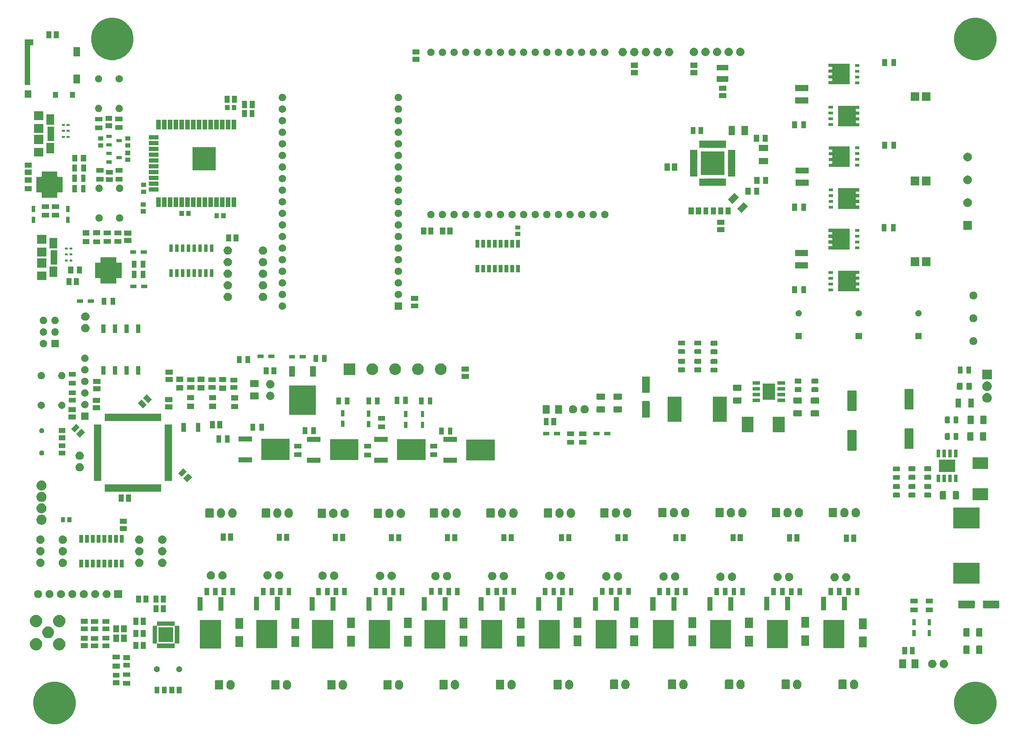
<source format=gts>
G04 #@! TF.GenerationSoftware,KiCad,Pcbnew,(5.1.5)-3*
G04 #@! TF.CreationDate,2020-04-02T18:21:00+02:00*
G04 #@! TF.ProjectId,Pro6_Print,50726f36-5f50-4726-996e-742e6b696361,rev?*
G04 #@! TF.SameCoordinates,Original*
G04 #@! TF.FileFunction,Soldermask,Top*
G04 #@! TF.FilePolarity,Negative*
%FSLAX46Y46*%
G04 Gerber Fmt 4.6, Leading zero omitted, Abs format (unit mm)*
G04 Created by KiCad (PCBNEW (5.1.5)-3) date 2020-04-02 18:21:00*
%MOMM*%
%LPD*%
G04 APERTURE LIST*
%ADD10C,0.100000*%
G04 APERTURE END LIST*
D10*
G36*
X249106646Y-171477735D02*
G01*
X249337541Y-171573375D01*
X249953075Y-171828337D01*
X250549153Y-172226624D01*
X250714839Y-172337332D01*
X251362668Y-172985161D01*
X251397949Y-173037963D01*
X251871663Y-173746925D01*
X252077040Y-174242751D01*
X252222265Y-174593354D01*
X252401000Y-175491915D01*
X252401000Y-176408085D01*
X252222265Y-177306646D01*
X252077041Y-177657248D01*
X251871663Y-178153075D01*
X251362667Y-178914840D01*
X250714840Y-179562667D01*
X249953075Y-180071663D01*
X249457248Y-180277041D01*
X249106646Y-180422265D01*
X248208085Y-180601000D01*
X247291915Y-180601000D01*
X246393354Y-180422265D01*
X246042752Y-180277041D01*
X245546925Y-180071663D01*
X244785160Y-179562667D01*
X244137333Y-178914840D01*
X243628337Y-178153075D01*
X243422960Y-177657249D01*
X243277735Y-177306646D01*
X243099000Y-176408085D01*
X243099000Y-175491915D01*
X243277735Y-174593354D01*
X243422960Y-174242751D01*
X243628337Y-173746925D01*
X244102051Y-173037963D01*
X244137332Y-172985161D01*
X244785161Y-172337332D01*
X244950847Y-172226624D01*
X245546925Y-171828337D01*
X246162459Y-171573375D01*
X246393354Y-171477735D01*
X247291915Y-171299000D01*
X248208085Y-171299000D01*
X249106646Y-171477735D01*
G37*
G36*
X47456646Y-171477735D02*
G01*
X47687541Y-171573375D01*
X48303075Y-171828337D01*
X48899153Y-172226624D01*
X49064839Y-172337332D01*
X49712668Y-172985161D01*
X49747949Y-173037963D01*
X50221663Y-173746925D01*
X50427040Y-174242751D01*
X50572265Y-174593354D01*
X50751000Y-175491915D01*
X50751000Y-176408085D01*
X50572265Y-177306646D01*
X50427040Y-177657249D01*
X50221663Y-178153075D01*
X49712667Y-178914840D01*
X49064840Y-179562667D01*
X48303075Y-180071663D01*
X47807248Y-180277041D01*
X47456646Y-180422265D01*
X46558085Y-180601000D01*
X45641915Y-180601000D01*
X44743354Y-180422265D01*
X44392752Y-180277041D01*
X43896925Y-180071663D01*
X43135160Y-179562667D01*
X42487333Y-178914840D01*
X41978337Y-178153075D01*
X41772960Y-177657249D01*
X41627735Y-177306646D01*
X41449000Y-176408085D01*
X41449000Y-175491915D01*
X41627735Y-174593354D01*
X41772960Y-174242751D01*
X41978337Y-173746925D01*
X42452051Y-173037963D01*
X42487332Y-172985161D01*
X43135161Y-172337332D01*
X43300847Y-172226624D01*
X43896925Y-171828337D01*
X44512459Y-171573375D01*
X44743354Y-171477735D01*
X45641915Y-171299000D01*
X46558085Y-171299000D01*
X47456646Y-171477735D01*
G37*
G36*
X72321000Y-173896000D02*
G01*
X71259000Y-173896000D01*
X71259000Y-172404000D01*
X72321000Y-172404000D01*
X72321000Y-173896000D01*
G37*
G36*
X70691000Y-173896000D02*
G01*
X69629000Y-173896000D01*
X69629000Y-172404000D01*
X70691000Y-172404000D01*
X70691000Y-173896000D01*
G37*
G36*
X69071000Y-173896000D02*
G01*
X68009000Y-173896000D01*
X68009000Y-172404000D01*
X69071000Y-172404000D01*
X69071000Y-173896000D01*
G37*
G36*
X73941000Y-173896000D02*
G01*
X72879000Y-173896000D01*
X72879000Y-172404000D01*
X73941000Y-172404000D01*
X73941000Y-173896000D01*
G37*
G36*
X109426626Y-170962037D02*
G01*
X109596465Y-171013557D01*
X109596467Y-171013558D01*
X109752989Y-171097221D01*
X109890186Y-171209814D01*
X109963378Y-171299000D01*
X110002778Y-171347009D01*
X110086443Y-171503534D01*
X110137963Y-171673373D01*
X110151000Y-171805742D01*
X110151000Y-172194257D01*
X110137963Y-172326626D01*
X110086443Y-172496466D01*
X110002778Y-172652991D01*
X109975688Y-172686000D01*
X109890186Y-172790186D01*
X109813916Y-172852778D01*
X109752991Y-172902778D01*
X109752989Y-172902779D01*
X109598865Y-172985161D01*
X109596466Y-172986443D01*
X109426627Y-173037963D01*
X109250000Y-173055359D01*
X109073374Y-173037963D01*
X108903535Y-172986443D01*
X108901137Y-172985161D01*
X108747012Y-172902779D01*
X108747010Y-172902778D01*
X108609815Y-172790185D01*
X108497222Y-172652991D01*
X108413557Y-172496466D01*
X108362037Y-172326627D01*
X108349000Y-172194258D01*
X108349000Y-171805743D01*
X108362037Y-171673374D01*
X108413557Y-171503535D01*
X108440284Y-171453532D01*
X108497221Y-171347011D01*
X108609814Y-171209814D01*
X108726565Y-171114000D01*
X108747009Y-171097222D01*
X108903534Y-171013557D01*
X109073373Y-170962037D01*
X109250000Y-170944641D01*
X109426626Y-170962037D01*
G37*
G36*
X84826626Y-170962037D02*
G01*
X84996465Y-171013557D01*
X84996467Y-171013558D01*
X85152989Y-171097221D01*
X85290186Y-171209814D01*
X85363378Y-171299000D01*
X85402778Y-171347009D01*
X85486443Y-171503534D01*
X85537963Y-171673373D01*
X85551000Y-171805742D01*
X85551000Y-172194257D01*
X85537963Y-172326626D01*
X85486443Y-172496466D01*
X85402778Y-172652991D01*
X85375688Y-172686000D01*
X85290186Y-172790186D01*
X85213916Y-172852778D01*
X85152991Y-172902778D01*
X85152989Y-172902779D01*
X84998865Y-172985161D01*
X84996466Y-172986443D01*
X84826627Y-173037963D01*
X84650000Y-173055359D01*
X84473374Y-173037963D01*
X84303535Y-172986443D01*
X84301137Y-172985161D01*
X84147012Y-172902779D01*
X84147010Y-172902778D01*
X84009815Y-172790185D01*
X83897222Y-172652991D01*
X83813557Y-172496466D01*
X83762037Y-172326627D01*
X83749000Y-172194258D01*
X83749000Y-171805743D01*
X83762037Y-171673374D01*
X83813557Y-171503535D01*
X83840284Y-171453532D01*
X83897221Y-171347011D01*
X84009814Y-171209814D01*
X84126565Y-171114000D01*
X84147009Y-171097222D01*
X84303534Y-171013557D01*
X84473373Y-170962037D01*
X84650000Y-170944641D01*
X84826626Y-170962037D01*
G37*
G36*
X121726626Y-170962037D02*
G01*
X121896465Y-171013557D01*
X121896467Y-171013558D01*
X122052989Y-171097221D01*
X122190186Y-171209814D01*
X122263378Y-171299000D01*
X122302778Y-171347009D01*
X122386443Y-171503534D01*
X122437963Y-171673373D01*
X122451000Y-171805742D01*
X122451000Y-172194257D01*
X122437963Y-172326626D01*
X122386443Y-172496466D01*
X122302778Y-172652991D01*
X122275688Y-172686000D01*
X122190186Y-172790186D01*
X122113916Y-172852778D01*
X122052991Y-172902778D01*
X122052989Y-172902779D01*
X121898865Y-172985161D01*
X121896466Y-172986443D01*
X121726627Y-173037963D01*
X121550000Y-173055359D01*
X121373374Y-173037963D01*
X121203535Y-172986443D01*
X121201137Y-172985161D01*
X121047012Y-172902779D01*
X121047010Y-172902778D01*
X120909815Y-172790185D01*
X120797222Y-172652991D01*
X120713557Y-172496466D01*
X120662037Y-172326627D01*
X120649000Y-172194258D01*
X120649000Y-171805743D01*
X120662037Y-171673374D01*
X120713557Y-171503535D01*
X120740284Y-171453532D01*
X120797221Y-171347011D01*
X120909814Y-171209814D01*
X121026565Y-171114000D01*
X121047009Y-171097222D01*
X121203534Y-171013557D01*
X121373373Y-170962037D01*
X121550000Y-170944641D01*
X121726626Y-170962037D01*
G37*
G36*
X97176626Y-170962037D02*
G01*
X97346465Y-171013557D01*
X97346467Y-171013558D01*
X97502989Y-171097221D01*
X97640186Y-171209814D01*
X97713378Y-171299000D01*
X97752778Y-171347009D01*
X97836443Y-171503534D01*
X97887963Y-171673373D01*
X97901000Y-171805742D01*
X97901000Y-172194257D01*
X97887963Y-172326626D01*
X97836443Y-172496466D01*
X97752778Y-172652991D01*
X97725688Y-172686000D01*
X97640186Y-172790186D01*
X97563916Y-172852778D01*
X97502991Y-172902778D01*
X97502989Y-172902779D01*
X97348865Y-172985161D01*
X97346466Y-172986443D01*
X97176627Y-173037963D01*
X97000000Y-173055359D01*
X96823374Y-173037963D01*
X96653535Y-172986443D01*
X96651137Y-172985161D01*
X96497012Y-172902779D01*
X96497010Y-172902778D01*
X96359815Y-172790185D01*
X96247222Y-172652991D01*
X96163557Y-172496466D01*
X96112037Y-172326627D01*
X96099000Y-172194258D01*
X96099000Y-171805743D01*
X96112037Y-171673374D01*
X96163557Y-171503535D01*
X96190284Y-171453532D01*
X96247221Y-171347011D01*
X96359814Y-171209814D01*
X96476565Y-171114000D01*
X96497009Y-171097222D01*
X96653534Y-171013557D01*
X96823373Y-170962037D01*
X97000000Y-170944641D01*
X97176626Y-170962037D01*
G37*
G36*
X82908600Y-170952989D02*
G01*
X82941652Y-170963015D01*
X82972103Y-170979292D01*
X82998799Y-171001201D01*
X83020708Y-171027897D01*
X83036985Y-171058348D01*
X83047011Y-171091400D01*
X83051000Y-171131903D01*
X83051000Y-172868097D01*
X83047011Y-172908600D01*
X83036985Y-172941652D01*
X83020708Y-172972103D01*
X82998799Y-172998799D01*
X82972103Y-173020708D01*
X82941652Y-173036985D01*
X82908600Y-173047011D01*
X82868097Y-173051000D01*
X81431903Y-173051000D01*
X81391400Y-173047011D01*
X81358348Y-173036985D01*
X81327897Y-173020708D01*
X81301201Y-172998799D01*
X81279292Y-172972103D01*
X81263015Y-172941652D01*
X81252989Y-172908600D01*
X81249000Y-172868097D01*
X81249000Y-171131903D01*
X81252989Y-171091400D01*
X81263015Y-171058348D01*
X81279292Y-171027897D01*
X81301201Y-171001201D01*
X81327897Y-170979292D01*
X81358348Y-170963015D01*
X81391400Y-170952989D01*
X81431903Y-170949000D01*
X82868097Y-170949000D01*
X82908600Y-170952989D01*
G37*
G36*
X107508600Y-170952989D02*
G01*
X107541652Y-170963015D01*
X107572103Y-170979292D01*
X107598799Y-171001201D01*
X107620708Y-171027897D01*
X107636985Y-171058348D01*
X107647011Y-171091400D01*
X107651000Y-171131903D01*
X107651000Y-172868097D01*
X107647011Y-172908600D01*
X107636985Y-172941652D01*
X107620708Y-172972103D01*
X107598799Y-172998799D01*
X107572103Y-173020708D01*
X107541652Y-173036985D01*
X107508600Y-173047011D01*
X107468097Y-173051000D01*
X106031903Y-173051000D01*
X105991400Y-173047011D01*
X105958348Y-173036985D01*
X105927897Y-173020708D01*
X105901201Y-172998799D01*
X105879292Y-172972103D01*
X105863015Y-172941652D01*
X105852989Y-172908600D01*
X105849000Y-172868097D01*
X105849000Y-171131903D01*
X105852989Y-171091400D01*
X105863015Y-171058348D01*
X105879292Y-171027897D01*
X105901201Y-171001201D01*
X105927897Y-170979292D01*
X105958348Y-170963015D01*
X105991400Y-170952989D01*
X106031903Y-170949000D01*
X107468097Y-170949000D01*
X107508600Y-170952989D01*
G37*
G36*
X119808600Y-170952989D02*
G01*
X119841652Y-170963015D01*
X119872103Y-170979292D01*
X119898799Y-171001201D01*
X119920708Y-171027897D01*
X119936985Y-171058348D01*
X119947011Y-171091400D01*
X119951000Y-171131903D01*
X119951000Y-172868097D01*
X119947011Y-172908600D01*
X119936985Y-172941652D01*
X119920708Y-172972103D01*
X119898799Y-172998799D01*
X119872103Y-173020708D01*
X119841652Y-173036985D01*
X119808600Y-173047011D01*
X119768097Y-173051000D01*
X118331903Y-173051000D01*
X118291400Y-173047011D01*
X118258348Y-173036985D01*
X118227897Y-173020708D01*
X118201201Y-172998799D01*
X118179292Y-172972103D01*
X118163015Y-172941652D01*
X118152989Y-172908600D01*
X118149000Y-172868097D01*
X118149000Y-171131903D01*
X118152989Y-171091400D01*
X118163015Y-171058348D01*
X118179292Y-171027897D01*
X118201201Y-171001201D01*
X118227897Y-170979292D01*
X118258348Y-170963015D01*
X118291400Y-170952989D01*
X118331903Y-170949000D01*
X119768097Y-170949000D01*
X119808600Y-170952989D01*
G37*
G36*
X95258600Y-170952989D02*
G01*
X95291652Y-170963015D01*
X95322103Y-170979292D01*
X95348799Y-171001201D01*
X95370708Y-171027897D01*
X95386985Y-171058348D01*
X95397011Y-171091400D01*
X95401000Y-171131903D01*
X95401000Y-172868097D01*
X95397011Y-172908600D01*
X95386985Y-172941652D01*
X95370708Y-172972103D01*
X95348799Y-172998799D01*
X95322103Y-173020708D01*
X95291652Y-173036985D01*
X95258600Y-173047011D01*
X95218097Y-173051000D01*
X93781903Y-173051000D01*
X93741400Y-173047011D01*
X93708348Y-173036985D01*
X93677897Y-173020708D01*
X93651201Y-172998799D01*
X93629292Y-172972103D01*
X93613015Y-172941652D01*
X93602989Y-172908600D01*
X93599000Y-172868097D01*
X93599000Y-171131903D01*
X93602989Y-171091400D01*
X93613015Y-171058348D01*
X93629292Y-171027897D01*
X93651201Y-171001201D01*
X93677897Y-170979292D01*
X93708348Y-170963015D01*
X93741400Y-170952989D01*
X93781903Y-170949000D01*
X95218097Y-170949000D01*
X95258600Y-170952989D01*
G37*
G36*
X133976626Y-170912037D02*
G01*
X134146465Y-170963557D01*
X134146467Y-170963558D01*
X134302989Y-171047221D01*
X134440186Y-171159814D01*
X134523448Y-171261271D01*
X134552778Y-171297009D01*
X134636443Y-171453534D01*
X134687963Y-171623373D01*
X134701000Y-171755742D01*
X134701000Y-172144257D01*
X134687963Y-172276626D01*
X134636443Y-172446466D01*
X134552778Y-172602991D01*
X134523448Y-172638729D01*
X134440186Y-172740186D01*
X134363916Y-172802778D01*
X134302991Y-172852778D01*
X134146466Y-172936443D01*
X133976627Y-172987963D01*
X133800000Y-173005359D01*
X133623374Y-172987963D01*
X133453535Y-172936443D01*
X133297010Y-172852778D01*
X133159815Y-172740185D01*
X133047222Y-172602991D01*
X132963557Y-172446466D01*
X132912037Y-172276627D01*
X132899000Y-172144258D01*
X132899000Y-171755743D01*
X132912037Y-171623374D01*
X132963557Y-171453535D01*
X132990284Y-171403532D01*
X133047221Y-171297011D01*
X133159814Y-171159814D01*
X133273185Y-171066774D01*
X133297009Y-171047222D01*
X133453534Y-170963557D01*
X133623373Y-170912037D01*
X133800000Y-170894641D01*
X133976626Y-170912037D01*
G37*
G36*
X146376626Y-170912037D02*
G01*
X146546465Y-170963557D01*
X146546467Y-170963558D01*
X146702989Y-171047221D01*
X146840186Y-171159814D01*
X146923448Y-171261271D01*
X146952778Y-171297009D01*
X147036443Y-171453534D01*
X147087963Y-171623373D01*
X147101000Y-171755742D01*
X147101000Y-172144257D01*
X147087963Y-172276626D01*
X147036443Y-172446466D01*
X146952778Y-172602991D01*
X146923448Y-172638729D01*
X146840186Y-172740186D01*
X146763916Y-172802778D01*
X146702991Y-172852778D01*
X146546466Y-172936443D01*
X146376627Y-172987963D01*
X146200000Y-173005359D01*
X146023374Y-172987963D01*
X145853535Y-172936443D01*
X145697010Y-172852778D01*
X145559815Y-172740185D01*
X145447222Y-172602991D01*
X145363557Y-172446466D01*
X145312037Y-172276627D01*
X145299000Y-172144258D01*
X145299000Y-171755743D01*
X145312037Y-171623374D01*
X145363557Y-171453535D01*
X145390284Y-171403532D01*
X145447221Y-171297011D01*
X145559814Y-171159814D01*
X145673185Y-171066774D01*
X145697009Y-171047222D01*
X145853534Y-170963557D01*
X146023373Y-170912037D01*
X146200000Y-170894641D01*
X146376626Y-170912037D01*
G37*
G36*
X158976626Y-170912037D02*
G01*
X159146465Y-170963557D01*
X159146467Y-170963558D01*
X159302989Y-171047221D01*
X159440186Y-171159814D01*
X159523448Y-171261271D01*
X159552778Y-171297009D01*
X159636443Y-171453534D01*
X159687963Y-171623373D01*
X159701000Y-171755742D01*
X159701000Y-172144257D01*
X159687963Y-172276626D01*
X159636443Y-172446466D01*
X159552778Y-172602991D01*
X159523448Y-172638729D01*
X159440186Y-172740186D01*
X159363916Y-172802778D01*
X159302991Y-172852778D01*
X159146466Y-172936443D01*
X158976627Y-172987963D01*
X158800000Y-173005359D01*
X158623374Y-172987963D01*
X158453535Y-172936443D01*
X158297010Y-172852778D01*
X158159815Y-172740185D01*
X158047222Y-172602991D01*
X157963557Y-172446466D01*
X157912037Y-172276627D01*
X157899000Y-172144258D01*
X157899000Y-171755743D01*
X157912037Y-171623374D01*
X157963557Y-171453535D01*
X157990284Y-171403532D01*
X158047221Y-171297011D01*
X158159814Y-171159814D01*
X158273185Y-171066774D01*
X158297009Y-171047222D01*
X158453534Y-170963557D01*
X158623373Y-170912037D01*
X158800000Y-170894641D01*
X158976626Y-170912037D01*
G37*
G36*
X157058600Y-170902989D02*
G01*
X157091652Y-170913015D01*
X157122103Y-170929292D01*
X157148799Y-170951201D01*
X157170708Y-170977897D01*
X157186985Y-171008348D01*
X157197011Y-171041400D01*
X157201000Y-171081903D01*
X157201000Y-172818097D01*
X157197011Y-172858600D01*
X157186985Y-172891652D01*
X157170708Y-172922103D01*
X157148799Y-172948799D01*
X157122103Y-172970708D01*
X157091652Y-172986985D01*
X157058600Y-172997011D01*
X157018097Y-173001000D01*
X155581903Y-173001000D01*
X155541400Y-172997011D01*
X155508348Y-172986985D01*
X155477897Y-172970708D01*
X155451201Y-172948799D01*
X155429292Y-172922103D01*
X155413015Y-172891652D01*
X155402989Y-172858600D01*
X155399000Y-172818097D01*
X155399000Y-171081903D01*
X155402989Y-171041400D01*
X155413015Y-171008348D01*
X155429292Y-170977897D01*
X155451201Y-170951201D01*
X155477897Y-170929292D01*
X155508348Y-170913015D01*
X155541400Y-170902989D01*
X155581903Y-170899000D01*
X157018097Y-170899000D01*
X157058600Y-170902989D01*
G37*
G36*
X144458600Y-170902989D02*
G01*
X144491652Y-170913015D01*
X144522103Y-170929292D01*
X144548799Y-170951201D01*
X144570708Y-170977897D01*
X144586985Y-171008348D01*
X144597011Y-171041400D01*
X144601000Y-171081903D01*
X144601000Y-172818097D01*
X144597011Y-172858600D01*
X144586985Y-172891652D01*
X144570708Y-172922103D01*
X144548799Y-172948799D01*
X144522103Y-172970708D01*
X144491652Y-172986985D01*
X144458600Y-172997011D01*
X144418097Y-173001000D01*
X142981903Y-173001000D01*
X142941400Y-172997011D01*
X142908348Y-172986985D01*
X142877897Y-172970708D01*
X142851201Y-172948799D01*
X142829292Y-172922103D01*
X142813015Y-172891652D01*
X142802989Y-172858600D01*
X142799000Y-172818097D01*
X142799000Y-171081903D01*
X142802989Y-171041400D01*
X142813015Y-171008348D01*
X142829292Y-170977897D01*
X142851201Y-170951201D01*
X142877897Y-170929292D01*
X142908348Y-170913015D01*
X142941400Y-170902989D01*
X142981903Y-170899000D01*
X144418097Y-170899000D01*
X144458600Y-170902989D01*
G37*
G36*
X132058600Y-170902989D02*
G01*
X132091652Y-170913015D01*
X132122103Y-170929292D01*
X132148799Y-170951201D01*
X132170708Y-170977897D01*
X132186985Y-171008348D01*
X132197011Y-171041400D01*
X132201000Y-171081903D01*
X132201000Y-172818097D01*
X132197011Y-172858600D01*
X132186985Y-172891652D01*
X132170708Y-172922103D01*
X132148799Y-172948799D01*
X132122103Y-172970708D01*
X132091652Y-172986985D01*
X132058600Y-172997011D01*
X132018097Y-173001000D01*
X130581903Y-173001000D01*
X130541400Y-172997011D01*
X130508348Y-172986985D01*
X130477897Y-172970708D01*
X130451201Y-172948799D01*
X130429292Y-172922103D01*
X130413015Y-172891652D01*
X130402989Y-172858600D01*
X130399000Y-172818097D01*
X130399000Y-171081903D01*
X130402989Y-171041400D01*
X130413015Y-171008348D01*
X130429292Y-170977897D01*
X130451201Y-170951201D01*
X130477897Y-170929292D01*
X130508348Y-170913015D01*
X130541400Y-170902989D01*
X130581903Y-170899000D01*
X132018097Y-170899000D01*
X132058600Y-170902989D01*
G37*
G36*
X184026626Y-170862037D02*
G01*
X184196465Y-170913557D01*
X184196467Y-170913558D01*
X184352989Y-170997221D01*
X184490186Y-171109814D01*
X184572253Y-171209814D01*
X184602778Y-171247009D01*
X184686443Y-171403534D01*
X184737963Y-171573373D01*
X184751000Y-171705742D01*
X184751000Y-172094257D01*
X184737963Y-172226626D01*
X184686443Y-172396466D01*
X184602778Y-172552991D01*
X184573448Y-172588729D01*
X184490186Y-172690186D01*
X184395250Y-172768097D01*
X184352991Y-172802778D01*
X184196466Y-172886443D01*
X184026627Y-172937963D01*
X183850000Y-172955359D01*
X183673374Y-172937963D01*
X183503535Y-172886443D01*
X183347010Y-172802778D01*
X183209815Y-172690185D01*
X183097222Y-172552991D01*
X183013557Y-172396466D01*
X182962037Y-172226627D01*
X182955519Y-172160443D01*
X182949000Y-172094260D01*
X182949000Y-171705741D01*
X182962037Y-171573376D01*
X182962037Y-171573374D01*
X183013557Y-171403535D01*
X183043771Y-171347009D01*
X183097221Y-171247011D01*
X183209814Y-171109814D01*
X183327105Y-171013557D01*
X183347009Y-170997222D01*
X183503534Y-170913557D01*
X183673373Y-170862037D01*
X183850000Y-170844641D01*
X184026626Y-170862037D01*
G37*
G36*
X208926626Y-170862037D02*
G01*
X209096465Y-170913557D01*
X209096467Y-170913558D01*
X209252989Y-170997221D01*
X209390186Y-171109814D01*
X209472253Y-171209814D01*
X209502778Y-171247009D01*
X209586443Y-171403534D01*
X209637963Y-171573373D01*
X209651000Y-171705742D01*
X209651000Y-172094257D01*
X209637963Y-172226626D01*
X209586443Y-172396466D01*
X209502778Y-172552991D01*
X209473448Y-172588729D01*
X209390186Y-172690186D01*
X209295250Y-172768097D01*
X209252991Y-172802778D01*
X209096466Y-172886443D01*
X208926627Y-172937963D01*
X208750000Y-172955359D01*
X208573374Y-172937963D01*
X208403535Y-172886443D01*
X208247010Y-172802778D01*
X208109815Y-172690185D01*
X207997222Y-172552991D01*
X207913557Y-172396466D01*
X207862037Y-172226627D01*
X207855519Y-172160443D01*
X207849000Y-172094260D01*
X207849000Y-171705741D01*
X207862037Y-171573376D01*
X207862037Y-171573374D01*
X207913557Y-171403535D01*
X207943771Y-171347009D01*
X207997221Y-171247011D01*
X208109814Y-171109814D01*
X208227105Y-171013557D01*
X208247009Y-170997222D01*
X208403534Y-170913557D01*
X208573373Y-170862037D01*
X208750000Y-170844641D01*
X208926626Y-170862037D01*
G37*
G36*
X196526626Y-170862037D02*
G01*
X196696465Y-170913557D01*
X196696467Y-170913558D01*
X196852989Y-170997221D01*
X196990186Y-171109814D01*
X197072253Y-171209814D01*
X197102778Y-171247009D01*
X197186443Y-171403534D01*
X197237963Y-171573373D01*
X197251000Y-171705742D01*
X197251000Y-172094257D01*
X197237963Y-172226626D01*
X197186443Y-172396466D01*
X197102778Y-172552991D01*
X197073448Y-172588729D01*
X196990186Y-172690186D01*
X196895250Y-172768097D01*
X196852991Y-172802778D01*
X196696466Y-172886443D01*
X196526627Y-172937963D01*
X196350000Y-172955359D01*
X196173374Y-172937963D01*
X196003535Y-172886443D01*
X195847010Y-172802778D01*
X195709815Y-172690185D01*
X195597222Y-172552991D01*
X195513557Y-172396466D01*
X195462037Y-172226627D01*
X195455519Y-172160443D01*
X195449000Y-172094260D01*
X195449000Y-171705741D01*
X195462037Y-171573376D01*
X195462037Y-171573374D01*
X195513557Y-171403535D01*
X195543771Y-171347009D01*
X195597221Y-171247011D01*
X195709814Y-171109814D01*
X195827105Y-171013557D01*
X195847009Y-170997222D01*
X196003534Y-170913557D01*
X196173373Y-170862037D01*
X196350000Y-170844641D01*
X196526626Y-170862037D01*
G37*
G36*
X171326626Y-170862037D02*
G01*
X171496465Y-170913557D01*
X171496467Y-170913558D01*
X171652989Y-170997221D01*
X171790186Y-171109814D01*
X171872253Y-171209814D01*
X171902778Y-171247009D01*
X171986443Y-171403534D01*
X172037963Y-171573373D01*
X172051000Y-171705742D01*
X172051000Y-172094257D01*
X172037963Y-172226626D01*
X171986443Y-172396466D01*
X171902778Y-172552991D01*
X171873448Y-172588729D01*
X171790186Y-172690186D01*
X171695250Y-172768097D01*
X171652991Y-172802778D01*
X171496466Y-172886443D01*
X171326627Y-172937963D01*
X171150000Y-172955359D01*
X170973374Y-172937963D01*
X170803535Y-172886443D01*
X170647010Y-172802778D01*
X170509815Y-172690185D01*
X170397222Y-172552991D01*
X170313557Y-172396466D01*
X170262037Y-172226627D01*
X170255519Y-172160443D01*
X170249000Y-172094260D01*
X170249000Y-171705741D01*
X170262037Y-171573376D01*
X170262037Y-171573374D01*
X170313557Y-171403535D01*
X170343771Y-171347009D01*
X170397221Y-171247011D01*
X170509814Y-171109814D01*
X170627105Y-171013557D01*
X170647009Y-170997222D01*
X170803534Y-170913557D01*
X170973373Y-170862037D01*
X171150000Y-170844641D01*
X171326626Y-170862037D01*
G37*
G36*
X221376626Y-170862037D02*
G01*
X221546465Y-170913557D01*
X221546467Y-170913558D01*
X221702989Y-170997221D01*
X221840186Y-171109814D01*
X221922253Y-171209814D01*
X221952778Y-171247009D01*
X222036443Y-171403534D01*
X222087963Y-171573373D01*
X222101000Y-171705742D01*
X222101000Y-172094257D01*
X222087963Y-172226626D01*
X222036443Y-172396466D01*
X221952778Y-172552991D01*
X221923448Y-172588729D01*
X221840186Y-172690186D01*
X221745250Y-172768097D01*
X221702991Y-172802778D01*
X221546466Y-172886443D01*
X221376627Y-172937963D01*
X221200000Y-172955359D01*
X221023374Y-172937963D01*
X220853535Y-172886443D01*
X220697010Y-172802778D01*
X220559815Y-172690185D01*
X220447222Y-172552991D01*
X220363557Y-172396466D01*
X220312037Y-172226627D01*
X220305519Y-172160443D01*
X220299000Y-172094260D01*
X220299000Y-171705741D01*
X220312037Y-171573376D01*
X220312037Y-171573374D01*
X220363557Y-171403535D01*
X220393771Y-171347009D01*
X220447221Y-171247011D01*
X220559814Y-171109814D01*
X220677105Y-171013557D01*
X220697009Y-170997222D01*
X220853534Y-170913557D01*
X221023373Y-170862037D01*
X221200000Y-170844641D01*
X221376626Y-170862037D01*
G37*
G36*
X207008600Y-170852989D02*
G01*
X207041652Y-170863015D01*
X207072103Y-170879292D01*
X207098799Y-170901201D01*
X207120708Y-170927897D01*
X207136985Y-170958348D01*
X207147011Y-170991400D01*
X207151000Y-171031903D01*
X207151000Y-172768097D01*
X207147011Y-172808600D01*
X207136985Y-172841652D01*
X207120708Y-172872103D01*
X207098799Y-172898799D01*
X207072103Y-172920708D01*
X207041652Y-172936985D01*
X207008600Y-172947011D01*
X206968097Y-172951000D01*
X205531903Y-172951000D01*
X205491400Y-172947011D01*
X205458348Y-172936985D01*
X205427897Y-172920708D01*
X205401201Y-172898799D01*
X205379292Y-172872103D01*
X205363015Y-172841652D01*
X205352989Y-172808600D01*
X205349000Y-172768097D01*
X205349000Y-171031903D01*
X205352989Y-170991400D01*
X205363015Y-170958348D01*
X205379292Y-170927897D01*
X205401201Y-170901201D01*
X205427897Y-170879292D01*
X205458348Y-170863015D01*
X205491400Y-170852989D01*
X205531903Y-170849000D01*
X206968097Y-170849000D01*
X207008600Y-170852989D01*
G37*
G36*
X169408600Y-170852989D02*
G01*
X169441652Y-170863015D01*
X169472103Y-170879292D01*
X169498799Y-170901201D01*
X169520708Y-170927897D01*
X169536985Y-170958348D01*
X169547011Y-170991400D01*
X169551000Y-171031903D01*
X169551000Y-172768097D01*
X169547011Y-172808600D01*
X169536985Y-172841652D01*
X169520708Y-172872103D01*
X169498799Y-172898799D01*
X169472103Y-172920708D01*
X169441652Y-172936985D01*
X169408600Y-172947011D01*
X169368097Y-172951000D01*
X167931903Y-172951000D01*
X167891400Y-172947011D01*
X167858348Y-172936985D01*
X167827897Y-172920708D01*
X167801201Y-172898799D01*
X167779292Y-172872103D01*
X167763015Y-172841652D01*
X167752989Y-172808600D01*
X167749000Y-172768097D01*
X167749000Y-171031903D01*
X167752989Y-170991400D01*
X167763015Y-170958348D01*
X167779292Y-170927897D01*
X167801201Y-170901201D01*
X167827897Y-170879292D01*
X167858348Y-170863015D01*
X167891400Y-170852989D01*
X167931903Y-170849000D01*
X169368097Y-170849000D01*
X169408600Y-170852989D01*
G37*
G36*
X182108600Y-170852989D02*
G01*
X182141652Y-170863015D01*
X182172103Y-170879292D01*
X182198799Y-170901201D01*
X182220708Y-170927897D01*
X182236985Y-170958348D01*
X182247011Y-170991400D01*
X182251000Y-171031903D01*
X182251000Y-172768097D01*
X182247011Y-172808600D01*
X182236985Y-172841652D01*
X182220708Y-172872103D01*
X182198799Y-172898799D01*
X182172103Y-172920708D01*
X182141652Y-172936985D01*
X182108600Y-172947011D01*
X182068097Y-172951000D01*
X180631903Y-172951000D01*
X180591400Y-172947011D01*
X180558348Y-172936985D01*
X180527897Y-172920708D01*
X180501201Y-172898799D01*
X180479292Y-172872103D01*
X180463015Y-172841652D01*
X180452989Y-172808600D01*
X180449000Y-172768097D01*
X180449000Y-171031903D01*
X180452989Y-170991400D01*
X180463015Y-170958348D01*
X180479292Y-170927897D01*
X180501201Y-170901201D01*
X180527897Y-170879292D01*
X180558348Y-170863015D01*
X180591400Y-170852989D01*
X180631903Y-170849000D01*
X182068097Y-170849000D01*
X182108600Y-170852989D01*
G37*
G36*
X194608600Y-170852989D02*
G01*
X194641652Y-170863015D01*
X194672103Y-170879292D01*
X194698799Y-170901201D01*
X194720708Y-170927897D01*
X194736985Y-170958348D01*
X194747011Y-170991400D01*
X194751000Y-171031903D01*
X194751000Y-172768097D01*
X194747011Y-172808600D01*
X194736985Y-172841652D01*
X194720708Y-172872103D01*
X194698799Y-172898799D01*
X194672103Y-172920708D01*
X194641652Y-172936985D01*
X194608600Y-172947011D01*
X194568097Y-172951000D01*
X193131903Y-172951000D01*
X193091400Y-172947011D01*
X193058348Y-172936985D01*
X193027897Y-172920708D01*
X193001201Y-172898799D01*
X192979292Y-172872103D01*
X192963015Y-172841652D01*
X192952989Y-172808600D01*
X192949000Y-172768097D01*
X192949000Y-171031903D01*
X192952989Y-170991400D01*
X192963015Y-170958348D01*
X192979292Y-170927897D01*
X193001201Y-170901201D01*
X193027897Y-170879292D01*
X193058348Y-170863015D01*
X193091400Y-170852989D01*
X193131903Y-170849000D01*
X194568097Y-170849000D01*
X194608600Y-170852989D01*
G37*
G36*
X219458600Y-170852989D02*
G01*
X219491652Y-170863015D01*
X219522103Y-170879292D01*
X219548799Y-170901201D01*
X219570708Y-170927897D01*
X219586985Y-170958348D01*
X219597011Y-170991400D01*
X219601000Y-171031903D01*
X219601000Y-172768097D01*
X219597011Y-172808600D01*
X219586985Y-172841652D01*
X219570708Y-172872103D01*
X219548799Y-172898799D01*
X219522103Y-172920708D01*
X219491652Y-172936985D01*
X219458600Y-172947011D01*
X219418097Y-172951000D01*
X217981903Y-172951000D01*
X217941400Y-172947011D01*
X217908348Y-172936985D01*
X217877897Y-172920708D01*
X217851201Y-172898799D01*
X217829292Y-172872103D01*
X217813015Y-172841652D01*
X217802989Y-172808600D01*
X217799000Y-172768097D01*
X217799000Y-171031903D01*
X217802989Y-170991400D01*
X217813015Y-170958348D01*
X217829292Y-170927897D01*
X217851201Y-170901201D01*
X217877897Y-170879292D01*
X217908348Y-170863015D01*
X217941400Y-170852989D01*
X217981903Y-170849000D01*
X219418097Y-170849000D01*
X219458600Y-170852989D01*
G37*
G36*
X62676000Y-172151000D02*
G01*
X61124000Y-172151000D01*
X61124000Y-171149000D01*
X62676000Y-171149000D01*
X62676000Y-172151000D01*
G37*
G36*
X60346000Y-172041000D02*
G01*
X58854000Y-172041000D01*
X58854000Y-170979000D01*
X60346000Y-170979000D01*
X60346000Y-172041000D01*
G37*
G36*
X60346000Y-170421000D02*
G01*
X58854000Y-170421000D01*
X58854000Y-169359000D01*
X60346000Y-169359000D01*
X60346000Y-170421000D01*
G37*
G36*
X62676000Y-170251000D02*
G01*
X61124000Y-170251000D01*
X61124000Y-169249000D01*
X62676000Y-169249000D01*
X62676000Y-170251000D01*
G37*
G36*
X73588723Y-167927863D02*
G01*
X73706470Y-167976636D01*
X73812439Y-168047442D01*
X73902558Y-168137561D01*
X73973364Y-168243530D01*
X74022137Y-168361277D01*
X74047000Y-168486276D01*
X74047000Y-168613724D01*
X74022137Y-168738723D01*
X73973364Y-168856470D01*
X73902558Y-168962439D01*
X73812439Y-169052558D01*
X73706470Y-169123364D01*
X73588723Y-169172137D01*
X73463724Y-169197000D01*
X73336276Y-169197000D01*
X73211277Y-169172137D01*
X73093530Y-169123364D01*
X72987561Y-169052558D01*
X72897442Y-168962439D01*
X72826636Y-168856470D01*
X72777863Y-168738723D01*
X72753000Y-168613724D01*
X72753000Y-168486276D01*
X72777863Y-168361277D01*
X72826636Y-168243530D01*
X72897442Y-168137561D01*
X72987561Y-168047442D01*
X73093530Y-167976636D01*
X73211277Y-167927863D01*
X73336276Y-167903000D01*
X73463724Y-167903000D01*
X73588723Y-167927863D01*
G37*
G36*
X68708723Y-167927863D02*
G01*
X68826470Y-167976636D01*
X68932439Y-168047442D01*
X69022558Y-168137561D01*
X69093364Y-168243530D01*
X69142137Y-168361277D01*
X69167000Y-168486276D01*
X69167000Y-168613724D01*
X69142137Y-168738723D01*
X69093364Y-168856470D01*
X69022558Y-168962439D01*
X68932439Y-169052558D01*
X68826470Y-169123364D01*
X68708723Y-169172137D01*
X68583724Y-169197000D01*
X68456276Y-169197000D01*
X68331277Y-169172137D01*
X68213530Y-169123364D01*
X68107561Y-169052558D01*
X68017442Y-168962439D01*
X67946636Y-168856470D01*
X67897863Y-168738723D01*
X67873000Y-168613724D01*
X67873000Y-168486276D01*
X67897863Y-168361277D01*
X67946636Y-168243530D01*
X68017442Y-168137561D01*
X68107561Y-168047442D01*
X68213530Y-167976636D01*
X68331277Y-167927863D01*
X68456276Y-167903000D01*
X68583724Y-167903000D01*
X68708723Y-167927863D01*
G37*
G36*
X60376000Y-168426000D02*
G01*
X58824000Y-168426000D01*
X58824000Y-167374000D01*
X60376000Y-167374000D01*
X60376000Y-168426000D01*
G37*
G36*
X235301000Y-168351000D02*
G01*
X233799000Y-168351000D01*
X233799000Y-166449000D01*
X235301000Y-166449000D01*
X235301000Y-168351000D01*
G37*
G36*
X232601000Y-168351000D02*
G01*
X231099000Y-168351000D01*
X231099000Y-166449000D01*
X232601000Y-166449000D01*
X232601000Y-168351000D01*
G37*
G36*
X241078215Y-166504053D02*
G01*
X241166458Y-166521605D01*
X241235319Y-166550128D01*
X241332703Y-166590466D01*
X241482322Y-166690438D01*
X241609562Y-166817678D01*
X241709534Y-166967297D01*
X241749872Y-167064681D01*
X241776514Y-167129000D01*
X241778395Y-167133543D01*
X241813500Y-167310027D01*
X241813500Y-167489973D01*
X241778395Y-167666457D01*
X241709534Y-167832703D01*
X241609562Y-167982322D01*
X241482322Y-168109562D01*
X241332703Y-168209534D01*
X241250629Y-168243530D01*
X241166458Y-168278395D01*
X241078215Y-168295948D01*
X240989973Y-168313500D01*
X240810027Y-168313500D01*
X240721785Y-168295948D01*
X240633542Y-168278395D01*
X240549371Y-168243530D01*
X240467297Y-168209534D01*
X240317678Y-168109562D01*
X240190438Y-167982322D01*
X240090466Y-167832703D01*
X240021605Y-167666457D01*
X239986500Y-167489973D01*
X239986500Y-167310027D01*
X240021605Y-167133543D01*
X240023487Y-167129000D01*
X240050128Y-167064681D01*
X240090466Y-166967297D01*
X240190438Y-166817678D01*
X240317678Y-166690438D01*
X240467297Y-166590466D01*
X240564681Y-166550128D01*
X240633542Y-166521605D01*
X240721785Y-166504053D01*
X240810027Y-166486500D01*
X240989973Y-166486500D01*
X241078215Y-166504053D01*
G37*
G36*
X238538215Y-166504053D02*
G01*
X238626458Y-166521605D01*
X238695319Y-166550128D01*
X238792703Y-166590466D01*
X238942322Y-166690438D01*
X239069562Y-166817678D01*
X239169534Y-166967297D01*
X239209872Y-167064681D01*
X239236514Y-167129000D01*
X239238395Y-167133543D01*
X239273500Y-167310027D01*
X239273500Y-167489973D01*
X239238395Y-167666457D01*
X239169534Y-167832703D01*
X239069562Y-167982322D01*
X238942322Y-168109562D01*
X238792703Y-168209534D01*
X238710629Y-168243530D01*
X238626458Y-168278395D01*
X238538215Y-168295948D01*
X238449973Y-168313500D01*
X238270027Y-168313500D01*
X238181785Y-168295948D01*
X238093542Y-168278395D01*
X238009371Y-168243530D01*
X237927297Y-168209534D01*
X237777678Y-168109562D01*
X237650438Y-167982322D01*
X237550466Y-167832703D01*
X237481605Y-167666457D01*
X237446500Y-167489973D01*
X237446500Y-167310027D01*
X237481605Y-167133543D01*
X237483487Y-167129000D01*
X237510128Y-167064681D01*
X237550466Y-166967297D01*
X237650438Y-166817678D01*
X237777678Y-166690438D01*
X237927297Y-166590466D01*
X238024681Y-166550128D01*
X238093542Y-166521605D01*
X238181785Y-166504053D01*
X238270027Y-166486500D01*
X238449973Y-166486500D01*
X238538215Y-166504053D01*
G37*
G36*
X62646000Y-168191000D02*
G01*
X61154000Y-168191000D01*
X61154000Y-167129000D01*
X62646000Y-167129000D01*
X62646000Y-168191000D01*
G37*
G36*
X62646000Y-166571000D02*
G01*
X61154000Y-166571000D01*
X61154000Y-165509000D01*
X62646000Y-165509000D01*
X62646000Y-166571000D01*
G37*
G36*
X60376000Y-166426000D02*
G01*
X58824000Y-166426000D01*
X58824000Y-165374000D01*
X60376000Y-165374000D01*
X60376000Y-166426000D01*
G37*
G36*
X232856000Y-165286000D02*
G01*
X231784000Y-165286000D01*
X231784000Y-163714000D01*
X232856000Y-163714000D01*
X232856000Y-165286000D01*
G37*
G36*
X234516000Y-165286000D02*
G01*
X233444000Y-165286000D01*
X233444000Y-163714000D01*
X234516000Y-163714000D01*
X234516000Y-165286000D01*
G37*
G36*
X249168604Y-163378347D02*
G01*
X249205144Y-163389432D01*
X249238821Y-163407433D01*
X249268341Y-163431659D01*
X249292567Y-163461179D01*
X249310568Y-163494856D01*
X249321653Y-163531396D01*
X249326000Y-163575538D01*
X249326000Y-165024462D01*
X249321653Y-165068604D01*
X249310568Y-165105144D01*
X249292567Y-165138821D01*
X249268341Y-165168341D01*
X249238821Y-165192567D01*
X249205144Y-165210568D01*
X249168604Y-165221653D01*
X249124462Y-165226000D01*
X248175538Y-165226000D01*
X248131396Y-165221653D01*
X248094856Y-165210568D01*
X248061179Y-165192567D01*
X248031659Y-165168341D01*
X248007433Y-165138821D01*
X247989432Y-165105144D01*
X247978347Y-165068604D01*
X247974000Y-165024462D01*
X247974000Y-163575538D01*
X247978347Y-163531396D01*
X247989432Y-163494856D01*
X248007433Y-163461179D01*
X248031659Y-163431659D01*
X248061179Y-163407433D01*
X248094856Y-163389432D01*
X248131396Y-163378347D01*
X248175538Y-163374000D01*
X249124462Y-163374000D01*
X249168604Y-163378347D01*
G37*
G36*
X246368604Y-163378347D02*
G01*
X246405144Y-163389432D01*
X246438821Y-163407433D01*
X246468341Y-163431659D01*
X246492567Y-163461179D01*
X246510568Y-163494856D01*
X246521653Y-163531396D01*
X246526000Y-163575538D01*
X246526000Y-165024462D01*
X246521653Y-165068604D01*
X246510568Y-165105144D01*
X246492567Y-165138821D01*
X246468341Y-165168341D01*
X246438821Y-165192567D01*
X246405144Y-165210568D01*
X246368604Y-165221653D01*
X246324462Y-165226000D01*
X245375538Y-165226000D01*
X245331396Y-165221653D01*
X245294856Y-165210568D01*
X245261179Y-165192567D01*
X245231659Y-165168341D01*
X245207433Y-165138821D01*
X245189432Y-165105144D01*
X245178347Y-165068604D01*
X245174000Y-165024462D01*
X245174000Y-163575538D01*
X245178347Y-163531396D01*
X245189432Y-163494856D01*
X245207433Y-163461179D01*
X245231659Y-163431659D01*
X245261179Y-163407433D01*
X245294856Y-163389432D01*
X245331396Y-163378347D01*
X245375538Y-163374000D01*
X246324462Y-163374000D01*
X246368604Y-163378347D01*
G37*
G36*
X47459074Y-161776000D02*
G01*
X47534072Y-161790918D01*
X47779939Y-161892759D01*
X48001212Y-162040610D01*
X48189390Y-162228788D01*
X48324505Y-162431000D01*
X48337242Y-162450063D01*
X48439082Y-162695928D01*
X48491000Y-162956937D01*
X48491000Y-163223063D01*
X48439082Y-163484072D01*
X48337242Y-163729937D01*
X48201025Y-163933800D01*
X48189390Y-163951212D01*
X48001212Y-164139390D01*
X47779939Y-164287241D01*
X47779938Y-164287242D01*
X47779937Y-164287242D01*
X47534072Y-164389082D01*
X47273063Y-164441000D01*
X47006937Y-164441000D01*
X46745928Y-164389082D01*
X46500063Y-164287242D01*
X46500062Y-164287242D01*
X46500061Y-164287241D01*
X46278788Y-164139390D01*
X46090610Y-163951212D01*
X46078976Y-163933800D01*
X45942758Y-163729937D01*
X45840918Y-163484072D01*
X45789000Y-163223063D01*
X45789000Y-162956937D01*
X45840918Y-162695928D01*
X45942758Y-162450063D01*
X45955496Y-162431000D01*
X46090610Y-162228788D01*
X46278788Y-162040610D01*
X46500061Y-161892759D01*
X46745928Y-161790918D01*
X46820926Y-161776000D01*
X47006937Y-161739000D01*
X47273063Y-161739000D01*
X47459074Y-161776000D01*
G37*
G36*
X42379074Y-161776000D02*
G01*
X42454072Y-161790918D01*
X42699939Y-161892759D01*
X42921212Y-162040610D01*
X43109390Y-162228788D01*
X43244505Y-162431000D01*
X43257242Y-162450063D01*
X43359082Y-162695928D01*
X43411000Y-162956937D01*
X43411000Y-163223063D01*
X43359082Y-163484072D01*
X43257242Y-163729937D01*
X43121025Y-163933800D01*
X43109390Y-163951212D01*
X42921212Y-164139390D01*
X42699939Y-164287241D01*
X42699938Y-164287242D01*
X42699937Y-164287242D01*
X42454072Y-164389082D01*
X42193063Y-164441000D01*
X41926937Y-164441000D01*
X41665928Y-164389082D01*
X41420063Y-164287242D01*
X41420062Y-164287242D01*
X41420061Y-164287241D01*
X41198788Y-164139390D01*
X41010610Y-163951212D01*
X40998976Y-163933800D01*
X40862758Y-163729937D01*
X40760918Y-163484072D01*
X40709000Y-163223063D01*
X40709000Y-162956937D01*
X40760918Y-162695928D01*
X40862758Y-162450063D01*
X40875496Y-162431000D01*
X41010610Y-162228788D01*
X41198788Y-162040610D01*
X41420061Y-161892759D01*
X41665928Y-161790918D01*
X41740926Y-161776000D01*
X41926937Y-161739000D01*
X42193063Y-161739000D01*
X42379074Y-161776000D01*
G37*
G36*
X66111000Y-164136000D02*
G01*
X64989000Y-164136000D01*
X64989000Y-162564000D01*
X66111000Y-162564000D01*
X66111000Y-164136000D01*
G37*
G36*
X64511000Y-164136000D02*
G01*
X63389000Y-164136000D01*
X63389000Y-162564000D01*
X64511000Y-162564000D01*
X64511000Y-164136000D01*
G37*
G36*
X107101000Y-164001000D02*
G01*
X102499000Y-164001000D01*
X102499000Y-157799000D01*
X107101000Y-157799000D01*
X107101000Y-164001000D01*
G37*
G36*
X119551000Y-164001000D02*
G01*
X114949000Y-164001000D01*
X114949000Y-157799000D01*
X119551000Y-157799000D01*
X119551000Y-164001000D01*
G37*
G36*
X131701000Y-164001000D02*
G01*
X127099000Y-164001000D01*
X127099000Y-157799000D01*
X131701000Y-157799000D01*
X131701000Y-164001000D01*
G37*
G36*
X169201000Y-164001000D02*
G01*
X164599000Y-164001000D01*
X164599000Y-157799000D01*
X169201000Y-157799000D01*
X169201000Y-164001000D01*
G37*
G36*
X181751000Y-164001000D02*
G01*
X177149000Y-164001000D01*
X177149000Y-157799000D01*
X181751000Y-157799000D01*
X181751000Y-164001000D01*
G37*
G36*
X194251000Y-164001000D02*
G01*
X189649000Y-164001000D01*
X189649000Y-157799000D01*
X194251000Y-157799000D01*
X194251000Y-164001000D01*
G37*
G36*
X144151000Y-164001000D02*
G01*
X139549000Y-164001000D01*
X139549000Y-157799000D01*
X144151000Y-157799000D01*
X144151000Y-164001000D01*
G37*
G36*
X156751000Y-164001000D02*
G01*
X152149000Y-164001000D01*
X152149000Y-157799000D01*
X156751000Y-157799000D01*
X156751000Y-164001000D01*
G37*
G36*
X82551000Y-164001000D02*
G01*
X77949000Y-164001000D01*
X77949000Y-157799000D01*
X82551000Y-157799000D01*
X82551000Y-164001000D01*
G37*
G36*
X206701000Y-163951000D02*
G01*
X202099000Y-163951000D01*
X202099000Y-157749000D01*
X206701000Y-157749000D01*
X206701000Y-163951000D01*
G37*
G36*
X94901000Y-163951000D02*
G01*
X90299000Y-163951000D01*
X90299000Y-157749000D01*
X94901000Y-157749000D01*
X94901000Y-163951000D01*
G37*
G36*
X219101000Y-163951000D02*
G01*
X214499000Y-163951000D01*
X214499000Y-157749000D01*
X219101000Y-157749000D01*
X219101000Y-163951000D01*
G37*
G36*
X55624900Y-163933800D02*
G01*
X54075100Y-163933800D01*
X54075100Y-162917400D01*
X55624900Y-162917400D01*
X55624900Y-163933800D01*
G37*
G36*
X53346000Y-163931000D02*
G01*
X51854000Y-163931000D01*
X51854000Y-162869000D01*
X53346000Y-162869000D01*
X53346000Y-163931000D01*
G37*
G36*
X58124900Y-163921000D02*
G01*
X56575100Y-163921000D01*
X56575100Y-162904600D01*
X58124900Y-162904600D01*
X58124900Y-163921000D01*
G37*
G36*
X72431000Y-158944001D02*
G01*
X72433402Y-158968387D01*
X72440515Y-158991836D01*
X72452066Y-159013447D01*
X72467611Y-159032389D01*
X72486553Y-159047934D01*
X72508164Y-159059485D01*
X72531613Y-159066598D01*
X72555999Y-159069000D01*
X73416000Y-159069000D01*
X73416000Y-162931000D01*
X72555999Y-162931000D01*
X72531613Y-162933402D01*
X72508164Y-162940515D01*
X72486553Y-162952066D01*
X72467611Y-162967611D01*
X72452066Y-162986553D01*
X72440515Y-163008164D01*
X72433402Y-163031613D01*
X72431000Y-163055999D01*
X72431000Y-163916000D01*
X68569000Y-163916000D01*
X68569000Y-163055999D01*
X68566598Y-163031613D01*
X68559485Y-163008164D01*
X68547934Y-162986553D01*
X68532389Y-162967611D01*
X68513447Y-162952066D01*
X68491836Y-162940515D01*
X68468387Y-162933402D01*
X68444001Y-162931000D01*
X67584000Y-162931000D01*
X67584000Y-159170999D01*
X68546000Y-159170999D01*
X68546000Y-162829001D01*
X68548402Y-162853387D01*
X68555515Y-162876836D01*
X68567066Y-162898447D01*
X68582611Y-162917389D01*
X68601553Y-162932934D01*
X68623164Y-162944485D01*
X68646613Y-162951598D01*
X68670999Y-162954000D01*
X72329001Y-162954000D01*
X72353387Y-162951598D01*
X72376836Y-162944485D01*
X72398447Y-162932934D01*
X72417389Y-162917389D01*
X72432934Y-162898447D01*
X72444485Y-162876836D01*
X72451598Y-162853387D01*
X72454000Y-162829001D01*
X72454000Y-159170999D01*
X72451598Y-159146613D01*
X72444485Y-159123164D01*
X72432934Y-159101553D01*
X72417389Y-159082611D01*
X72398447Y-159067066D01*
X72376836Y-159055515D01*
X72353387Y-159048402D01*
X72329001Y-159046000D01*
X68670999Y-159046000D01*
X68646613Y-159048402D01*
X68623164Y-159055515D01*
X68601553Y-159067066D01*
X68582611Y-159082611D01*
X68567066Y-159101553D01*
X68555515Y-159123164D01*
X68548402Y-159146613D01*
X68546000Y-159170999D01*
X67584000Y-159170999D01*
X67584000Y-159069000D01*
X68444001Y-159069000D01*
X68468387Y-159066598D01*
X68491836Y-159059485D01*
X68513447Y-159047934D01*
X68532389Y-159032389D01*
X68547934Y-159013447D01*
X68559485Y-158991836D01*
X68566598Y-158968387D01*
X68569000Y-158944001D01*
X68569000Y-158084000D01*
X72431000Y-158084000D01*
X72431000Y-158944001D01*
G37*
G36*
X72101000Y-162601000D02*
G01*
X68899000Y-162601000D01*
X68899000Y-159399000D01*
X72101000Y-159399000D01*
X72101000Y-162601000D01*
G37*
G36*
X223951000Y-163776000D02*
G01*
X222249000Y-163776000D01*
X222249000Y-161424000D01*
X223951000Y-161424000D01*
X223951000Y-163776000D01*
G37*
G36*
X87401000Y-163676000D02*
G01*
X85699000Y-163676000D01*
X85699000Y-161324000D01*
X87401000Y-161324000D01*
X87401000Y-163676000D01*
G37*
G36*
X99701000Y-163676000D02*
G01*
X97999000Y-163676000D01*
X97999000Y-161324000D01*
X99701000Y-161324000D01*
X99701000Y-163676000D01*
G37*
G36*
X149051000Y-163626000D02*
G01*
X147349000Y-163626000D01*
X147349000Y-161274000D01*
X149051000Y-161274000D01*
X149051000Y-163626000D01*
G37*
G36*
X136501000Y-163626000D02*
G01*
X134799000Y-163626000D01*
X134799000Y-161274000D01*
X136501000Y-161274000D01*
X136501000Y-163626000D01*
G37*
G36*
X111901000Y-163576000D02*
G01*
X110199000Y-163576000D01*
X110199000Y-161224000D01*
X111901000Y-161224000D01*
X111901000Y-163576000D01*
G37*
G36*
X124351000Y-163576000D02*
G01*
X122649000Y-163576000D01*
X122649000Y-161224000D01*
X124351000Y-161224000D01*
X124351000Y-163576000D01*
G37*
G36*
X199051000Y-163576000D02*
G01*
X197349000Y-163576000D01*
X197349000Y-161224000D01*
X199051000Y-161224000D01*
X199051000Y-163576000D01*
G37*
G36*
X161501000Y-163526000D02*
G01*
X159799000Y-163526000D01*
X159799000Y-161174000D01*
X161501000Y-161174000D01*
X161501000Y-163526000D01*
G37*
G36*
X186651000Y-163526000D02*
G01*
X184949000Y-163526000D01*
X184949000Y-161174000D01*
X186651000Y-161174000D01*
X186651000Y-163526000D01*
G37*
G36*
X173901000Y-163526000D02*
G01*
X172199000Y-163526000D01*
X172199000Y-161174000D01*
X173901000Y-161174000D01*
X173901000Y-163526000D01*
G37*
G36*
X211351000Y-163476000D02*
G01*
X209649000Y-163476000D01*
X209649000Y-161124000D01*
X211351000Y-161124000D01*
X211351000Y-163476000D01*
G37*
G36*
X61951000Y-162576000D02*
G01*
X60649000Y-162576000D01*
X60649000Y-161024000D01*
X61951000Y-161024000D01*
X61951000Y-162576000D01*
G37*
G36*
X60251000Y-162576000D02*
G01*
X58949000Y-162576000D01*
X58949000Y-161024000D01*
X60251000Y-161024000D01*
X60251000Y-162576000D01*
G37*
G36*
X53346000Y-162311000D02*
G01*
X51854000Y-162311000D01*
X51854000Y-161249000D01*
X53346000Y-161249000D01*
X53346000Y-162311000D01*
G37*
G36*
X55624900Y-162308200D02*
G01*
X54075100Y-162308200D01*
X54075100Y-161291800D01*
X55624900Y-161291800D01*
X55624900Y-162308200D01*
G37*
G36*
X58124900Y-162295400D02*
G01*
X56575100Y-162295400D01*
X56575100Y-161279000D01*
X58124900Y-161279000D01*
X58124900Y-162295400D01*
G37*
G36*
X45079487Y-159223996D02*
G01*
X45284902Y-159309082D01*
X45316255Y-159322069D01*
X45529339Y-159464447D01*
X45710553Y-159645661D01*
X45797643Y-159776000D01*
X45852932Y-159858747D01*
X45951004Y-160095513D01*
X46001000Y-160346861D01*
X46001000Y-160603139D01*
X45951004Y-160854487D01*
X45852932Y-161091253D01*
X45852931Y-161091255D01*
X45710553Y-161304339D01*
X45529339Y-161485553D01*
X45316255Y-161627931D01*
X45316254Y-161627932D01*
X45316253Y-161627932D01*
X45079487Y-161726004D01*
X44828139Y-161776000D01*
X44571861Y-161776000D01*
X44320513Y-161726004D01*
X44083747Y-161627932D01*
X44083746Y-161627932D01*
X44083745Y-161627931D01*
X43870661Y-161485553D01*
X43689447Y-161304339D01*
X43547069Y-161091255D01*
X43547068Y-161091253D01*
X43448996Y-160854487D01*
X43399000Y-160603139D01*
X43399000Y-160346861D01*
X43448996Y-160095513D01*
X43547068Y-159858747D01*
X43602358Y-159776000D01*
X43689447Y-159645661D01*
X43870661Y-159464447D01*
X44083745Y-159322069D01*
X44115098Y-159309082D01*
X44320513Y-159223996D01*
X44571861Y-159174000D01*
X44828139Y-159174000D01*
X45079487Y-159223996D01*
G37*
G36*
X64511000Y-161536000D02*
G01*
X63389000Y-161536000D01*
X63389000Y-159964000D01*
X64511000Y-159964000D01*
X64511000Y-161536000D01*
G37*
G36*
X66111000Y-161536000D02*
G01*
X64989000Y-161536000D01*
X64989000Y-159964000D01*
X66111000Y-159964000D01*
X66111000Y-161536000D01*
G37*
G36*
X249168604Y-159578347D02*
G01*
X249205144Y-159589432D01*
X249238821Y-159607433D01*
X249268341Y-159631659D01*
X249292567Y-159661179D01*
X249310568Y-159694856D01*
X249321653Y-159731396D01*
X249326000Y-159775538D01*
X249326000Y-161224462D01*
X249321653Y-161268604D01*
X249310568Y-161305144D01*
X249292567Y-161338821D01*
X249268341Y-161368341D01*
X249238821Y-161392567D01*
X249205144Y-161410568D01*
X249168604Y-161421653D01*
X249124462Y-161426000D01*
X248175538Y-161426000D01*
X248131396Y-161421653D01*
X248094856Y-161410568D01*
X248061179Y-161392567D01*
X248031659Y-161368341D01*
X248007433Y-161338821D01*
X247989432Y-161305144D01*
X247978347Y-161268604D01*
X247974000Y-161224462D01*
X247974000Y-159775538D01*
X247978347Y-159731396D01*
X247989432Y-159694856D01*
X248007433Y-159661179D01*
X248031659Y-159631659D01*
X248061179Y-159607433D01*
X248094856Y-159589432D01*
X248131396Y-159578347D01*
X248175538Y-159574000D01*
X249124462Y-159574000D01*
X249168604Y-159578347D01*
G37*
G36*
X246368604Y-159578347D02*
G01*
X246405144Y-159589432D01*
X246438821Y-159607433D01*
X246468341Y-159631659D01*
X246492567Y-159661179D01*
X246510568Y-159694856D01*
X246521653Y-159731396D01*
X246526000Y-159775538D01*
X246526000Y-161224462D01*
X246521653Y-161268604D01*
X246510568Y-161305144D01*
X246492567Y-161338821D01*
X246468341Y-161368341D01*
X246438821Y-161392567D01*
X246405144Y-161410568D01*
X246368604Y-161421653D01*
X246324462Y-161426000D01*
X245375538Y-161426000D01*
X245331396Y-161421653D01*
X245294856Y-161410568D01*
X245261179Y-161392567D01*
X245231659Y-161368341D01*
X245207433Y-161338821D01*
X245189432Y-161305144D01*
X245178347Y-161268604D01*
X245174000Y-161224462D01*
X245174000Y-159775538D01*
X245178347Y-159731396D01*
X245189432Y-159694856D01*
X245207433Y-159661179D01*
X245231659Y-159631659D01*
X245261179Y-159607433D01*
X245294856Y-159589432D01*
X245331396Y-159578347D01*
X245375538Y-159574000D01*
X246324462Y-159574000D01*
X246368604Y-159578347D01*
G37*
G36*
X234726000Y-161326000D02*
G01*
X233974000Y-161326000D01*
X233974000Y-159974000D01*
X234726000Y-159974000D01*
X234726000Y-161326000D01*
G37*
G36*
X238076000Y-161326000D02*
G01*
X237324000Y-161326000D01*
X237324000Y-159974000D01*
X238076000Y-159974000D01*
X238076000Y-161326000D01*
G37*
G36*
X61951000Y-160476000D02*
G01*
X60649000Y-160476000D01*
X60649000Y-158924000D01*
X61951000Y-158924000D01*
X61951000Y-160476000D01*
G37*
G36*
X60251000Y-160476000D02*
G01*
X58949000Y-160476000D01*
X58949000Y-158924000D01*
X60251000Y-158924000D01*
X60251000Y-160476000D01*
G37*
G36*
X53346000Y-160241000D02*
G01*
X51854000Y-160241000D01*
X51854000Y-159179000D01*
X53346000Y-159179000D01*
X53346000Y-160241000D01*
G37*
G36*
X58124900Y-160208200D02*
G01*
X56575100Y-160208200D01*
X56575100Y-159191800D01*
X58124900Y-159191800D01*
X58124900Y-160208200D01*
G37*
G36*
X55624900Y-160208200D02*
G01*
X54075100Y-160208200D01*
X54075100Y-159191800D01*
X55624900Y-159191800D01*
X55624900Y-160208200D01*
G37*
G36*
X223951000Y-159776000D02*
G01*
X222249000Y-159776000D01*
X222249000Y-157424000D01*
X223951000Y-157424000D01*
X223951000Y-159776000D01*
G37*
G36*
X87401000Y-159676000D02*
G01*
X85699000Y-159676000D01*
X85699000Y-157324000D01*
X87401000Y-157324000D01*
X87401000Y-159676000D01*
G37*
G36*
X99701000Y-159676000D02*
G01*
X97999000Y-159676000D01*
X97999000Y-157324000D01*
X99701000Y-157324000D01*
X99701000Y-159676000D01*
G37*
G36*
X149051000Y-159626000D02*
G01*
X147349000Y-159626000D01*
X147349000Y-157274000D01*
X149051000Y-157274000D01*
X149051000Y-159626000D01*
G37*
G36*
X136501000Y-159626000D02*
G01*
X134799000Y-159626000D01*
X134799000Y-157274000D01*
X136501000Y-157274000D01*
X136501000Y-159626000D01*
G37*
G36*
X199051000Y-159576000D02*
G01*
X197349000Y-159576000D01*
X197349000Y-157224000D01*
X199051000Y-157224000D01*
X199051000Y-159576000D01*
G37*
G36*
X124351000Y-159576000D02*
G01*
X122649000Y-159576000D01*
X122649000Y-157224000D01*
X124351000Y-157224000D01*
X124351000Y-159576000D01*
G37*
G36*
X111901000Y-159576000D02*
G01*
X110199000Y-159576000D01*
X110199000Y-157224000D01*
X111901000Y-157224000D01*
X111901000Y-159576000D01*
G37*
G36*
X161501000Y-159526000D02*
G01*
X159799000Y-159526000D01*
X159799000Y-157174000D01*
X161501000Y-157174000D01*
X161501000Y-159526000D01*
G37*
G36*
X186651000Y-159526000D02*
G01*
X184949000Y-159526000D01*
X184949000Y-157174000D01*
X186651000Y-157174000D01*
X186651000Y-159526000D01*
G37*
G36*
X173901000Y-159526000D02*
G01*
X172199000Y-159526000D01*
X172199000Y-157174000D01*
X173901000Y-157174000D01*
X173901000Y-159526000D01*
G37*
G36*
X211351000Y-159476000D02*
G01*
X209649000Y-159476000D01*
X209649000Y-157124000D01*
X211351000Y-157124000D01*
X211351000Y-159476000D01*
G37*
G36*
X47534072Y-156710918D02*
G01*
X47779939Y-156812759D01*
X47891328Y-156887187D01*
X48001211Y-156960609D01*
X48189391Y-157148789D01*
X48337242Y-157370063D01*
X48439082Y-157615928D01*
X48491000Y-157876937D01*
X48491000Y-158143063D01*
X48439082Y-158404072D01*
X48337242Y-158649937D01*
X48189391Y-158871211D01*
X48001211Y-159059391D01*
X47986830Y-159069000D01*
X47779939Y-159207241D01*
X47779938Y-159207242D01*
X47779937Y-159207242D01*
X47534072Y-159309082D01*
X47273063Y-159361000D01*
X47006937Y-159361000D01*
X46745928Y-159309082D01*
X46500063Y-159207242D01*
X46500062Y-159207242D01*
X46500061Y-159207241D01*
X46293170Y-159069000D01*
X46278789Y-159059391D01*
X46090609Y-158871211D01*
X45942758Y-158649937D01*
X45840918Y-158404072D01*
X45789000Y-158143063D01*
X45789000Y-157876937D01*
X45840918Y-157615928D01*
X45942758Y-157370063D01*
X46090609Y-157148789D01*
X46278789Y-156960609D01*
X46388672Y-156887187D01*
X46500061Y-156812759D01*
X46745928Y-156710918D01*
X47006937Y-156659000D01*
X47273063Y-156659000D01*
X47534072Y-156710918D01*
G37*
G36*
X42454072Y-156710918D02*
G01*
X42699939Y-156812759D01*
X42811328Y-156887187D01*
X42921211Y-156960609D01*
X43109391Y-157148789D01*
X43257242Y-157370063D01*
X43359082Y-157615928D01*
X43411000Y-157876937D01*
X43411000Y-158143063D01*
X43359082Y-158404072D01*
X43257242Y-158649937D01*
X43109391Y-158871211D01*
X42921211Y-159059391D01*
X42906830Y-159069000D01*
X42699939Y-159207241D01*
X42699938Y-159207242D01*
X42699937Y-159207242D01*
X42454072Y-159309082D01*
X42193063Y-159361000D01*
X41926937Y-159361000D01*
X41665928Y-159309082D01*
X41420063Y-159207242D01*
X41420062Y-159207242D01*
X41420061Y-159207241D01*
X41213170Y-159069000D01*
X41198789Y-159059391D01*
X41010609Y-158871211D01*
X40862758Y-158649937D01*
X40760918Y-158404072D01*
X40709000Y-158143063D01*
X40709000Y-157876937D01*
X40760918Y-157615928D01*
X40862758Y-157370063D01*
X41010609Y-157148789D01*
X41198789Y-156960609D01*
X41308672Y-156887187D01*
X41420061Y-156812759D01*
X41665928Y-156710918D01*
X41926937Y-156659000D01*
X42193063Y-156659000D01*
X42454072Y-156710918D01*
G37*
G36*
X234726000Y-158976000D02*
G01*
X233974000Y-158976000D01*
X233974000Y-157624000D01*
X234726000Y-157624000D01*
X234726000Y-158976000D01*
G37*
G36*
X238076000Y-158976000D02*
G01*
X237324000Y-158976000D01*
X237324000Y-157624000D01*
X238076000Y-157624000D01*
X238076000Y-158976000D01*
G37*
G36*
X64511000Y-158836000D02*
G01*
X63389000Y-158836000D01*
X63389000Y-157264000D01*
X64511000Y-157264000D01*
X64511000Y-158836000D01*
G37*
G36*
X66111000Y-158836000D02*
G01*
X64989000Y-158836000D01*
X64989000Y-157264000D01*
X66111000Y-157264000D01*
X66111000Y-158836000D01*
G37*
G36*
X53346000Y-158621000D02*
G01*
X51854000Y-158621000D01*
X51854000Y-157559000D01*
X53346000Y-157559000D01*
X53346000Y-158621000D01*
G37*
G36*
X55624900Y-158582600D02*
G01*
X54075100Y-158582600D01*
X54075100Y-157566200D01*
X55624900Y-157566200D01*
X55624900Y-158582600D01*
G37*
G36*
X58124900Y-158582600D02*
G01*
X56575100Y-158582600D01*
X56575100Y-157566200D01*
X58124900Y-157566200D01*
X58124900Y-158582600D01*
G37*
G36*
X70461000Y-156086000D02*
G01*
X69339000Y-156086000D01*
X69339000Y-154514000D01*
X70461000Y-154514000D01*
X70461000Y-156086000D01*
G37*
G36*
X68861000Y-156086000D02*
G01*
X67739000Y-156086000D01*
X67739000Y-154514000D01*
X68861000Y-154514000D01*
X68861000Y-156086000D01*
G37*
G36*
X235126000Y-156051000D02*
G01*
X233574000Y-156051000D01*
X233574000Y-155049000D01*
X235126000Y-155049000D01*
X235126000Y-156051000D01*
G37*
G36*
X238476000Y-156051000D02*
G01*
X236924000Y-156051000D01*
X236924000Y-155049000D01*
X238476000Y-155049000D01*
X238476000Y-156051000D01*
G37*
G36*
X177711000Y-155726000D02*
G01*
X176609000Y-155726000D01*
X176609000Y-152774000D01*
X177711000Y-152774000D01*
X177711000Y-155726000D01*
G37*
G36*
X194791000Y-155726000D02*
G01*
X193689000Y-155726000D01*
X193689000Y-152774000D01*
X194791000Y-152774000D01*
X194791000Y-155726000D01*
G37*
G36*
X182291000Y-155726000D02*
G01*
X181189000Y-155726000D01*
X181189000Y-152774000D01*
X182291000Y-152774000D01*
X182291000Y-155726000D01*
G37*
G36*
X169741000Y-155726000D02*
G01*
X168639000Y-155726000D01*
X168639000Y-152774000D01*
X169741000Y-152774000D01*
X169741000Y-155726000D01*
G37*
G36*
X78511000Y-155726000D02*
G01*
X77409000Y-155726000D01*
X77409000Y-152774000D01*
X78511000Y-152774000D01*
X78511000Y-155726000D01*
G37*
G36*
X83091000Y-155726000D02*
G01*
X81989000Y-155726000D01*
X81989000Y-152774000D01*
X83091000Y-152774000D01*
X83091000Y-155726000D01*
G37*
G36*
X190211000Y-155726000D02*
G01*
X189109000Y-155726000D01*
X189109000Y-152774000D01*
X190211000Y-152774000D01*
X190211000Y-155726000D01*
G37*
G36*
X132241000Y-155726000D02*
G01*
X131139000Y-155726000D01*
X131139000Y-152774000D01*
X132241000Y-152774000D01*
X132241000Y-155726000D01*
G37*
G36*
X140111000Y-155726000D02*
G01*
X139009000Y-155726000D01*
X139009000Y-152774000D01*
X140111000Y-152774000D01*
X140111000Y-155726000D01*
G37*
G36*
X152711000Y-155726000D02*
G01*
X151609000Y-155726000D01*
X151609000Y-152774000D01*
X152711000Y-152774000D01*
X152711000Y-155726000D01*
G37*
G36*
X157291000Y-155726000D02*
G01*
X156189000Y-155726000D01*
X156189000Y-152774000D01*
X157291000Y-152774000D01*
X157291000Y-155726000D01*
G37*
G36*
X127661000Y-155726000D02*
G01*
X126559000Y-155726000D01*
X126559000Y-152774000D01*
X127661000Y-152774000D01*
X127661000Y-155726000D01*
G37*
G36*
X165161000Y-155726000D02*
G01*
X164059000Y-155726000D01*
X164059000Y-152774000D01*
X165161000Y-152774000D01*
X165161000Y-155726000D01*
G37*
G36*
X103061000Y-155726000D02*
G01*
X101959000Y-155726000D01*
X101959000Y-152774000D01*
X103061000Y-152774000D01*
X103061000Y-155726000D01*
G37*
G36*
X107641000Y-155726000D02*
G01*
X106539000Y-155726000D01*
X106539000Y-152774000D01*
X107641000Y-152774000D01*
X107641000Y-155726000D01*
G37*
G36*
X115511000Y-155726000D02*
G01*
X114409000Y-155726000D01*
X114409000Y-152774000D01*
X115511000Y-152774000D01*
X115511000Y-155726000D01*
G37*
G36*
X120091000Y-155726000D02*
G01*
X118989000Y-155726000D01*
X118989000Y-152774000D01*
X120091000Y-152774000D01*
X120091000Y-155726000D01*
G37*
G36*
X144691000Y-155726000D02*
G01*
X143589000Y-155726000D01*
X143589000Y-152774000D01*
X144691000Y-152774000D01*
X144691000Y-155726000D01*
G37*
G36*
X95441000Y-155676000D02*
G01*
X94339000Y-155676000D01*
X94339000Y-152724000D01*
X95441000Y-152724000D01*
X95441000Y-155676000D01*
G37*
G36*
X90861000Y-155676000D02*
G01*
X89759000Y-155676000D01*
X89759000Y-152724000D01*
X90861000Y-152724000D01*
X90861000Y-155676000D01*
G37*
G36*
X207241000Y-155676000D02*
G01*
X206139000Y-155676000D01*
X206139000Y-152724000D01*
X207241000Y-152724000D01*
X207241000Y-155676000D01*
G37*
G36*
X215061000Y-155676000D02*
G01*
X213959000Y-155676000D01*
X213959000Y-152724000D01*
X215061000Y-152724000D01*
X215061000Y-155676000D01*
G37*
G36*
X219641000Y-155676000D02*
G01*
X218539000Y-155676000D01*
X218539000Y-152724000D01*
X219641000Y-152724000D01*
X219641000Y-155676000D01*
G37*
G36*
X202661000Y-155676000D02*
G01*
X201559000Y-155676000D01*
X201559000Y-152724000D01*
X202661000Y-152724000D01*
X202661000Y-155676000D01*
G37*
G36*
X252905997Y-153503051D02*
G01*
X252939652Y-153513261D01*
X252970665Y-153529838D01*
X252997851Y-153552149D01*
X253020162Y-153579335D01*
X253036739Y-153610348D01*
X253046949Y-153644003D01*
X253051000Y-153685138D01*
X253051000Y-155014862D01*
X253046949Y-155055997D01*
X253036739Y-155089652D01*
X253020162Y-155120665D01*
X252997851Y-155147851D01*
X252970665Y-155170162D01*
X252939652Y-155186739D01*
X252905997Y-155196949D01*
X252864862Y-155201000D01*
X249635138Y-155201000D01*
X249594003Y-155196949D01*
X249560348Y-155186739D01*
X249529335Y-155170162D01*
X249502149Y-155147851D01*
X249479838Y-155120665D01*
X249463261Y-155089652D01*
X249453051Y-155055997D01*
X249449000Y-155014862D01*
X249449000Y-153685138D01*
X249453051Y-153644003D01*
X249463261Y-153610348D01*
X249479838Y-153579335D01*
X249502149Y-153552149D01*
X249529335Y-153529838D01*
X249560348Y-153513261D01*
X249594003Y-153503051D01*
X249635138Y-153499000D01*
X252864862Y-153499000D01*
X252905997Y-153503051D01*
G37*
G36*
X247505997Y-153503051D02*
G01*
X247539652Y-153513261D01*
X247570665Y-153529838D01*
X247597851Y-153552149D01*
X247620162Y-153579335D01*
X247636739Y-153610348D01*
X247646949Y-153644003D01*
X247651000Y-153685138D01*
X247651000Y-155014862D01*
X247646949Y-155055997D01*
X247636739Y-155089652D01*
X247620162Y-155120665D01*
X247597851Y-155147851D01*
X247570665Y-155170162D01*
X247539652Y-155186739D01*
X247505997Y-155196949D01*
X247464862Y-155201000D01*
X244235138Y-155201000D01*
X244194003Y-155196949D01*
X244160348Y-155186739D01*
X244129335Y-155170162D01*
X244102149Y-155147851D01*
X244079838Y-155120665D01*
X244063261Y-155089652D01*
X244053051Y-155055997D01*
X244049000Y-155014862D01*
X244049000Y-153685138D01*
X244053051Y-153644003D01*
X244063261Y-153610348D01*
X244079838Y-153579335D01*
X244102149Y-153552149D01*
X244129335Y-153529838D01*
X244160348Y-153513261D01*
X244194003Y-153503051D01*
X244235138Y-153499000D01*
X247464862Y-153499000D01*
X247505997Y-153503051D01*
G37*
G36*
X238476000Y-154151000D02*
G01*
X236924000Y-154151000D01*
X236924000Y-153149000D01*
X238476000Y-153149000D01*
X238476000Y-154151000D01*
G37*
G36*
X235126000Y-154151000D02*
G01*
X233574000Y-154151000D01*
X233574000Y-153149000D01*
X235126000Y-153149000D01*
X235126000Y-154151000D01*
G37*
G36*
X70511000Y-153986000D02*
G01*
X69389000Y-153986000D01*
X69389000Y-152414000D01*
X70511000Y-152414000D01*
X70511000Y-153986000D01*
G37*
G36*
X68911000Y-153986000D02*
G01*
X67789000Y-153986000D01*
X67789000Y-152414000D01*
X68911000Y-152414000D01*
X68911000Y-153986000D01*
G37*
G36*
X66661000Y-153986000D02*
G01*
X65539000Y-153986000D01*
X65539000Y-152414000D01*
X66661000Y-152414000D01*
X66661000Y-153986000D01*
G37*
G36*
X65061000Y-153986000D02*
G01*
X63939000Y-153986000D01*
X63939000Y-152414000D01*
X65061000Y-152414000D01*
X65061000Y-153986000D01*
G37*
G36*
X57670899Y-151240832D02*
G01*
X57755520Y-151257664D01*
X57914942Y-151323699D01*
X58058418Y-151419566D01*
X58180434Y-151541582D01*
X58276301Y-151685058D01*
X58342336Y-151844480D01*
X58376000Y-152013721D01*
X58376000Y-152186279D01*
X58342336Y-152355520D01*
X58276301Y-152514942D01*
X58180434Y-152658418D01*
X58058418Y-152780434D01*
X57914942Y-152876301D01*
X57755520Y-152942336D01*
X57670899Y-152959168D01*
X57586280Y-152976000D01*
X57413720Y-152976000D01*
X57329101Y-152959168D01*
X57244480Y-152942336D01*
X57085058Y-152876301D01*
X56941582Y-152780434D01*
X56819566Y-152658418D01*
X56723699Y-152514942D01*
X56657664Y-152355520D01*
X56624000Y-152186279D01*
X56624000Y-152013721D01*
X56657664Y-151844480D01*
X56723699Y-151685058D01*
X56819566Y-151541582D01*
X56941582Y-151419566D01*
X57085058Y-151323699D01*
X57244480Y-151257664D01*
X57329101Y-151240832D01*
X57413720Y-151224000D01*
X57586280Y-151224000D01*
X57670899Y-151240832D01*
G37*
G36*
X42670899Y-151240832D02*
G01*
X42755520Y-151257664D01*
X42914942Y-151323699D01*
X43058418Y-151419566D01*
X43180434Y-151541582D01*
X43276301Y-151685058D01*
X43342336Y-151844480D01*
X43376000Y-152013721D01*
X43376000Y-152186279D01*
X43342336Y-152355520D01*
X43276301Y-152514942D01*
X43180434Y-152658418D01*
X43058418Y-152780434D01*
X42914942Y-152876301D01*
X42755520Y-152942336D01*
X42670899Y-152959168D01*
X42586280Y-152976000D01*
X42413720Y-152976000D01*
X42329101Y-152959168D01*
X42244480Y-152942336D01*
X42085058Y-152876301D01*
X41941582Y-152780434D01*
X41819566Y-152658418D01*
X41723699Y-152514942D01*
X41657664Y-152355520D01*
X41624000Y-152186279D01*
X41624000Y-152013721D01*
X41657664Y-151844480D01*
X41723699Y-151685058D01*
X41819566Y-151541582D01*
X41941582Y-151419566D01*
X42085058Y-151323699D01*
X42244480Y-151257664D01*
X42329101Y-151240832D01*
X42413720Y-151224000D01*
X42586280Y-151224000D01*
X42670899Y-151240832D01*
G37*
G36*
X45170899Y-151240832D02*
G01*
X45255520Y-151257664D01*
X45414942Y-151323699D01*
X45558418Y-151419566D01*
X45680434Y-151541582D01*
X45776301Y-151685058D01*
X45842336Y-151844480D01*
X45876000Y-152013721D01*
X45876000Y-152186279D01*
X45842336Y-152355520D01*
X45776301Y-152514942D01*
X45680434Y-152658418D01*
X45558418Y-152780434D01*
X45414942Y-152876301D01*
X45255520Y-152942336D01*
X45170899Y-152959168D01*
X45086280Y-152976000D01*
X44913720Y-152976000D01*
X44829101Y-152959168D01*
X44744480Y-152942336D01*
X44585058Y-152876301D01*
X44441582Y-152780434D01*
X44319566Y-152658418D01*
X44223699Y-152514942D01*
X44157664Y-152355520D01*
X44124000Y-152186279D01*
X44124000Y-152013721D01*
X44157664Y-151844480D01*
X44223699Y-151685058D01*
X44319566Y-151541582D01*
X44441582Y-151419566D01*
X44585058Y-151323699D01*
X44744480Y-151257664D01*
X44829101Y-151240832D01*
X44913720Y-151224000D01*
X45086280Y-151224000D01*
X45170899Y-151240832D01*
G37*
G36*
X47670899Y-151240832D02*
G01*
X47755520Y-151257664D01*
X47914942Y-151323699D01*
X48058418Y-151419566D01*
X48180434Y-151541582D01*
X48276301Y-151685058D01*
X48342336Y-151844480D01*
X48376000Y-152013721D01*
X48376000Y-152186279D01*
X48342336Y-152355520D01*
X48276301Y-152514942D01*
X48180434Y-152658418D01*
X48058418Y-152780434D01*
X47914942Y-152876301D01*
X47755520Y-152942336D01*
X47670899Y-152959168D01*
X47586280Y-152976000D01*
X47413720Y-152976000D01*
X47329101Y-152959168D01*
X47244480Y-152942336D01*
X47085058Y-152876301D01*
X46941582Y-152780434D01*
X46819566Y-152658418D01*
X46723699Y-152514942D01*
X46657664Y-152355520D01*
X46624000Y-152186279D01*
X46624000Y-152013721D01*
X46657664Y-151844480D01*
X46723699Y-151685058D01*
X46819566Y-151541582D01*
X46941582Y-151419566D01*
X47085058Y-151323699D01*
X47244480Y-151257664D01*
X47329101Y-151240832D01*
X47413720Y-151224000D01*
X47586280Y-151224000D01*
X47670899Y-151240832D01*
G37*
G36*
X60876000Y-152976000D02*
G01*
X59124000Y-152976000D01*
X59124000Y-151224000D01*
X60876000Y-151224000D01*
X60876000Y-152976000D01*
G37*
G36*
X55170899Y-151240832D02*
G01*
X55255520Y-151257664D01*
X55414942Y-151323699D01*
X55558418Y-151419566D01*
X55680434Y-151541582D01*
X55776301Y-151685058D01*
X55842336Y-151844480D01*
X55876000Y-152013721D01*
X55876000Y-152186279D01*
X55842336Y-152355520D01*
X55776301Y-152514942D01*
X55680434Y-152658418D01*
X55558418Y-152780434D01*
X55414942Y-152876301D01*
X55255520Y-152942336D01*
X55170899Y-152959168D01*
X55086280Y-152976000D01*
X54913720Y-152976000D01*
X54829101Y-152959168D01*
X54744480Y-152942336D01*
X54585058Y-152876301D01*
X54441582Y-152780434D01*
X54319566Y-152658418D01*
X54223699Y-152514942D01*
X54157664Y-152355520D01*
X54124000Y-152186279D01*
X54124000Y-152013721D01*
X54157664Y-151844480D01*
X54223699Y-151685058D01*
X54319566Y-151541582D01*
X54441582Y-151419566D01*
X54585058Y-151323699D01*
X54744480Y-151257664D01*
X54829101Y-151240832D01*
X54913720Y-151224000D01*
X55086280Y-151224000D01*
X55170899Y-151240832D01*
G37*
G36*
X52670899Y-151240832D02*
G01*
X52755520Y-151257664D01*
X52914942Y-151323699D01*
X53058418Y-151419566D01*
X53180434Y-151541582D01*
X53276301Y-151685058D01*
X53342336Y-151844480D01*
X53376000Y-152013721D01*
X53376000Y-152186279D01*
X53342336Y-152355520D01*
X53276301Y-152514942D01*
X53180434Y-152658418D01*
X53058418Y-152780434D01*
X52914942Y-152876301D01*
X52755520Y-152942336D01*
X52670899Y-152959168D01*
X52586280Y-152976000D01*
X52413720Y-152976000D01*
X52329101Y-152959168D01*
X52244480Y-152942336D01*
X52085058Y-152876301D01*
X51941582Y-152780434D01*
X51819566Y-152658418D01*
X51723699Y-152514942D01*
X51657664Y-152355520D01*
X51624000Y-152186279D01*
X51624000Y-152013721D01*
X51657664Y-151844480D01*
X51723699Y-151685058D01*
X51819566Y-151541582D01*
X51941582Y-151419566D01*
X52085058Y-151323699D01*
X52244480Y-151257664D01*
X52329101Y-151240832D01*
X52413720Y-151224000D01*
X52586280Y-151224000D01*
X52670899Y-151240832D01*
G37*
G36*
X50170899Y-151240832D02*
G01*
X50255520Y-151257664D01*
X50414942Y-151323699D01*
X50558418Y-151419566D01*
X50680434Y-151541582D01*
X50776301Y-151685058D01*
X50842336Y-151844480D01*
X50876000Y-152013721D01*
X50876000Y-152186279D01*
X50842336Y-152355520D01*
X50776301Y-152514942D01*
X50680434Y-152658418D01*
X50558418Y-152780434D01*
X50414942Y-152876301D01*
X50255520Y-152942336D01*
X50170899Y-152959168D01*
X50086280Y-152976000D01*
X49913720Y-152976000D01*
X49829101Y-152959168D01*
X49744480Y-152942336D01*
X49585058Y-152876301D01*
X49441582Y-152780434D01*
X49319566Y-152658418D01*
X49223699Y-152514942D01*
X49157664Y-152355520D01*
X49124000Y-152186279D01*
X49124000Y-152013721D01*
X49157664Y-151844480D01*
X49223699Y-151685058D01*
X49319566Y-151541582D01*
X49441582Y-151419566D01*
X49585058Y-151323699D01*
X49744480Y-151257664D01*
X49829101Y-151240832D01*
X49913720Y-151224000D01*
X50086280Y-151224000D01*
X50170899Y-151240832D01*
G37*
G36*
X209851000Y-152376000D02*
G01*
X208849000Y-152376000D01*
X208849000Y-150824000D01*
X209851000Y-150824000D01*
X209851000Y-152376000D01*
G37*
G36*
X207951000Y-152376000D02*
G01*
X206949000Y-152376000D01*
X206949000Y-150824000D01*
X207951000Y-150824000D01*
X207951000Y-152376000D01*
G37*
G36*
X155951000Y-152326000D02*
G01*
X154949000Y-152326000D01*
X154949000Y-150774000D01*
X155951000Y-150774000D01*
X155951000Y-152326000D01*
G37*
G36*
X154051000Y-152326000D02*
G01*
X153049000Y-152326000D01*
X153049000Y-150774000D01*
X154051000Y-150774000D01*
X154051000Y-152326000D01*
G37*
G36*
X157851000Y-152326000D02*
G01*
X156849000Y-152326000D01*
X156849000Y-150774000D01*
X157851000Y-150774000D01*
X157851000Y-152326000D01*
G37*
G36*
X159751000Y-152326000D02*
G01*
X158749000Y-152326000D01*
X158749000Y-150774000D01*
X159751000Y-150774000D01*
X159751000Y-152326000D01*
G37*
G36*
X179101000Y-152326000D02*
G01*
X178099000Y-152326000D01*
X178099000Y-150774000D01*
X179101000Y-150774000D01*
X179101000Y-152326000D01*
G37*
G36*
X181001000Y-152326000D02*
G01*
X179999000Y-152326000D01*
X179999000Y-150774000D01*
X181001000Y-150774000D01*
X181001000Y-152326000D01*
G37*
G36*
X132951000Y-152326000D02*
G01*
X131949000Y-152326000D01*
X131949000Y-150774000D01*
X132951000Y-150774000D01*
X132951000Y-152326000D01*
G37*
G36*
X206001000Y-152326000D02*
G01*
X204999000Y-152326000D01*
X204999000Y-150774000D01*
X206001000Y-150774000D01*
X206001000Y-152326000D01*
G37*
G36*
X182901000Y-152326000D02*
G01*
X181899000Y-152326000D01*
X181899000Y-150774000D01*
X182901000Y-150774000D01*
X182901000Y-152326000D01*
G37*
G36*
X184801000Y-152326000D02*
G01*
X183799000Y-152326000D01*
X183799000Y-150774000D01*
X184801000Y-150774000D01*
X184801000Y-152326000D01*
G37*
G36*
X191601000Y-152326000D02*
G01*
X190599000Y-152326000D01*
X190599000Y-150774000D01*
X191601000Y-150774000D01*
X191601000Y-152326000D01*
G37*
G36*
X193501000Y-152326000D02*
G01*
X192499000Y-152326000D01*
X192499000Y-150774000D01*
X193501000Y-150774000D01*
X193501000Y-152326000D01*
G37*
G36*
X197301000Y-152326000D02*
G01*
X196299000Y-152326000D01*
X196299000Y-150774000D01*
X197301000Y-150774000D01*
X197301000Y-152326000D01*
G37*
G36*
X204101000Y-152326000D02*
G01*
X203099000Y-152326000D01*
X203099000Y-150774000D01*
X204101000Y-150774000D01*
X204101000Y-152326000D01*
G37*
G36*
X216601000Y-152326000D02*
G01*
X215599000Y-152326000D01*
X215599000Y-150774000D01*
X216601000Y-150774000D01*
X216601000Y-152326000D01*
G37*
G36*
X222401000Y-152326000D02*
G01*
X221399000Y-152326000D01*
X221399000Y-150774000D01*
X222401000Y-150774000D01*
X222401000Y-152326000D01*
G37*
G36*
X220501000Y-152326000D02*
G01*
X219499000Y-152326000D01*
X219499000Y-150774000D01*
X220501000Y-150774000D01*
X220501000Y-152326000D01*
G37*
G36*
X218501000Y-152326000D02*
G01*
X217499000Y-152326000D01*
X217499000Y-150774000D01*
X218501000Y-150774000D01*
X218501000Y-152326000D01*
G37*
G36*
X195401000Y-152326000D02*
G01*
X194399000Y-152326000D01*
X194399000Y-150774000D01*
X195401000Y-150774000D01*
X195401000Y-152326000D01*
G37*
G36*
X143451000Y-152326000D02*
G01*
X142449000Y-152326000D01*
X142449000Y-150774000D01*
X143451000Y-150774000D01*
X143451000Y-152326000D01*
G37*
G36*
X141551000Y-152326000D02*
G01*
X140549000Y-152326000D01*
X140549000Y-150774000D01*
X141551000Y-150774000D01*
X141551000Y-152326000D01*
G37*
G36*
X104451000Y-152326000D02*
G01*
X103449000Y-152326000D01*
X103449000Y-150774000D01*
X104451000Y-150774000D01*
X104451000Y-152326000D01*
G37*
G36*
X106351000Y-152326000D02*
G01*
X105349000Y-152326000D01*
X105349000Y-150774000D01*
X106351000Y-150774000D01*
X106351000Y-152326000D01*
G37*
G36*
X92351000Y-152326000D02*
G01*
X91349000Y-152326000D01*
X91349000Y-150774000D01*
X92351000Y-150774000D01*
X92351000Y-152326000D01*
G37*
G36*
X94251000Y-152326000D02*
G01*
X93249000Y-152326000D01*
X93249000Y-150774000D01*
X94251000Y-150774000D01*
X94251000Y-152326000D01*
G37*
G36*
X79951000Y-152326000D02*
G01*
X78949000Y-152326000D01*
X78949000Y-150774000D01*
X79951000Y-150774000D01*
X79951000Y-152326000D01*
G37*
G36*
X134851000Y-152326000D02*
G01*
X133849000Y-152326000D01*
X133849000Y-150774000D01*
X134851000Y-150774000D01*
X134851000Y-152326000D01*
G37*
G36*
X81851000Y-152326000D02*
G01*
X80849000Y-152326000D01*
X80849000Y-150774000D01*
X81851000Y-150774000D01*
X81851000Y-152326000D01*
G37*
G36*
X118901000Y-152326000D02*
G01*
X117899000Y-152326000D01*
X117899000Y-150774000D01*
X118901000Y-150774000D01*
X118901000Y-152326000D01*
G37*
G36*
X117001000Y-152326000D02*
G01*
X115999000Y-152326000D01*
X115999000Y-150774000D01*
X117001000Y-150774000D01*
X117001000Y-152326000D01*
G37*
G36*
X85601000Y-152326000D02*
G01*
X84599000Y-152326000D01*
X84599000Y-150774000D01*
X85601000Y-150774000D01*
X85601000Y-152326000D01*
G37*
G36*
X83701000Y-152326000D02*
G01*
X82699000Y-152326000D01*
X82699000Y-150774000D01*
X83701000Y-150774000D01*
X83701000Y-152326000D01*
G37*
G36*
X97951000Y-152326000D02*
G01*
X96949000Y-152326000D01*
X96949000Y-150774000D01*
X97951000Y-150774000D01*
X97951000Y-152326000D01*
G37*
G36*
X96051000Y-152326000D02*
G01*
X95049000Y-152326000D01*
X95049000Y-150774000D01*
X96051000Y-150774000D01*
X96051000Y-152326000D01*
G37*
G36*
X110101000Y-152326000D02*
G01*
X109099000Y-152326000D01*
X109099000Y-150774000D01*
X110101000Y-150774000D01*
X110101000Y-152326000D01*
G37*
G36*
X108201000Y-152326000D02*
G01*
X107199000Y-152326000D01*
X107199000Y-150774000D01*
X108201000Y-150774000D01*
X108201000Y-152326000D01*
G37*
G36*
X122701000Y-152326000D02*
G01*
X121699000Y-152326000D01*
X121699000Y-150774000D01*
X122701000Y-150774000D01*
X122701000Y-152326000D01*
G37*
G36*
X120801000Y-152326000D02*
G01*
X119799000Y-152326000D01*
X119799000Y-150774000D01*
X120801000Y-150774000D01*
X120801000Y-152326000D01*
G37*
G36*
X168501000Y-152276000D02*
G01*
X167499000Y-152276000D01*
X167499000Y-150724000D01*
X168501000Y-150724000D01*
X168501000Y-152276000D01*
G37*
G36*
X172301000Y-152276000D02*
G01*
X171299000Y-152276000D01*
X171299000Y-150724000D01*
X172301000Y-150724000D01*
X172301000Y-152276000D01*
G37*
G36*
X129151000Y-152276000D02*
G01*
X128149000Y-152276000D01*
X128149000Y-150724000D01*
X129151000Y-150724000D01*
X129151000Y-152276000D01*
G37*
G36*
X131051000Y-152276000D02*
G01*
X130049000Y-152276000D01*
X130049000Y-150724000D01*
X131051000Y-150724000D01*
X131051000Y-152276000D01*
G37*
G36*
X147151000Y-152276000D02*
G01*
X146149000Y-152276000D01*
X146149000Y-150724000D01*
X147151000Y-150724000D01*
X147151000Y-152276000D01*
G37*
G36*
X166601000Y-152276000D02*
G01*
X165599000Y-152276000D01*
X165599000Y-150724000D01*
X166601000Y-150724000D01*
X166601000Y-152276000D01*
G37*
G36*
X170401000Y-152276000D02*
G01*
X169399000Y-152276000D01*
X169399000Y-150724000D01*
X170401000Y-150724000D01*
X170401000Y-152276000D01*
G37*
G36*
X145251000Y-152276000D02*
G01*
X144249000Y-152276000D01*
X144249000Y-150724000D01*
X145251000Y-150724000D01*
X145251000Y-152276000D01*
G37*
G36*
X248676000Y-149826000D02*
G01*
X242924000Y-149826000D01*
X242924000Y-145274000D01*
X248676000Y-145274000D01*
X248676000Y-149826000D01*
G37*
G36*
X219609911Y-147490466D02*
G01*
X219766458Y-147521605D01*
X219811924Y-147540438D01*
X219932703Y-147590466D01*
X220082322Y-147690438D01*
X220209562Y-147817678D01*
X220309534Y-147967297D01*
X220336973Y-148033542D01*
X220378395Y-148133542D01*
X220389620Y-148189973D01*
X220404834Y-148266458D01*
X220413500Y-148310028D01*
X220413500Y-148489972D01*
X220378395Y-148666458D01*
X220351113Y-148732322D01*
X220309534Y-148832703D01*
X220209562Y-148982322D01*
X220082322Y-149109562D01*
X219932703Y-149209534D01*
X219887168Y-149228395D01*
X219766458Y-149278395D01*
X219678215Y-149295948D01*
X219589973Y-149313500D01*
X219410027Y-149313500D01*
X219321785Y-149295948D01*
X219233542Y-149278395D01*
X219112832Y-149228395D01*
X219067297Y-149209534D01*
X218917678Y-149109562D01*
X218790438Y-148982322D01*
X218690466Y-148832703D01*
X218648887Y-148732322D01*
X218621605Y-148666458D01*
X218586500Y-148489972D01*
X218586500Y-148310028D01*
X218595167Y-148266458D01*
X218610380Y-148189973D01*
X218621605Y-148133542D01*
X218663027Y-148033542D01*
X218690466Y-147967297D01*
X218790438Y-147817678D01*
X218917678Y-147690438D01*
X219067297Y-147590466D01*
X219188076Y-147540438D01*
X219233542Y-147521605D01*
X219390089Y-147490466D01*
X219410027Y-147486500D01*
X219589973Y-147486500D01*
X219609911Y-147490466D01*
G37*
G36*
X217069911Y-147490466D02*
G01*
X217226458Y-147521605D01*
X217271924Y-147540438D01*
X217392703Y-147590466D01*
X217542322Y-147690438D01*
X217669562Y-147817678D01*
X217769534Y-147967297D01*
X217796973Y-148033542D01*
X217838395Y-148133542D01*
X217849620Y-148189973D01*
X217864834Y-148266458D01*
X217873500Y-148310028D01*
X217873500Y-148489972D01*
X217838395Y-148666458D01*
X217811113Y-148732322D01*
X217769534Y-148832703D01*
X217669562Y-148982322D01*
X217542322Y-149109562D01*
X217392703Y-149209534D01*
X217347168Y-149228395D01*
X217226458Y-149278395D01*
X217138215Y-149295948D01*
X217049973Y-149313500D01*
X216870027Y-149313500D01*
X216781785Y-149295948D01*
X216693542Y-149278395D01*
X216572832Y-149228395D01*
X216527297Y-149209534D01*
X216377678Y-149109562D01*
X216250438Y-148982322D01*
X216150466Y-148832703D01*
X216108887Y-148732322D01*
X216081605Y-148666458D01*
X216046500Y-148489972D01*
X216046500Y-148310028D01*
X216055167Y-148266458D01*
X216070380Y-148189973D01*
X216081605Y-148133542D01*
X216123027Y-148033542D01*
X216150466Y-147967297D01*
X216250438Y-147817678D01*
X216377678Y-147690438D01*
X216527297Y-147590466D01*
X216648076Y-147540438D01*
X216693542Y-147521605D01*
X216850089Y-147490466D01*
X216870027Y-147486500D01*
X217049973Y-147486500D01*
X217069911Y-147490466D01*
G37*
G36*
X204559911Y-147440466D02*
G01*
X204716458Y-147471605D01*
X204752417Y-147486500D01*
X204882703Y-147540466D01*
X205032322Y-147640438D01*
X205159562Y-147767678D01*
X205259534Y-147917297D01*
X205286973Y-147983542D01*
X205328395Y-148083542D01*
X205339620Y-148139973D01*
X205363500Y-148260027D01*
X205363500Y-148439973D01*
X205353554Y-148489973D01*
X205328395Y-148616458D01*
X205307684Y-148666458D01*
X205259534Y-148782703D01*
X205159562Y-148932322D01*
X205032322Y-149059562D01*
X204882703Y-149159534D01*
X204837168Y-149178395D01*
X204716458Y-149228395D01*
X204628215Y-149245947D01*
X204539973Y-149263500D01*
X204360027Y-149263500D01*
X204271785Y-149245947D01*
X204183542Y-149228395D01*
X204062832Y-149178395D01*
X204017297Y-149159534D01*
X203867678Y-149059562D01*
X203740438Y-148932322D01*
X203640466Y-148782703D01*
X203592316Y-148666458D01*
X203571605Y-148616458D01*
X203546446Y-148489973D01*
X203536500Y-148439973D01*
X203536500Y-148260027D01*
X203560380Y-148139973D01*
X203571605Y-148083542D01*
X203613027Y-147983542D01*
X203640466Y-147917297D01*
X203740438Y-147767678D01*
X203867678Y-147640438D01*
X204017297Y-147540466D01*
X204147583Y-147486500D01*
X204183542Y-147471605D01*
X204340089Y-147440466D01*
X204360027Y-147436500D01*
X204539973Y-147436500D01*
X204559911Y-147440466D01*
G37*
G36*
X207099911Y-147440466D02*
G01*
X207256458Y-147471605D01*
X207292417Y-147486500D01*
X207422703Y-147540466D01*
X207572322Y-147640438D01*
X207699562Y-147767678D01*
X207799534Y-147917297D01*
X207826973Y-147983542D01*
X207868395Y-148083542D01*
X207879620Y-148139973D01*
X207903500Y-148260027D01*
X207903500Y-148439973D01*
X207893554Y-148489973D01*
X207868395Y-148616458D01*
X207847684Y-148666458D01*
X207799534Y-148782703D01*
X207699562Y-148932322D01*
X207572322Y-149059562D01*
X207422703Y-149159534D01*
X207377168Y-149178395D01*
X207256458Y-149228395D01*
X207168215Y-149245947D01*
X207079973Y-149263500D01*
X206900027Y-149263500D01*
X206811785Y-149245947D01*
X206723542Y-149228395D01*
X206602832Y-149178395D01*
X206557297Y-149159534D01*
X206407678Y-149059562D01*
X206280438Y-148932322D01*
X206180466Y-148782703D01*
X206132316Y-148666458D01*
X206111605Y-148616458D01*
X206086446Y-148489973D01*
X206076500Y-148439973D01*
X206076500Y-148260027D01*
X206100380Y-148139973D01*
X206111605Y-148083542D01*
X206153027Y-147983542D01*
X206180466Y-147917297D01*
X206280438Y-147767678D01*
X206407678Y-147640438D01*
X206557297Y-147540466D01*
X206687583Y-147486500D01*
X206723542Y-147471605D01*
X206880089Y-147440466D01*
X206900027Y-147436500D01*
X207079973Y-147436500D01*
X207099911Y-147440466D01*
G37*
G36*
X192059911Y-147390466D02*
G01*
X192216458Y-147421605D01*
X192252417Y-147436500D01*
X192382703Y-147490466D01*
X192532322Y-147590438D01*
X192659562Y-147717678D01*
X192759534Y-147867297D01*
X192786973Y-147933542D01*
X192828395Y-148033542D01*
X192839620Y-148089973D01*
X192863500Y-148210027D01*
X192863500Y-148389973D01*
X192853554Y-148439973D01*
X192828395Y-148566458D01*
X192807684Y-148616458D01*
X192759534Y-148732703D01*
X192659562Y-148882322D01*
X192532322Y-149009562D01*
X192382703Y-149109534D01*
X192337168Y-149128395D01*
X192216458Y-149178395D01*
X192128215Y-149195947D01*
X192039973Y-149213500D01*
X191860027Y-149213500D01*
X191771785Y-149195947D01*
X191683542Y-149178395D01*
X191562832Y-149128395D01*
X191517297Y-149109534D01*
X191367678Y-149009562D01*
X191240438Y-148882322D01*
X191140466Y-148732703D01*
X191092316Y-148616458D01*
X191071605Y-148566458D01*
X191046446Y-148439973D01*
X191036500Y-148389973D01*
X191036500Y-148210027D01*
X191060380Y-148089973D01*
X191071605Y-148033542D01*
X191113027Y-147933542D01*
X191140466Y-147867297D01*
X191240438Y-147717678D01*
X191367678Y-147590438D01*
X191517297Y-147490466D01*
X191647583Y-147436500D01*
X191683542Y-147421605D01*
X191840089Y-147390466D01*
X191860027Y-147386500D01*
X192039973Y-147386500D01*
X192059911Y-147390466D01*
G37*
G36*
X194599911Y-147390466D02*
G01*
X194756458Y-147421605D01*
X194792417Y-147436500D01*
X194922703Y-147490466D01*
X195072322Y-147590438D01*
X195199562Y-147717678D01*
X195299534Y-147867297D01*
X195326973Y-147933542D01*
X195368395Y-148033542D01*
X195379620Y-148089973D01*
X195403500Y-148210027D01*
X195403500Y-148389973D01*
X195393554Y-148439973D01*
X195368395Y-148566458D01*
X195347684Y-148616458D01*
X195299534Y-148732703D01*
X195199562Y-148882322D01*
X195072322Y-149009562D01*
X194922703Y-149109534D01*
X194877168Y-149128395D01*
X194756458Y-149178395D01*
X194668215Y-149195947D01*
X194579973Y-149213500D01*
X194400027Y-149213500D01*
X194311785Y-149195947D01*
X194223542Y-149178395D01*
X194102832Y-149128395D01*
X194057297Y-149109534D01*
X193907678Y-149009562D01*
X193780438Y-148882322D01*
X193680466Y-148732703D01*
X193632316Y-148616458D01*
X193611605Y-148566458D01*
X193586446Y-148439973D01*
X193576500Y-148389973D01*
X193576500Y-148210027D01*
X193600380Y-148089973D01*
X193611605Y-148033542D01*
X193653027Y-147933542D01*
X193680466Y-147867297D01*
X193780438Y-147717678D01*
X193907678Y-147590438D01*
X194057297Y-147490466D01*
X194187583Y-147436500D01*
X194223542Y-147421605D01*
X194380089Y-147390466D01*
X194400027Y-147386500D01*
X194579973Y-147386500D01*
X194599911Y-147390466D01*
G37*
G36*
X179609911Y-147340466D02*
G01*
X179766458Y-147371605D01*
X179802417Y-147386500D01*
X179932703Y-147440466D01*
X180082322Y-147540438D01*
X180209562Y-147667678D01*
X180309534Y-147817297D01*
X180336973Y-147883542D01*
X180378395Y-147983542D01*
X180388341Y-148033543D01*
X180413500Y-148160027D01*
X180413500Y-148339973D01*
X180403554Y-148389973D01*
X180378395Y-148516458D01*
X180357684Y-148566458D01*
X180309534Y-148682703D01*
X180209562Y-148832322D01*
X180082322Y-148959562D01*
X179932703Y-149059534D01*
X179887168Y-149078395D01*
X179766458Y-149128395D01*
X179678215Y-149145948D01*
X179589973Y-149163500D01*
X179410027Y-149163500D01*
X179321785Y-149145948D01*
X179233542Y-149128395D01*
X179112832Y-149078395D01*
X179067297Y-149059534D01*
X178917678Y-148959562D01*
X178790438Y-148832322D01*
X178690466Y-148682703D01*
X178642316Y-148566458D01*
X178621605Y-148516458D01*
X178596446Y-148389973D01*
X178586500Y-148339973D01*
X178586500Y-148160027D01*
X178611659Y-148033543D01*
X178621605Y-147983542D01*
X178663027Y-147883542D01*
X178690466Y-147817297D01*
X178790438Y-147667678D01*
X178917678Y-147540438D01*
X179067297Y-147440466D01*
X179197583Y-147386500D01*
X179233542Y-147371605D01*
X179390089Y-147340466D01*
X179410027Y-147336500D01*
X179589973Y-147336500D01*
X179609911Y-147340466D01*
G37*
G36*
X182149911Y-147340466D02*
G01*
X182306458Y-147371605D01*
X182342417Y-147386500D01*
X182472703Y-147440466D01*
X182622322Y-147540438D01*
X182749562Y-147667678D01*
X182849534Y-147817297D01*
X182876973Y-147883542D01*
X182918395Y-147983542D01*
X182928341Y-148033543D01*
X182953500Y-148160027D01*
X182953500Y-148339973D01*
X182943554Y-148389973D01*
X182918395Y-148516458D01*
X182897684Y-148566458D01*
X182849534Y-148682703D01*
X182749562Y-148832322D01*
X182622322Y-148959562D01*
X182472703Y-149059534D01*
X182427168Y-149078395D01*
X182306458Y-149128395D01*
X182218215Y-149145948D01*
X182129973Y-149163500D01*
X181950027Y-149163500D01*
X181861785Y-149145948D01*
X181773542Y-149128395D01*
X181652832Y-149078395D01*
X181607297Y-149059534D01*
X181457678Y-148959562D01*
X181330438Y-148832322D01*
X181230466Y-148682703D01*
X181182316Y-148566458D01*
X181161605Y-148516458D01*
X181136446Y-148389973D01*
X181126500Y-148339973D01*
X181126500Y-148160027D01*
X181151659Y-148033543D01*
X181161605Y-147983542D01*
X181203027Y-147883542D01*
X181230466Y-147817297D01*
X181330438Y-147667678D01*
X181457678Y-147540438D01*
X181607297Y-147440466D01*
X181737583Y-147386500D01*
X181773542Y-147371605D01*
X181930089Y-147340466D01*
X181950027Y-147336500D01*
X182129973Y-147336500D01*
X182149911Y-147340466D01*
G37*
G36*
X167059911Y-147290466D02*
G01*
X167216458Y-147321605D01*
X167252417Y-147336500D01*
X167382703Y-147390466D01*
X167532322Y-147490438D01*
X167659562Y-147617678D01*
X167759534Y-147767297D01*
X167780402Y-147817678D01*
X167828395Y-147933542D01*
X167838341Y-147983543D01*
X167863500Y-148110027D01*
X167863500Y-148289973D01*
X167853554Y-148339973D01*
X167828395Y-148466458D01*
X167807684Y-148516458D01*
X167759534Y-148632703D01*
X167659562Y-148782322D01*
X167532322Y-148909562D01*
X167382703Y-149009534D01*
X167337168Y-149028395D01*
X167216458Y-149078395D01*
X167128215Y-149095948D01*
X167039973Y-149113500D01*
X166860027Y-149113500D01*
X166771785Y-149095948D01*
X166683542Y-149078395D01*
X166562832Y-149028395D01*
X166517297Y-149009534D01*
X166367678Y-148909562D01*
X166240438Y-148782322D01*
X166140466Y-148632703D01*
X166092316Y-148516458D01*
X166071605Y-148466458D01*
X166046446Y-148339973D01*
X166036500Y-148289973D01*
X166036500Y-148110027D01*
X166061659Y-147983543D01*
X166071605Y-147933542D01*
X166119598Y-147817678D01*
X166140466Y-147767297D01*
X166240438Y-147617678D01*
X166367678Y-147490438D01*
X166517297Y-147390466D01*
X166647583Y-147336500D01*
X166683542Y-147321605D01*
X166840089Y-147290466D01*
X166860027Y-147286500D01*
X167039973Y-147286500D01*
X167059911Y-147290466D01*
G37*
G36*
X169599911Y-147290466D02*
G01*
X169756458Y-147321605D01*
X169792417Y-147336500D01*
X169922703Y-147390466D01*
X170072322Y-147490438D01*
X170199562Y-147617678D01*
X170299534Y-147767297D01*
X170320402Y-147817678D01*
X170368395Y-147933542D01*
X170378341Y-147983543D01*
X170403500Y-148110027D01*
X170403500Y-148289973D01*
X170393554Y-148339973D01*
X170368395Y-148466458D01*
X170347684Y-148516458D01*
X170299534Y-148632703D01*
X170199562Y-148782322D01*
X170072322Y-148909562D01*
X169922703Y-149009534D01*
X169877168Y-149028395D01*
X169756458Y-149078395D01*
X169668215Y-149095948D01*
X169579973Y-149113500D01*
X169400027Y-149113500D01*
X169311785Y-149095948D01*
X169223542Y-149078395D01*
X169102832Y-149028395D01*
X169057297Y-149009534D01*
X168907678Y-148909562D01*
X168780438Y-148782322D01*
X168680466Y-148632703D01*
X168632316Y-148516458D01*
X168611605Y-148466458D01*
X168586446Y-148339973D01*
X168576500Y-148289973D01*
X168576500Y-148110027D01*
X168601659Y-147983543D01*
X168611605Y-147933542D01*
X168659598Y-147817678D01*
X168680466Y-147767297D01*
X168780438Y-147617678D01*
X168907678Y-147490438D01*
X169057297Y-147390466D01*
X169187583Y-147336500D01*
X169223542Y-147321605D01*
X169380089Y-147290466D01*
X169400027Y-147286500D01*
X169579973Y-147286500D01*
X169599911Y-147290466D01*
G37*
G36*
X142069911Y-147240466D02*
G01*
X142226458Y-147271605D01*
X142262417Y-147286500D01*
X142392703Y-147340466D01*
X142542322Y-147440438D01*
X142669562Y-147567678D01*
X142769534Y-147717297D01*
X142790402Y-147767678D01*
X142838395Y-147883542D01*
X142848341Y-147933543D01*
X142873500Y-148060027D01*
X142873500Y-148239973D01*
X142863554Y-148289973D01*
X142838395Y-148416458D01*
X142817684Y-148466458D01*
X142769534Y-148582703D01*
X142669562Y-148732322D01*
X142542322Y-148859562D01*
X142392703Y-148959534D01*
X142295319Y-148999872D01*
X142226458Y-149028395D01*
X142138215Y-149045947D01*
X142049973Y-149063500D01*
X141870027Y-149063500D01*
X141781785Y-149045947D01*
X141693542Y-149028395D01*
X141624681Y-148999872D01*
X141527297Y-148959534D01*
X141377678Y-148859562D01*
X141250438Y-148732322D01*
X141150466Y-148582703D01*
X141102316Y-148466458D01*
X141081605Y-148416458D01*
X141056446Y-148289973D01*
X141046500Y-148239973D01*
X141046500Y-148060027D01*
X141071659Y-147933543D01*
X141081605Y-147883542D01*
X141129598Y-147767678D01*
X141150466Y-147717297D01*
X141250438Y-147567678D01*
X141377678Y-147440438D01*
X141527297Y-147340466D01*
X141657583Y-147286500D01*
X141693542Y-147271605D01*
X141850089Y-147240466D01*
X141870027Y-147236500D01*
X142049973Y-147236500D01*
X142069911Y-147240466D01*
G37*
G36*
X144609911Y-147240466D02*
G01*
X144766458Y-147271605D01*
X144802417Y-147286500D01*
X144932703Y-147340466D01*
X145082322Y-147440438D01*
X145209562Y-147567678D01*
X145309534Y-147717297D01*
X145330402Y-147767678D01*
X145378395Y-147883542D01*
X145388341Y-147933543D01*
X145413500Y-148060027D01*
X145413500Y-148239973D01*
X145403554Y-148289973D01*
X145378395Y-148416458D01*
X145357684Y-148466458D01*
X145309534Y-148582703D01*
X145209562Y-148732322D01*
X145082322Y-148859562D01*
X144932703Y-148959534D01*
X144835319Y-148999872D01*
X144766458Y-149028395D01*
X144678215Y-149045947D01*
X144589973Y-149063500D01*
X144410027Y-149063500D01*
X144321785Y-149045947D01*
X144233542Y-149028395D01*
X144164681Y-148999872D01*
X144067297Y-148959534D01*
X143917678Y-148859562D01*
X143790438Y-148732322D01*
X143690466Y-148582703D01*
X143642316Y-148466458D01*
X143621605Y-148416458D01*
X143596446Y-148289973D01*
X143586500Y-148239973D01*
X143586500Y-148060027D01*
X143611659Y-147933543D01*
X143621605Y-147883542D01*
X143669598Y-147767678D01*
X143690466Y-147717297D01*
X143790438Y-147567678D01*
X143917678Y-147440438D01*
X144067297Y-147340466D01*
X144197583Y-147286500D01*
X144233542Y-147271605D01*
X144390089Y-147240466D01*
X144410027Y-147236500D01*
X144589973Y-147236500D01*
X144609911Y-147240466D01*
G37*
G36*
X129659911Y-147240466D02*
G01*
X129816458Y-147271605D01*
X129852417Y-147286500D01*
X129982703Y-147340466D01*
X130132322Y-147440438D01*
X130259562Y-147567678D01*
X130359534Y-147717297D01*
X130380402Y-147767678D01*
X130428395Y-147883542D01*
X130438341Y-147933543D01*
X130463500Y-148060027D01*
X130463500Y-148239973D01*
X130453554Y-148289973D01*
X130428395Y-148416458D01*
X130407684Y-148466458D01*
X130359534Y-148582703D01*
X130259562Y-148732322D01*
X130132322Y-148859562D01*
X129982703Y-148959534D01*
X129885319Y-148999872D01*
X129816458Y-149028395D01*
X129728215Y-149045947D01*
X129639973Y-149063500D01*
X129460027Y-149063500D01*
X129371785Y-149045947D01*
X129283542Y-149028395D01*
X129214681Y-148999872D01*
X129117297Y-148959534D01*
X128967678Y-148859562D01*
X128840438Y-148732322D01*
X128740466Y-148582703D01*
X128692316Y-148466458D01*
X128671605Y-148416458D01*
X128646446Y-148289973D01*
X128636500Y-148239973D01*
X128636500Y-148060027D01*
X128661659Y-147933543D01*
X128671605Y-147883542D01*
X128719598Y-147767678D01*
X128740466Y-147717297D01*
X128840438Y-147567678D01*
X128967678Y-147440438D01*
X129117297Y-147340466D01*
X129247583Y-147286500D01*
X129283542Y-147271605D01*
X129440089Y-147240466D01*
X129460027Y-147236500D01*
X129639973Y-147236500D01*
X129659911Y-147240466D01*
G37*
G36*
X132199911Y-147240466D02*
G01*
X132356458Y-147271605D01*
X132392417Y-147286500D01*
X132522703Y-147340466D01*
X132672322Y-147440438D01*
X132799562Y-147567678D01*
X132899534Y-147717297D01*
X132920402Y-147767678D01*
X132968395Y-147883542D01*
X132978341Y-147933543D01*
X133003500Y-148060027D01*
X133003500Y-148239973D01*
X132993554Y-148289973D01*
X132968395Y-148416458D01*
X132947684Y-148466458D01*
X132899534Y-148582703D01*
X132799562Y-148732322D01*
X132672322Y-148859562D01*
X132522703Y-148959534D01*
X132425319Y-148999872D01*
X132356458Y-149028395D01*
X132268215Y-149045947D01*
X132179973Y-149063500D01*
X132000027Y-149063500D01*
X131911785Y-149045947D01*
X131823542Y-149028395D01*
X131754681Y-148999872D01*
X131657297Y-148959534D01*
X131507678Y-148859562D01*
X131380438Y-148732322D01*
X131280466Y-148582703D01*
X131232316Y-148466458D01*
X131211605Y-148416458D01*
X131186446Y-148289973D01*
X131176500Y-148239973D01*
X131176500Y-148060027D01*
X131201659Y-147933543D01*
X131211605Y-147883542D01*
X131259598Y-147767678D01*
X131280466Y-147717297D01*
X131380438Y-147567678D01*
X131507678Y-147440438D01*
X131657297Y-147340466D01*
X131787583Y-147286500D01*
X131823542Y-147271605D01*
X131980089Y-147240466D01*
X132000027Y-147236500D01*
X132179973Y-147236500D01*
X132199911Y-147240466D01*
G37*
G36*
X154559911Y-147190466D02*
G01*
X154716458Y-147221605D01*
X154752417Y-147236500D01*
X154882703Y-147290466D01*
X155032322Y-147390438D01*
X155159562Y-147517678D01*
X155259534Y-147667297D01*
X155280402Y-147717678D01*
X155328395Y-147833542D01*
X155338341Y-147883543D01*
X155363500Y-148010027D01*
X155363500Y-148189973D01*
X155353554Y-148239973D01*
X155328395Y-148366458D01*
X155307684Y-148416458D01*
X155259534Y-148532703D01*
X155159562Y-148682322D01*
X155032322Y-148809562D01*
X154882703Y-148909534D01*
X154785319Y-148949872D01*
X154716458Y-148978395D01*
X154696715Y-148982322D01*
X154539973Y-149013500D01*
X154360027Y-149013500D01*
X154203285Y-148982322D01*
X154183542Y-148978395D01*
X154114681Y-148949872D01*
X154017297Y-148909534D01*
X153867678Y-148809562D01*
X153740438Y-148682322D01*
X153640466Y-148532703D01*
X153592316Y-148416458D01*
X153571605Y-148366458D01*
X153546446Y-148239973D01*
X153536500Y-148189973D01*
X153536500Y-148010027D01*
X153561659Y-147883543D01*
X153571605Y-147833542D01*
X153619598Y-147717678D01*
X153640466Y-147667297D01*
X153740438Y-147517678D01*
X153867678Y-147390438D01*
X154017297Y-147290466D01*
X154147583Y-147236500D01*
X154183542Y-147221605D01*
X154340089Y-147190466D01*
X154360027Y-147186500D01*
X154539973Y-147186500D01*
X154559911Y-147190466D01*
G37*
G36*
X117509911Y-147190466D02*
G01*
X117666458Y-147221605D01*
X117702417Y-147236500D01*
X117832703Y-147290466D01*
X117982322Y-147390438D01*
X118109562Y-147517678D01*
X118209534Y-147667297D01*
X118230402Y-147717678D01*
X118278395Y-147833542D01*
X118288341Y-147883543D01*
X118313500Y-148010027D01*
X118313500Y-148189973D01*
X118303554Y-148239973D01*
X118278395Y-148366458D01*
X118257684Y-148416458D01*
X118209534Y-148532703D01*
X118109562Y-148682322D01*
X117982322Y-148809562D01*
X117832703Y-148909534D01*
X117735319Y-148949872D01*
X117666458Y-148978395D01*
X117646715Y-148982322D01*
X117489973Y-149013500D01*
X117310027Y-149013500D01*
X117153285Y-148982322D01*
X117133542Y-148978395D01*
X117064681Y-148949872D01*
X116967297Y-148909534D01*
X116817678Y-148809562D01*
X116690438Y-148682322D01*
X116590466Y-148532703D01*
X116542316Y-148416458D01*
X116521605Y-148366458D01*
X116496446Y-148239973D01*
X116486500Y-148189973D01*
X116486500Y-148010027D01*
X116511659Y-147883543D01*
X116521605Y-147833542D01*
X116569598Y-147717678D01*
X116590466Y-147667297D01*
X116690438Y-147517678D01*
X116817678Y-147390438D01*
X116967297Y-147290466D01*
X117097583Y-147236500D01*
X117133542Y-147221605D01*
X117290089Y-147190466D01*
X117310027Y-147186500D01*
X117489973Y-147186500D01*
X117509911Y-147190466D01*
G37*
G36*
X120049911Y-147190466D02*
G01*
X120206458Y-147221605D01*
X120242417Y-147236500D01*
X120372703Y-147290466D01*
X120522322Y-147390438D01*
X120649562Y-147517678D01*
X120749534Y-147667297D01*
X120770402Y-147717678D01*
X120818395Y-147833542D01*
X120828341Y-147883543D01*
X120853500Y-148010027D01*
X120853500Y-148189973D01*
X120843554Y-148239973D01*
X120818395Y-148366458D01*
X120797684Y-148416458D01*
X120749534Y-148532703D01*
X120649562Y-148682322D01*
X120522322Y-148809562D01*
X120372703Y-148909534D01*
X120275319Y-148949872D01*
X120206458Y-148978395D01*
X120186715Y-148982322D01*
X120029973Y-149013500D01*
X119850027Y-149013500D01*
X119693285Y-148982322D01*
X119673542Y-148978395D01*
X119604681Y-148949872D01*
X119507297Y-148909534D01*
X119357678Y-148809562D01*
X119230438Y-148682322D01*
X119130466Y-148532703D01*
X119082316Y-148416458D01*
X119061605Y-148366458D01*
X119036446Y-148239973D01*
X119026500Y-148189973D01*
X119026500Y-148010027D01*
X119051659Y-147883543D01*
X119061605Y-147833542D01*
X119109598Y-147717678D01*
X119130466Y-147667297D01*
X119230438Y-147517678D01*
X119357678Y-147390438D01*
X119507297Y-147290466D01*
X119637583Y-147236500D01*
X119673542Y-147221605D01*
X119830089Y-147190466D01*
X119850027Y-147186500D01*
X120029973Y-147186500D01*
X120049911Y-147190466D01*
G37*
G36*
X157099911Y-147190466D02*
G01*
X157256458Y-147221605D01*
X157292417Y-147236500D01*
X157422703Y-147290466D01*
X157572322Y-147390438D01*
X157699562Y-147517678D01*
X157799534Y-147667297D01*
X157820402Y-147717678D01*
X157868395Y-147833542D01*
X157878341Y-147883543D01*
X157903500Y-148010027D01*
X157903500Y-148189973D01*
X157893554Y-148239973D01*
X157868395Y-148366458D01*
X157847684Y-148416458D01*
X157799534Y-148532703D01*
X157699562Y-148682322D01*
X157572322Y-148809562D01*
X157422703Y-148909534D01*
X157325319Y-148949872D01*
X157256458Y-148978395D01*
X157236715Y-148982322D01*
X157079973Y-149013500D01*
X156900027Y-149013500D01*
X156743285Y-148982322D01*
X156723542Y-148978395D01*
X156654681Y-148949872D01*
X156557297Y-148909534D01*
X156407678Y-148809562D01*
X156280438Y-148682322D01*
X156180466Y-148532703D01*
X156132316Y-148416458D01*
X156111605Y-148366458D01*
X156086446Y-148239973D01*
X156076500Y-148189973D01*
X156076500Y-148010027D01*
X156101659Y-147883543D01*
X156111605Y-147833542D01*
X156159598Y-147717678D01*
X156180466Y-147667297D01*
X156280438Y-147517678D01*
X156407678Y-147390438D01*
X156557297Y-147290466D01*
X156687583Y-147236500D01*
X156723542Y-147221605D01*
X156880089Y-147190466D01*
X156900027Y-147186500D01*
X157079973Y-147186500D01*
X157099911Y-147190466D01*
G37*
G36*
X104978215Y-147154053D02*
G01*
X105066458Y-147171605D01*
X105102417Y-147186500D01*
X105232703Y-147240466D01*
X105382322Y-147340438D01*
X105509562Y-147467678D01*
X105609534Y-147617297D01*
X105630402Y-147667678D01*
X105678395Y-147783542D01*
X105688341Y-147833543D01*
X105713500Y-147960027D01*
X105713500Y-148139973D01*
X105703554Y-148189973D01*
X105678395Y-148316458D01*
X105657684Y-148366458D01*
X105609534Y-148482703D01*
X105509562Y-148632322D01*
X105382322Y-148759562D01*
X105232703Y-148859534D01*
X105135319Y-148899872D01*
X105066458Y-148928395D01*
X105046715Y-148932322D01*
X104889973Y-148963500D01*
X104710027Y-148963500D01*
X104553285Y-148932322D01*
X104533542Y-148928395D01*
X104464681Y-148899872D01*
X104367297Y-148859534D01*
X104217678Y-148759562D01*
X104090438Y-148632322D01*
X103990466Y-148482703D01*
X103942316Y-148366458D01*
X103921605Y-148316458D01*
X103896446Y-148189973D01*
X103886500Y-148139973D01*
X103886500Y-147960027D01*
X103911659Y-147833543D01*
X103921605Y-147783542D01*
X103969598Y-147667678D01*
X103990466Y-147617297D01*
X104090438Y-147467678D01*
X104217678Y-147340438D01*
X104367297Y-147240466D01*
X104497583Y-147186500D01*
X104533542Y-147171605D01*
X104621785Y-147154053D01*
X104710027Y-147136500D01*
X104889973Y-147136500D01*
X104978215Y-147154053D01*
G37*
G36*
X107518215Y-147154053D02*
G01*
X107606458Y-147171605D01*
X107642417Y-147186500D01*
X107772703Y-147240466D01*
X107922322Y-147340438D01*
X108049562Y-147467678D01*
X108149534Y-147617297D01*
X108170402Y-147667678D01*
X108218395Y-147783542D01*
X108228341Y-147833543D01*
X108253500Y-147960027D01*
X108253500Y-148139973D01*
X108243554Y-148189973D01*
X108218395Y-148316458D01*
X108197684Y-148366458D01*
X108149534Y-148482703D01*
X108049562Y-148632322D01*
X107922322Y-148759562D01*
X107772703Y-148859534D01*
X107675319Y-148899872D01*
X107606458Y-148928395D01*
X107586715Y-148932322D01*
X107429973Y-148963500D01*
X107250027Y-148963500D01*
X107093285Y-148932322D01*
X107073542Y-148928395D01*
X107004681Y-148899872D01*
X106907297Y-148859534D01*
X106757678Y-148759562D01*
X106630438Y-148632322D01*
X106530466Y-148482703D01*
X106482316Y-148366458D01*
X106461605Y-148316458D01*
X106436446Y-148189973D01*
X106426500Y-148139973D01*
X106426500Y-147960027D01*
X106451659Y-147833543D01*
X106461605Y-147783542D01*
X106509598Y-147667678D01*
X106530466Y-147617297D01*
X106630438Y-147467678D01*
X106757678Y-147340438D01*
X106907297Y-147240466D01*
X107037583Y-147186500D01*
X107073542Y-147171605D01*
X107161785Y-147154053D01*
X107250027Y-147136500D01*
X107429973Y-147136500D01*
X107518215Y-147154053D01*
G37*
G36*
X92928215Y-147104052D02*
G01*
X93016458Y-147121605D01*
X93052417Y-147136500D01*
X93182703Y-147190466D01*
X93332322Y-147290438D01*
X93459562Y-147417678D01*
X93559534Y-147567297D01*
X93580402Y-147617678D01*
X93628395Y-147733542D01*
X93638341Y-147783543D01*
X93663500Y-147910027D01*
X93663500Y-148089973D01*
X93653554Y-148139973D01*
X93628395Y-148266458D01*
X93607684Y-148316458D01*
X93559534Y-148432703D01*
X93459562Y-148582322D01*
X93332322Y-148709562D01*
X93182703Y-148809534D01*
X93126765Y-148832704D01*
X93016458Y-148878395D01*
X92996715Y-148882322D01*
X92839973Y-148913500D01*
X92660027Y-148913500D01*
X92503285Y-148882322D01*
X92483542Y-148878395D01*
X92373235Y-148832704D01*
X92317297Y-148809534D01*
X92167678Y-148709562D01*
X92040438Y-148582322D01*
X91940466Y-148432703D01*
X91892316Y-148316458D01*
X91871605Y-148266458D01*
X91846446Y-148139973D01*
X91836500Y-148089973D01*
X91836500Y-147910027D01*
X91861659Y-147783543D01*
X91871605Y-147733542D01*
X91919598Y-147617678D01*
X91940466Y-147567297D01*
X92040438Y-147417678D01*
X92167678Y-147290438D01*
X92317297Y-147190466D01*
X92447583Y-147136500D01*
X92483542Y-147121605D01*
X92571785Y-147104052D01*
X92660027Y-147086500D01*
X92839973Y-147086500D01*
X92928215Y-147104052D01*
G37*
G36*
X95468215Y-147104052D02*
G01*
X95556458Y-147121605D01*
X95592417Y-147136500D01*
X95722703Y-147190466D01*
X95872322Y-147290438D01*
X95999562Y-147417678D01*
X96099534Y-147567297D01*
X96120402Y-147617678D01*
X96168395Y-147733542D01*
X96178341Y-147783543D01*
X96203500Y-147910027D01*
X96203500Y-148089973D01*
X96193554Y-148139973D01*
X96168395Y-148266458D01*
X96147684Y-148316458D01*
X96099534Y-148432703D01*
X95999562Y-148582322D01*
X95872322Y-148709562D01*
X95722703Y-148809534D01*
X95666765Y-148832704D01*
X95556458Y-148878395D01*
X95536715Y-148882322D01*
X95379973Y-148913500D01*
X95200027Y-148913500D01*
X95043285Y-148882322D01*
X95023542Y-148878395D01*
X94913235Y-148832704D01*
X94857297Y-148809534D01*
X94707678Y-148709562D01*
X94580438Y-148582322D01*
X94480466Y-148432703D01*
X94432316Y-148316458D01*
X94411605Y-148266458D01*
X94386446Y-148139973D01*
X94376500Y-148089973D01*
X94376500Y-147910027D01*
X94401659Y-147783543D01*
X94411605Y-147733542D01*
X94459598Y-147617678D01*
X94480466Y-147567297D01*
X94580438Y-147417678D01*
X94707678Y-147290438D01*
X94857297Y-147190466D01*
X94987583Y-147136500D01*
X95023542Y-147121605D01*
X95111785Y-147104052D01*
X95200027Y-147086500D01*
X95379973Y-147086500D01*
X95468215Y-147104052D01*
G37*
G36*
X80528215Y-147104052D02*
G01*
X80616458Y-147121605D01*
X80652417Y-147136500D01*
X80782703Y-147190466D01*
X80932322Y-147290438D01*
X81059562Y-147417678D01*
X81159534Y-147567297D01*
X81180402Y-147617678D01*
X81228395Y-147733542D01*
X81238341Y-147783543D01*
X81263500Y-147910027D01*
X81263500Y-148089973D01*
X81253554Y-148139973D01*
X81228395Y-148266458D01*
X81207684Y-148316458D01*
X81159534Y-148432703D01*
X81059562Y-148582322D01*
X80932322Y-148709562D01*
X80782703Y-148809534D01*
X80726765Y-148832704D01*
X80616458Y-148878395D01*
X80596715Y-148882322D01*
X80439973Y-148913500D01*
X80260027Y-148913500D01*
X80103285Y-148882322D01*
X80083542Y-148878395D01*
X79973235Y-148832704D01*
X79917297Y-148809534D01*
X79767678Y-148709562D01*
X79640438Y-148582322D01*
X79540466Y-148432703D01*
X79492316Y-148316458D01*
X79471605Y-148266458D01*
X79446446Y-148139973D01*
X79436500Y-148089973D01*
X79436500Y-147910027D01*
X79461659Y-147783543D01*
X79471605Y-147733542D01*
X79519598Y-147617678D01*
X79540466Y-147567297D01*
X79640438Y-147417678D01*
X79767678Y-147290438D01*
X79917297Y-147190466D01*
X80047583Y-147136500D01*
X80083542Y-147121605D01*
X80171785Y-147104052D01*
X80260027Y-147086500D01*
X80439973Y-147086500D01*
X80528215Y-147104052D01*
G37*
G36*
X83068215Y-147104052D02*
G01*
X83156458Y-147121605D01*
X83192417Y-147136500D01*
X83322703Y-147190466D01*
X83472322Y-147290438D01*
X83599562Y-147417678D01*
X83699534Y-147567297D01*
X83720402Y-147617678D01*
X83768395Y-147733542D01*
X83778341Y-147783543D01*
X83803500Y-147910027D01*
X83803500Y-148089973D01*
X83793554Y-148139973D01*
X83768395Y-148266458D01*
X83747684Y-148316458D01*
X83699534Y-148432703D01*
X83599562Y-148582322D01*
X83472322Y-148709562D01*
X83322703Y-148809534D01*
X83266765Y-148832704D01*
X83156458Y-148878395D01*
X83136715Y-148882322D01*
X82979973Y-148913500D01*
X82800027Y-148913500D01*
X82643285Y-148882322D01*
X82623542Y-148878395D01*
X82513235Y-148832704D01*
X82457297Y-148809534D01*
X82307678Y-148709562D01*
X82180438Y-148582322D01*
X82080466Y-148432703D01*
X82032316Y-148316458D01*
X82011605Y-148266458D01*
X81986446Y-148139973D01*
X81976500Y-148089973D01*
X81976500Y-147910027D01*
X82001659Y-147783543D01*
X82011605Y-147733542D01*
X82059598Y-147617678D01*
X82080466Y-147567297D01*
X82180438Y-147417678D01*
X82307678Y-147290438D01*
X82457297Y-147190466D01*
X82587583Y-147136500D01*
X82623542Y-147121605D01*
X82711785Y-147104052D01*
X82800027Y-147086500D01*
X82979973Y-147086500D01*
X83068215Y-147104052D01*
G37*
G36*
X53626000Y-146251000D02*
G01*
X52824000Y-146251000D01*
X52824000Y-144599000D01*
X53626000Y-144599000D01*
X53626000Y-146251000D01*
G37*
G36*
X52356000Y-146251000D02*
G01*
X51554000Y-146251000D01*
X51554000Y-144599000D01*
X52356000Y-144599000D01*
X52356000Y-146251000D01*
G37*
G36*
X56166000Y-146251000D02*
G01*
X55364000Y-146251000D01*
X55364000Y-144599000D01*
X56166000Y-144599000D01*
X56166000Y-146251000D01*
G37*
G36*
X57436000Y-146251000D02*
G01*
X56634000Y-146251000D01*
X56634000Y-144599000D01*
X57436000Y-144599000D01*
X57436000Y-146251000D01*
G37*
G36*
X59976000Y-146251000D02*
G01*
X59174000Y-146251000D01*
X59174000Y-144599000D01*
X59976000Y-144599000D01*
X59976000Y-146251000D01*
G37*
G36*
X61246000Y-146251000D02*
G01*
X60444000Y-146251000D01*
X60444000Y-144599000D01*
X61246000Y-144599000D01*
X61246000Y-146251000D01*
G37*
G36*
X54896000Y-146251000D02*
G01*
X54094000Y-146251000D01*
X54094000Y-144599000D01*
X54896000Y-144599000D01*
X54896000Y-146251000D01*
G37*
G36*
X58706000Y-146251000D02*
G01*
X57904000Y-146251000D01*
X57904000Y-144599000D01*
X58706000Y-144599000D01*
X58706000Y-146251000D01*
G37*
G36*
X69878215Y-144344052D02*
G01*
X69966458Y-144361605D01*
X70035319Y-144390128D01*
X70132703Y-144430466D01*
X70282322Y-144530438D01*
X70409562Y-144657678D01*
X70509534Y-144807297D01*
X70578395Y-144973543D01*
X70613500Y-145150027D01*
X70613500Y-145329973D01*
X70578395Y-145506457D01*
X70509534Y-145672703D01*
X70409562Y-145822322D01*
X70282322Y-145949562D01*
X70132703Y-146049534D01*
X70035319Y-146089872D01*
X69966458Y-146118395D01*
X69878215Y-146135948D01*
X69789973Y-146153500D01*
X69610027Y-146153500D01*
X69521785Y-146135948D01*
X69433542Y-146118395D01*
X69364681Y-146089872D01*
X69267297Y-146049534D01*
X69117678Y-145949562D01*
X68990438Y-145822322D01*
X68890466Y-145672703D01*
X68821605Y-145506457D01*
X68786500Y-145329973D01*
X68786500Y-145150027D01*
X68821605Y-144973543D01*
X68890466Y-144807297D01*
X68990438Y-144657678D01*
X69117678Y-144530438D01*
X69267297Y-144430466D01*
X69364681Y-144390128D01*
X69433542Y-144361605D01*
X69521785Y-144344052D01*
X69610027Y-144326500D01*
X69789973Y-144326500D01*
X69878215Y-144344052D01*
G37*
G36*
X48078215Y-144344052D02*
G01*
X48166458Y-144361605D01*
X48235319Y-144390128D01*
X48332703Y-144430466D01*
X48482322Y-144530438D01*
X48609562Y-144657678D01*
X48709534Y-144807297D01*
X48778395Y-144973543D01*
X48813500Y-145150027D01*
X48813500Y-145329973D01*
X48778395Y-145506457D01*
X48709534Y-145672703D01*
X48609562Y-145822322D01*
X48482322Y-145949562D01*
X48332703Y-146049534D01*
X48235319Y-146089872D01*
X48166458Y-146118395D01*
X48078215Y-146135948D01*
X47989973Y-146153500D01*
X47810027Y-146153500D01*
X47721785Y-146135948D01*
X47633542Y-146118395D01*
X47564681Y-146089872D01*
X47467297Y-146049534D01*
X47317678Y-145949562D01*
X47190438Y-145822322D01*
X47090466Y-145672703D01*
X47021605Y-145506457D01*
X46986500Y-145329973D01*
X46986500Y-145150027D01*
X47021605Y-144973543D01*
X47090466Y-144807297D01*
X47190438Y-144657678D01*
X47317678Y-144530438D01*
X47467297Y-144430466D01*
X47564681Y-144390128D01*
X47633542Y-144361605D01*
X47721785Y-144344052D01*
X47810027Y-144326500D01*
X47989973Y-144326500D01*
X48078215Y-144344052D01*
G37*
G36*
X43178215Y-144344052D02*
G01*
X43266458Y-144361605D01*
X43335319Y-144390128D01*
X43432703Y-144430466D01*
X43582322Y-144530438D01*
X43709562Y-144657678D01*
X43809534Y-144807297D01*
X43878395Y-144973543D01*
X43913500Y-145150027D01*
X43913500Y-145329973D01*
X43878395Y-145506457D01*
X43809534Y-145672703D01*
X43709562Y-145822322D01*
X43582322Y-145949562D01*
X43432703Y-146049534D01*
X43335319Y-146089872D01*
X43266458Y-146118395D01*
X43178215Y-146135948D01*
X43089973Y-146153500D01*
X42910027Y-146153500D01*
X42821785Y-146135948D01*
X42733542Y-146118395D01*
X42664681Y-146089872D01*
X42567297Y-146049534D01*
X42417678Y-145949562D01*
X42290438Y-145822322D01*
X42190466Y-145672703D01*
X42121605Y-145506457D01*
X42086500Y-145329973D01*
X42086500Y-145150027D01*
X42121605Y-144973543D01*
X42190466Y-144807297D01*
X42290438Y-144657678D01*
X42417678Y-144530438D01*
X42567297Y-144430466D01*
X42664681Y-144390128D01*
X42733542Y-144361605D01*
X42821785Y-144344052D01*
X42910027Y-144326500D01*
X43089973Y-144326500D01*
X43178215Y-144344052D01*
G37*
G36*
X64828215Y-144344052D02*
G01*
X64916458Y-144361605D01*
X64985319Y-144390128D01*
X65082703Y-144430466D01*
X65232322Y-144530438D01*
X65359562Y-144657678D01*
X65459534Y-144807297D01*
X65528395Y-144973543D01*
X65563500Y-145150027D01*
X65563500Y-145329973D01*
X65528395Y-145506457D01*
X65459534Y-145672703D01*
X65359562Y-145822322D01*
X65232322Y-145949562D01*
X65082703Y-146049534D01*
X64985319Y-146089872D01*
X64916458Y-146118395D01*
X64828215Y-146135948D01*
X64739973Y-146153500D01*
X64560027Y-146153500D01*
X64471785Y-146135948D01*
X64383542Y-146118395D01*
X64314681Y-146089872D01*
X64217297Y-146049534D01*
X64067678Y-145949562D01*
X63940438Y-145822322D01*
X63840466Y-145672703D01*
X63771605Y-145506457D01*
X63736500Y-145329973D01*
X63736500Y-145150027D01*
X63771605Y-144973543D01*
X63840466Y-144807297D01*
X63940438Y-144657678D01*
X64067678Y-144530438D01*
X64217297Y-144430466D01*
X64314681Y-144390128D01*
X64383542Y-144361605D01*
X64471785Y-144344052D01*
X64560027Y-144326500D01*
X64739973Y-144326500D01*
X64828215Y-144344052D01*
G37*
G36*
X64828215Y-141804052D02*
G01*
X64916458Y-141821605D01*
X64985319Y-141850128D01*
X65082703Y-141890466D01*
X65232322Y-141990438D01*
X65359562Y-142117678D01*
X65459534Y-142267297D01*
X65528395Y-142433543D01*
X65563500Y-142610027D01*
X65563500Y-142789973D01*
X65528395Y-142966457D01*
X65459534Y-143132703D01*
X65359562Y-143282322D01*
X65232322Y-143409562D01*
X65082703Y-143509534D01*
X64985319Y-143549872D01*
X64916458Y-143578395D01*
X64828215Y-143595948D01*
X64739973Y-143613500D01*
X64560027Y-143613500D01*
X64471785Y-143595948D01*
X64383542Y-143578395D01*
X64314681Y-143549872D01*
X64217297Y-143509534D01*
X64067678Y-143409562D01*
X63940438Y-143282322D01*
X63840466Y-143132703D01*
X63771605Y-142966457D01*
X63736500Y-142789973D01*
X63736500Y-142610027D01*
X63771605Y-142433543D01*
X63840466Y-142267297D01*
X63940438Y-142117678D01*
X64067678Y-141990438D01*
X64217297Y-141890466D01*
X64314681Y-141850128D01*
X64383542Y-141821605D01*
X64471785Y-141804052D01*
X64560027Y-141786500D01*
X64739973Y-141786500D01*
X64828215Y-141804052D01*
G37*
G36*
X43178215Y-141804052D02*
G01*
X43266458Y-141821605D01*
X43335319Y-141850128D01*
X43432703Y-141890466D01*
X43582322Y-141990438D01*
X43709562Y-142117678D01*
X43809534Y-142267297D01*
X43878395Y-142433543D01*
X43913500Y-142610027D01*
X43913500Y-142789973D01*
X43878395Y-142966457D01*
X43809534Y-143132703D01*
X43709562Y-143282322D01*
X43582322Y-143409562D01*
X43432703Y-143509534D01*
X43335319Y-143549872D01*
X43266458Y-143578395D01*
X43178215Y-143595948D01*
X43089973Y-143613500D01*
X42910027Y-143613500D01*
X42821785Y-143595948D01*
X42733542Y-143578395D01*
X42664681Y-143549872D01*
X42567297Y-143509534D01*
X42417678Y-143409562D01*
X42290438Y-143282322D01*
X42190466Y-143132703D01*
X42121605Y-142966457D01*
X42086500Y-142789973D01*
X42086500Y-142610027D01*
X42121605Y-142433543D01*
X42190466Y-142267297D01*
X42290438Y-142117678D01*
X42417678Y-141990438D01*
X42567297Y-141890466D01*
X42664681Y-141850128D01*
X42733542Y-141821605D01*
X42821785Y-141804052D01*
X42910027Y-141786500D01*
X43089973Y-141786500D01*
X43178215Y-141804052D01*
G37*
G36*
X48078215Y-141804052D02*
G01*
X48166458Y-141821605D01*
X48235319Y-141850128D01*
X48332703Y-141890466D01*
X48482322Y-141990438D01*
X48609562Y-142117678D01*
X48709534Y-142267297D01*
X48778395Y-142433543D01*
X48813500Y-142610027D01*
X48813500Y-142789973D01*
X48778395Y-142966457D01*
X48709534Y-143132703D01*
X48609562Y-143282322D01*
X48482322Y-143409562D01*
X48332703Y-143509534D01*
X48235319Y-143549872D01*
X48166458Y-143578395D01*
X48078215Y-143595948D01*
X47989973Y-143613500D01*
X47810027Y-143613500D01*
X47721785Y-143595948D01*
X47633542Y-143578395D01*
X47564681Y-143549872D01*
X47467297Y-143509534D01*
X47317678Y-143409562D01*
X47190438Y-143282322D01*
X47090466Y-143132703D01*
X47021605Y-142966457D01*
X46986500Y-142789973D01*
X46986500Y-142610027D01*
X47021605Y-142433543D01*
X47090466Y-142267297D01*
X47190438Y-142117678D01*
X47317678Y-141990438D01*
X47467297Y-141890466D01*
X47564681Y-141850128D01*
X47633542Y-141821605D01*
X47721785Y-141804052D01*
X47810027Y-141786500D01*
X47989973Y-141786500D01*
X48078215Y-141804052D01*
G37*
G36*
X69878215Y-141804052D02*
G01*
X69966458Y-141821605D01*
X70035319Y-141850128D01*
X70132703Y-141890466D01*
X70282322Y-141990438D01*
X70409562Y-142117678D01*
X70509534Y-142267297D01*
X70578395Y-142433543D01*
X70613500Y-142610027D01*
X70613500Y-142789973D01*
X70578395Y-142966457D01*
X70509534Y-143132703D01*
X70409562Y-143282322D01*
X70282322Y-143409562D01*
X70132703Y-143509534D01*
X70035319Y-143549872D01*
X69966458Y-143578395D01*
X69878215Y-143595948D01*
X69789973Y-143613500D01*
X69610027Y-143613500D01*
X69521785Y-143595948D01*
X69433542Y-143578395D01*
X69364681Y-143549872D01*
X69267297Y-143509534D01*
X69117678Y-143409562D01*
X68990438Y-143282322D01*
X68890466Y-143132703D01*
X68821605Y-142966457D01*
X68786500Y-142789973D01*
X68786500Y-142610027D01*
X68821605Y-142433543D01*
X68890466Y-142267297D01*
X68990438Y-142117678D01*
X69117678Y-141990438D01*
X69267297Y-141890466D01*
X69364681Y-141850128D01*
X69433542Y-141821605D01*
X69521785Y-141804052D01*
X69610027Y-141786500D01*
X69789973Y-141786500D01*
X69878215Y-141804052D01*
G37*
G36*
X64828215Y-139264052D02*
G01*
X64916458Y-139281605D01*
X64985319Y-139310128D01*
X65082703Y-139350466D01*
X65232322Y-139450438D01*
X65359562Y-139577678D01*
X65459534Y-139727297D01*
X65499872Y-139824681D01*
X65528395Y-139893542D01*
X65563500Y-140070028D01*
X65563500Y-140249972D01*
X65528395Y-140426458D01*
X65503732Y-140486000D01*
X65459534Y-140592703D01*
X65359562Y-140742322D01*
X65232322Y-140869562D01*
X65082703Y-140969534D01*
X64985319Y-141009872D01*
X64916458Y-141038395D01*
X64828215Y-141055948D01*
X64739973Y-141073500D01*
X64560027Y-141073500D01*
X64471785Y-141055948D01*
X64383542Y-141038395D01*
X64314681Y-141009872D01*
X64217297Y-140969534D01*
X64067678Y-140869562D01*
X63940438Y-140742322D01*
X63840466Y-140592703D01*
X63796268Y-140486000D01*
X63771605Y-140426458D01*
X63736500Y-140249972D01*
X63736500Y-140070028D01*
X63771605Y-139893542D01*
X63800128Y-139824681D01*
X63840466Y-139727297D01*
X63940438Y-139577678D01*
X64067678Y-139450438D01*
X64217297Y-139350466D01*
X64314681Y-139310128D01*
X64383542Y-139281605D01*
X64471785Y-139264052D01*
X64560027Y-139246500D01*
X64739973Y-139246500D01*
X64828215Y-139264052D01*
G37*
G36*
X69878215Y-139264052D02*
G01*
X69966458Y-139281605D01*
X70035319Y-139310128D01*
X70132703Y-139350466D01*
X70282322Y-139450438D01*
X70409562Y-139577678D01*
X70509534Y-139727297D01*
X70549872Y-139824681D01*
X70578395Y-139893542D01*
X70613500Y-140070028D01*
X70613500Y-140249972D01*
X70578395Y-140426458D01*
X70553732Y-140486000D01*
X70509534Y-140592703D01*
X70409562Y-140742322D01*
X70282322Y-140869562D01*
X70132703Y-140969534D01*
X70035319Y-141009872D01*
X69966458Y-141038395D01*
X69878215Y-141055948D01*
X69789973Y-141073500D01*
X69610027Y-141073500D01*
X69521785Y-141055948D01*
X69433542Y-141038395D01*
X69364681Y-141009872D01*
X69267297Y-140969534D01*
X69117678Y-140869562D01*
X68990438Y-140742322D01*
X68890466Y-140592703D01*
X68846268Y-140486000D01*
X68821605Y-140426458D01*
X68786500Y-140249972D01*
X68786500Y-140070028D01*
X68821605Y-139893542D01*
X68850128Y-139824681D01*
X68890466Y-139727297D01*
X68990438Y-139577678D01*
X69117678Y-139450438D01*
X69267297Y-139350466D01*
X69364681Y-139310128D01*
X69433542Y-139281605D01*
X69521785Y-139264052D01*
X69610027Y-139246500D01*
X69789973Y-139246500D01*
X69878215Y-139264052D01*
G37*
G36*
X48078215Y-139264052D02*
G01*
X48166458Y-139281605D01*
X48235319Y-139310128D01*
X48332703Y-139350466D01*
X48482322Y-139450438D01*
X48609562Y-139577678D01*
X48709534Y-139727297D01*
X48749872Y-139824681D01*
X48778395Y-139893542D01*
X48813500Y-140070028D01*
X48813500Y-140249972D01*
X48778395Y-140426458D01*
X48753732Y-140486000D01*
X48709534Y-140592703D01*
X48609562Y-140742322D01*
X48482322Y-140869562D01*
X48332703Y-140969534D01*
X48235319Y-141009872D01*
X48166458Y-141038395D01*
X48078215Y-141055948D01*
X47989973Y-141073500D01*
X47810027Y-141073500D01*
X47721785Y-141055948D01*
X47633542Y-141038395D01*
X47564681Y-141009872D01*
X47467297Y-140969534D01*
X47317678Y-140869562D01*
X47190438Y-140742322D01*
X47090466Y-140592703D01*
X47046268Y-140486000D01*
X47021605Y-140426458D01*
X46986500Y-140249972D01*
X46986500Y-140070028D01*
X47021605Y-139893542D01*
X47050128Y-139824681D01*
X47090466Y-139727297D01*
X47190438Y-139577678D01*
X47317678Y-139450438D01*
X47467297Y-139350466D01*
X47564681Y-139310128D01*
X47633542Y-139281605D01*
X47721785Y-139264052D01*
X47810027Y-139246500D01*
X47989973Y-139246500D01*
X48078215Y-139264052D01*
G37*
G36*
X43178215Y-139264052D02*
G01*
X43266458Y-139281605D01*
X43335319Y-139310128D01*
X43432703Y-139350466D01*
X43582322Y-139450438D01*
X43709562Y-139577678D01*
X43809534Y-139727297D01*
X43849872Y-139824681D01*
X43878395Y-139893542D01*
X43913500Y-140070028D01*
X43913500Y-140249972D01*
X43878395Y-140426458D01*
X43853732Y-140486000D01*
X43809534Y-140592703D01*
X43709562Y-140742322D01*
X43582322Y-140869562D01*
X43432703Y-140969534D01*
X43335319Y-141009872D01*
X43266458Y-141038395D01*
X43178215Y-141055948D01*
X43089973Y-141073500D01*
X42910027Y-141073500D01*
X42821785Y-141055948D01*
X42733542Y-141038395D01*
X42664681Y-141009872D01*
X42567297Y-140969534D01*
X42417678Y-140869562D01*
X42290438Y-140742322D01*
X42190466Y-140592703D01*
X42146268Y-140486000D01*
X42121605Y-140426458D01*
X42086500Y-140249972D01*
X42086500Y-140070028D01*
X42121605Y-139893542D01*
X42150128Y-139824681D01*
X42190466Y-139727297D01*
X42290438Y-139577678D01*
X42417678Y-139450438D01*
X42567297Y-139350466D01*
X42664681Y-139310128D01*
X42733542Y-139281605D01*
X42821785Y-139264052D01*
X42910027Y-139246500D01*
X43089973Y-139246500D01*
X43178215Y-139264052D01*
G37*
G36*
X59976000Y-140801000D02*
G01*
X59174000Y-140801000D01*
X59174000Y-139149000D01*
X59976000Y-139149000D01*
X59976000Y-140801000D01*
G37*
G36*
X61246000Y-140801000D02*
G01*
X60444000Y-140801000D01*
X60444000Y-139149000D01*
X61246000Y-139149000D01*
X61246000Y-140801000D01*
G37*
G36*
X52356000Y-140801000D02*
G01*
X51554000Y-140801000D01*
X51554000Y-139149000D01*
X52356000Y-139149000D01*
X52356000Y-140801000D01*
G37*
G36*
X53626000Y-140801000D02*
G01*
X52824000Y-140801000D01*
X52824000Y-139149000D01*
X53626000Y-139149000D01*
X53626000Y-140801000D01*
G37*
G36*
X56166000Y-140801000D02*
G01*
X55364000Y-140801000D01*
X55364000Y-139149000D01*
X56166000Y-139149000D01*
X56166000Y-140801000D01*
G37*
G36*
X54896000Y-140801000D02*
G01*
X54094000Y-140801000D01*
X54094000Y-139149000D01*
X54896000Y-139149000D01*
X54896000Y-140801000D01*
G37*
G36*
X58706000Y-140801000D02*
G01*
X57904000Y-140801000D01*
X57904000Y-139149000D01*
X58706000Y-139149000D01*
X58706000Y-140801000D01*
G37*
G36*
X57436000Y-140801000D02*
G01*
X56634000Y-140801000D01*
X56634000Y-139149000D01*
X57436000Y-139149000D01*
X57436000Y-140801000D01*
G37*
G36*
X221711000Y-140636000D02*
G01*
X220589000Y-140636000D01*
X220589000Y-139064000D01*
X221711000Y-139064000D01*
X221711000Y-140636000D01*
G37*
G36*
X220111000Y-140636000D02*
G01*
X218989000Y-140636000D01*
X218989000Y-139064000D01*
X220111000Y-139064000D01*
X220111000Y-140636000D01*
G37*
G36*
X209261000Y-140586000D02*
G01*
X208139000Y-140586000D01*
X208139000Y-139014000D01*
X209261000Y-139014000D01*
X209261000Y-140586000D01*
G37*
G36*
X207661000Y-140586000D02*
G01*
X206539000Y-140586000D01*
X206539000Y-139014000D01*
X207661000Y-139014000D01*
X207661000Y-140586000D01*
G37*
G36*
X159311000Y-140536000D02*
G01*
X158189000Y-140536000D01*
X158189000Y-138964000D01*
X159311000Y-138964000D01*
X159311000Y-140536000D01*
G37*
G36*
X122061000Y-140536000D02*
G01*
X120939000Y-140536000D01*
X120939000Y-138964000D01*
X122061000Y-138964000D01*
X122061000Y-140536000D01*
G37*
G36*
X157711000Y-140536000D02*
G01*
X156589000Y-140536000D01*
X156589000Y-138964000D01*
X157711000Y-138964000D01*
X157711000Y-140536000D01*
G37*
G36*
X170061000Y-140536000D02*
G01*
X168939000Y-140536000D01*
X168939000Y-138964000D01*
X170061000Y-138964000D01*
X170061000Y-140536000D01*
G37*
G36*
X171661000Y-140536000D02*
G01*
X170539000Y-140536000D01*
X170539000Y-138964000D01*
X171661000Y-138964000D01*
X171661000Y-140536000D01*
G37*
G36*
X120461000Y-140536000D02*
G01*
X119339000Y-140536000D01*
X119339000Y-138964000D01*
X120461000Y-138964000D01*
X120461000Y-140536000D01*
G37*
G36*
X195261000Y-140536000D02*
G01*
X194139000Y-140536000D01*
X194139000Y-138964000D01*
X195261000Y-138964000D01*
X195261000Y-140536000D01*
G37*
G36*
X184361000Y-140536000D02*
G01*
X183239000Y-140536000D01*
X183239000Y-138964000D01*
X184361000Y-138964000D01*
X184361000Y-140536000D01*
G37*
G36*
X132711000Y-140536000D02*
G01*
X131589000Y-140536000D01*
X131589000Y-138964000D01*
X132711000Y-138964000D01*
X132711000Y-140536000D01*
G37*
G36*
X134311000Y-140536000D02*
G01*
X133189000Y-140536000D01*
X133189000Y-138964000D01*
X134311000Y-138964000D01*
X134311000Y-140536000D01*
G37*
G36*
X182761000Y-140536000D02*
G01*
X181639000Y-140536000D01*
X181639000Y-138964000D01*
X182761000Y-138964000D01*
X182761000Y-140536000D01*
G37*
G36*
X145111000Y-140536000D02*
G01*
X143989000Y-140536000D01*
X143989000Y-138964000D01*
X145111000Y-138964000D01*
X145111000Y-140536000D01*
G37*
G36*
X146711000Y-140536000D02*
G01*
X145589000Y-140536000D01*
X145589000Y-138964000D01*
X146711000Y-138964000D01*
X146711000Y-140536000D01*
G37*
G36*
X196861000Y-140536000D02*
G01*
X195739000Y-140536000D01*
X195739000Y-138964000D01*
X196861000Y-138964000D01*
X196861000Y-140536000D01*
G37*
G36*
X108161000Y-140486000D02*
G01*
X107039000Y-140486000D01*
X107039000Y-138914000D01*
X108161000Y-138914000D01*
X108161000Y-140486000D01*
G37*
G36*
X109761000Y-140486000D02*
G01*
X108639000Y-140486000D01*
X108639000Y-138914000D01*
X109761000Y-138914000D01*
X109761000Y-140486000D01*
G37*
G36*
X95911000Y-140436000D02*
G01*
X94789000Y-140436000D01*
X94789000Y-138864000D01*
X95911000Y-138864000D01*
X95911000Y-140436000D01*
G37*
G36*
X97511000Y-140436000D02*
G01*
X96389000Y-140436000D01*
X96389000Y-138864000D01*
X97511000Y-138864000D01*
X97511000Y-140436000D01*
G37*
G36*
X83611000Y-140386000D02*
G01*
X82489000Y-140386000D01*
X82489000Y-138814000D01*
X83611000Y-138814000D01*
X83611000Y-140386000D01*
G37*
G36*
X85211000Y-140386000D02*
G01*
X84089000Y-140386000D01*
X84089000Y-138814000D01*
X85211000Y-138814000D01*
X85211000Y-140386000D01*
G37*
G36*
X61936000Y-138311000D02*
G01*
X60364000Y-138311000D01*
X60364000Y-137189000D01*
X61936000Y-137189000D01*
X61936000Y-138311000D01*
G37*
G36*
X248676000Y-137726000D02*
G01*
X242924000Y-137726000D01*
X242924000Y-133174000D01*
X248676000Y-133174000D01*
X248676000Y-137726000D01*
G37*
G36*
X43464794Y-134720155D02*
G01*
X43571150Y-134741311D01*
X43643955Y-134771468D01*
X43771520Y-134824307D01*
X43951844Y-134944795D01*
X44105205Y-135098156D01*
X44225693Y-135278480D01*
X44254117Y-135347103D01*
X44284689Y-135420908D01*
X44308689Y-135478851D01*
X44351000Y-135691560D01*
X44351000Y-135908440D01*
X44308689Y-136121149D01*
X44225693Y-136321520D01*
X44105205Y-136501844D01*
X43951844Y-136655205D01*
X43771520Y-136775693D01*
X43571150Y-136858689D01*
X43464795Y-136879844D01*
X43358440Y-136901000D01*
X43141560Y-136901000D01*
X43035205Y-136879844D01*
X42928850Y-136858689D01*
X42728480Y-136775693D01*
X42548156Y-136655205D01*
X42394795Y-136501844D01*
X42274307Y-136321520D01*
X42191311Y-136121149D01*
X42149000Y-135908440D01*
X42149000Y-135691560D01*
X42191311Y-135478851D01*
X42215312Y-135420908D01*
X42245883Y-135347103D01*
X42274307Y-135278480D01*
X42394795Y-135098156D01*
X42548156Y-134944795D01*
X42728480Y-134824307D01*
X42856045Y-134771468D01*
X42928850Y-134741311D01*
X43035206Y-134720155D01*
X43141560Y-134699000D01*
X43358440Y-134699000D01*
X43464794Y-134720155D01*
G37*
G36*
X61936000Y-136711000D02*
G01*
X60364000Y-136711000D01*
X60364000Y-135589000D01*
X61936000Y-135589000D01*
X61936000Y-136711000D01*
G37*
G36*
X48391000Y-136341000D02*
G01*
X47509000Y-136341000D01*
X47509000Y-135259000D01*
X48391000Y-135259000D01*
X48391000Y-136341000D01*
G37*
G36*
X49791000Y-136341000D02*
G01*
X48909000Y-136341000D01*
X48909000Y-135259000D01*
X49791000Y-135259000D01*
X49791000Y-136341000D01*
G37*
G36*
X122126626Y-133387037D02*
G01*
X122296465Y-133438557D01*
X122296467Y-133438558D01*
X122452989Y-133522221D01*
X122590186Y-133634814D01*
X122673448Y-133736271D01*
X122702778Y-133772009D01*
X122786443Y-133928534D01*
X122837963Y-134098373D01*
X122851000Y-134230742D01*
X122851000Y-134569257D01*
X122837963Y-134701626D01*
X122786443Y-134871466D01*
X122702778Y-135027991D01*
X122675688Y-135061000D01*
X122590186Y-135165186D01*
X122513916Y-135227778D01*
X122452991Y-135277778D01*
X122296466Y-135361443D01*
X122126627Y-135412963D01*
X121950000Y-135430359D01*
X121773374Y-135412963D01*
X121603535Y-135361443D01*
X121447010Y-135277778D01*
X121309815Y-135165185D01*
X121197222Y-135027991D01*
X121113557Y-134871466D01*
X121062037Y-134701627D01*
X121049000Y-134569258D01*
X121049000Y-134230743D01*
X121062037Y-134098374D01*
X121113557Y-133928535D01*
X121140284Y-133878532D01*
X121197221Y-133772011D01*
X121309814Y-133634814D01*
X121426565Y-133539000D01*
X121447009Y-133522222D01*
X121603534Y-133438557D01*
X121773373Y-133387037D01*
X121950000Y-133369641D01*
X122126626Y-133387037D01*
G37*
G36*
X109826626Y-133387037D02*
G01*
X109996465Y-133438557D01*
X109996467Y-133438558D01*
X110152989Y-133522221D01*
X110290186Y-133634814D01*
X110373448Y-133736271D01*
X110402778Y-133772009D01*
X110486443Y-133928534D01*
X110537963Y-134098373D01*
X110551000Y-134230742D01*
X110551000Y-134569257D01*
X110537963Y-134701626D01*
X110486443Y-134871466D01*
X110402778Y-135027991D01*
X110375688Y-135061000D01*
X110290186Y-135165186D01*
X110213916Y-135227778D01*
X110152991Y-135277778D01*
X109996466Y-135361443D01*
X109826627Y-135412963D01*
X109650000Y-135430359D01*
X109473374Y-135412963D01*
X109303535Y-135361443D01*
X109147010Y-135277778D01*
X109009815Y-135165185D01*
X108897222Y-135027991D01*
X108813557Y-134871466D01*
X108762037Y-134701627D01*
X108749000Y-134569258D01*
X108749000Y-134230743D01*
X108762037Y-134098374D01*
X108813557Y-133928535D01*
X108840284Y-133878532D01*
X108897221Y-133772011D01*
X109009814Y-133634814D01*
X109126565Y-133539000D01*
X109147009Y-133522222D01*
X109303534Y-133438557D01*
X109473373Y-133387037D01*
X109650000Y-133369641D01*
X109826626Y-133387037D01*
G37*
G36*
X107326626Y-133387037D02*
G01*
X107496465Y-133438557D01*
X107496467Y-133438558D01*
X107652989Y-133522221D01*
X107790186Y-133634814D01*
X107873448Y-133736271D01*
X107902778Y-133772009D01*
X107986443Y-133928534D01*
X108037963Y-134098373D01*
X108051000Y-134230742D01*
X108051000Y-134569257D01*
X108037963Y-134701626D01*
X107986443Y-134871466D01*
X107902778Y-135027991D01*
X107875688Y-135061000D01*
X107790186Y-135165186D01*
X107713916Y-135227778D01*
X107652991Y-135277778D01*
X107496466Y-135361443D01*
X107326627Y-135412963D01*
X107150000Y-135430359D01*
X106973374Y-135412963D01*
X106803535Y-135361443D01*
X106647010Y-135277778D01*
X106509815Y-135165185D01*
X106397222Y-135027991D01*
X106313557Y-134871466D01*
X106262037Y-134701627D01*
X106249000Y-134569258D01*
X106249000Y-134230743D01*
X106262037Y-134098374D01*
X106313557Y-133928535D01*
X106340284Y-133878532D01*
X106397221Y-133772011D01*
X106509814Y-133634814D01*
X106626565Y-133539000D01*
X106647009Y-133522222D01*
X106803534Y-133438557D01*
X106973373Y-133387037D01*
X107150000Y-133369641D01*
X107326626Y-133387037D01*
G37*
G36*
X119626626Y-133387037D02*
G01*
X119796465Y-133438557D01*
X119796467Y-133438558D01*
X119952989Y-133522221D01*
X120090186Y-133634814D01*
X120173448Y-133736271D01*
X120202778Y-133772009D01*
X120286443Y-133928534D01*
X120337963Y-134098373D01*
X120351000Y-134230742D01*
X120351000Y-134569257D01*
X120337963Y-134701626D01*
X120286443Y-134871466D01*
X120202778Y-135027991D01*
X120175688Y-135061000D01*
X120090186Y-135165186D01*
X120013916Y-135227778D01*
X119952991Y-135277778D01*
X119796466Y-135361443D01*
X119626627Y-135412963D01*
X119450000Y-135430359D01*
X119273374Y-135412963D01*
X119103535Y-135361443D01*
X118947010Y-135277778D01*
X118809815Y-135165185D01*
X118697222Y-135027991D01*
X118613557Y-134871466D01*
X118562037Y-134701627D01*
X118549000Y-134569258D01*
X118549000Y-134230743D01*
X118562037Y-134098374D01*
X118613557Y-133928535D01*
X118640284Y-133878532D01*
X118697221Y-133772011D01*
X118809814Y-133634814D01*
X118926565Y-133539000D01*
X118947009Y-133522222D01*
X119103534Y-133438557D01*
X119273373Y-133387037D01*
X119450000Y-133369641D01*
X119626626Y-133387037D01*
G37*
G36*
X117708600Y-133377989D02*
G01*
X117741652Y-133388015D01*
X117772103Y-133404292D01*
X117798799Y-133426201D01*
X117820708Y-133452897D01*
X117836985Y-133483348D01*
X117847011Y-133516400D01*
X117851000Y-133556903D01*
X117851000Y-135243097D01*
X117847011Y-135283600D01*
X117836985Y-135316652D01*
X117820708Y-135347103D01*
X117798799Y-135373799D01*
X117772103Y-135395708D01*
X117741652Y-135411985D01*
X117708600Y-135422011D01*
X117668097Y-135426000D01*
X116231903Y-135426000D01*
X116191400Y-135422011D01*
X116158348Y-135411985D01*
X116127897Y-135395708D01*
X116101201Y-135373799D01*
X116079292Y-135347103D01*
X116063015Y-135316652D01*
X116052989Y-135283600D01*
X116049000Y-135243097D01*
X116049000Y-133556903D01*
X116052989Y-133516400D01*
X116063015Y-133483348D01*
X116079292Y-133452897D01*
X116101201Y-133426201D01*
X116127897Y-133404292D01*
X116158348Y-133388015D01*
X116191400Y-133377989D01*
X116231903Y-133374000D01*
X117668097Y-133374000D01*
X117708600Y-133377989D01*
G37*
G36*
X105408600Y-133377989D02*
G01*
X105441652Y-133388015D01*
X105472103Y-133404292D01*
X105498799Y-133426201D01*
X105520708Y-133452897D01*
X105536985Y-133483348D01*
X105547011Y-133516400D01*
X105551000Y-133556903D01*
X105551000Y-135243097D01*
X105547011Y-135283600D01*
X105536985Y-135316652D01*
X105520708Y-135347103D01*
X105498799Y-135373799D01*
X105472103Y-135395708D01*
X105441652Y-135411985D01*
X105408600Y-135422011D01*
X105368097Y-135426000D01*
X103931903Y-135426000D01*
X103891400Y-135422011D01*
X103858348Y-135411985D01*
X103827897Y-135395708D01*
X103801201Y-135373799D01*
X103779292Y-135347103D01*
X103763015Y-135316652D01*
X103752989Y-135283600D01*
X103749000Y-135243097D01*
X103749000Y-133556903D01*
X103752989Y-133516400D01*
X103763015Y-133483348D01*
X103779292Y-133452897D01*
X103801201Y-133426201D01*
X103827897Y-133404292D01*
X103858348Y-133388015D01*
X103891400Y-133377989D01*
X103931903Y-133374000D01*
X105368097Y-133374000D01*
X105408600Y-133377989D01*
G37*
G36*
X82726626Y-133337037D02*
G01*
X82896465Y-133388557D01*
X82896467Y-133388558D01*
X83052989Y-133472221D01*
X83190186Y-133584814D01*
X83273448Y-133686271D01*
X83302778Y-133722009D01*
X83386443Y-133878534D01*
X83437963Y-134048373D01*
X83451000Y-134180742D01*
X83451000Y-134519257D01*
X83437963Y-134651626D01*
X83386443Y-134821466D01*
X83302778Y-134977991D01*
X83275688Y-135011000D01*
X83190186Y-135115186D01*
X83113916Y-135177778D01*
X83052991Y-135227778D01*
X82896466Y-135311443D01*
X82726627Y-135362963D01*
X82550000Y-135380359D01*
X82373374Y-135362963D01*
X82203535Y-135311443D01*
X82047010Y-135227778D01*
X81909815Y-135115185D01*
X81797222Y-134977991D01*
X81740283Y-134871466D01*
X81713558Y-134821468D01*
X81713557Y-134821466D01*
X81662037Y-134651627D01*
X81649000Y-134519258D01*
X81649000Y-134180743D01*
X81651516Y-134155202D01*
X81662037Y-134048376D01*
X81662037Y-134048374D01*
X81713557Y-133878535D01*
X81744033Y-133821519D01*
X81797221Y-133722011D01*
X81909814Y-133584814D01*
X82026565Y-133489000D01*
X82047009Y-133472222D01*
X82203534Y-133388557D01*
X82373373Y-133337037D01*
X82550000Y-133319641D01*
X82726626Y-133337037D01*
G37*
G36*
X95076626Y-133337037D02*
G01*
X95246465Y-133388557D01*
X95246467Y-133388558D01*
X95402989Y-133472221D01*
X95540186Y-133584814D01*
X95623448Y-133686271D01*
X95652778Y-133722009D01*
X95736443Y-133878534D01*
X95787963Y-134048373D01*
X95801000Y-134180742D01*
X95801000Y-134519257D01*
X95787963Y-134651626D01*
X95736443Y-134821466D01*
X95652778Y-134977991D01*
X95625688Y-135011000D01*
X95540186Y-135115186D01*
X95463916Y-135177778D01*
X95402991Y-135227778D01*
X95246466Y-135311443D01*
X95076627Y-135362963D01*
X94900000Y-135380359D01*
X94723374Y-135362963D01*
X94553535Y-135311443D01*
X94397010Y-135227778D01*
X94259815Y-135115185D01*
X94147222Y-134977991D01*
X94090283Y-134871466D01*
X94063558Y-134821468D01*
X94063557Y-134821466D01*
X94012037Y-134651627D01*
X93999000Y-134519258D01*
X93999000Y-134180743D01*
X94001516Y-134155202D01*
X94012037Y-134048376D01*
X94012037Y-134048374D01*
X94063557Y-133878535D01*
X94094033Y-133821519D01*
X94147221Y-133722011D01*
X94259814Y-133584814D01*
X94376565Y-133489000D01*
X94397009Y-133472222D01*
X94553534Y-133388557D01*
X94723373Y-133337037D01*
X94900000Y-133319641D01*
X95076626Y-133337037D01*
G37*
G36*
X97576626Y-133337037D02*
G01*
X97746465Y-133388557D01*
X97746467Y-133388558D01*
X97902989Y-133472221D01*
X98040186Y-133584814D01*
X98123448Y-133686271D01*
X98152778Y-133722009D01*
X98236443Y-133878534D01*
X98287963Y-134048373D01*
X98301000Y-134180742D01*
X98301000Y-134519257D01*
X98287963Y-134651626D01*
X98236443Y-134821466D01*
X98152778Y-134977991D01*
X98125688Y-135011000D01*
X98040186Y-135115186D01*
X97963916Y-135177778D01*
X97902991Y-135227778D01*
X97746466Y-135311443D01*
X97576627Y-135362963D01*
X97400000Y-135380359D01*
X97223374Y-135362963D01*
X97053535Y-135311443D01*
X96897010Y-135227778D01*
X96759815Y-135115185D01*
X96647222Y-134977991D01*
X96590283Y-134871466D01*
X96563558Y-134821468D01*
X96563557Y-134821466D01*
X96512037Y-134651627D01*
X96499000Y-134519258D01*
X96499000Y-134180743D01*
X96501516Y-134155202D01*
X96512037Y-134048376D01*
X96512037Y-134048374D01*
X96563557Y-133878535D01*
X96594033Y-133821519D01*
X96647221Y-133722011D01*
X96759814Y-133584814D01*
X96876565Y-133489000D01*
X96897009Y-133472222D01*
X97053534Y-133388557D01*
X97223373Y-133337037D01*
X97400000Y-133319641D01*
X97576626Y-133337037D01*
G37*
G36*
X85226626Y-133337037D02*
G01*
X85396465Y-133388557D01*
X85396467Y-133388558D01*
X85552989Y-133472221D01*
X85690186Y-133584814D01*
X85773448Y-133686271D01*
X85802778Y-133722009D01*
X85886443Y-133878534D01*
X85937963Y-134048373D01*
X85951000Y-134180742D01*
X85951000Y-134519257D01*
X85937963Y-134651626D01*
X85886443Y-134821466D01*
X85802778Y-134977991D01*
X85775688Y-135011000D01*
X85690186Y-135115186D01*
X85613916Y-135177778D01*
X85552991Y-135227778D01*
X85396466Y-135311443D01*
X85226627Y-135362963D01*
X85050000Y-135380359D01*
X84873374Y-135362963D01*
X84703535Y-135311443D01*
X84547010Y-135227778D01*
X84409815Y-135115185D01*
X84297222Y-134977991D01*
X84240283Y-134871466D01*
X84213558Y-134821468D01*
X84213557Y-134821466D01*
X84162037Y-134651627D01*
X84149000Y-134519258D01*
X84149000Y-134180743D01*
X84151516Y-134155202D01*
X84162037Y-134048376D01*
X84162037Y-134048374D01*
X84213557Y-133878535D01*
X84244033Y-133821519D01*
X84297221Y-133722011D01*
X84409814Y-133584814D01*
X84526565Y-133489000D01*
X84547009Y-133472222D01*
X84703534Y-133388557D01*
X84873373Y-133337037D01*
X85050000Y-133319641D01*
X85226626Y-133337037D01*
G37*
G36*
X159376626Y-133337037D02*
G01*
X159546465Y-133388557D01*
X159546467Y-133388558D01*
X159702989Y-133472221D01*
X159840186Y-133584814D01*
X159923448Y-133686271D01*
X159952778Y-133722009D01*
X160036443Y-133878534D01*
X160087963Y-134048373D01*
X160101000Y-134180742D01*
X160101000Y-134519257D01*
X160087963Y-134651626D01*
X160036443Y-134821466D01*
X159952778Y-134977991D01*
X159925688Y-135011000D01*
X159840186Y-135115186D01*
X159763916Y-135177778D01*
X159702991Y-135227778D01*
X159546466Y-135311443D01*
X159376627Y-135362963D01*
X159200000Y-135380359D01*
X159023374Y-135362963D01*
X158853535Y-135311443D01*
X158697010Y-135227778D01*
X158559815Y-135115185D01*
X158447222Y-134977991D01*
X158390283Y-134871466D01*
X158363558Y-134821468D01*
X158363557Y-134821466D01*
X158312037Y-134651627D01*
X158299000Y-134519258D01*
X158299000Y-134180743D01*
X158301516Y-134155202D01*
X158312037Y-134048376D01*
X158312037Y-134048374D01*
X158363557Y-133878535D01*
X158394033Y-133821519D01*
X158447221Y-133722011D01*
X158559814Y-133584814D01*
X158676565Y-133489000D01*
X158697009Y-133472222D01*
X158853534Y-133388557D01*
X159023373Y-133337037D01*
X159200000Y-133319641D01*
X159376626Y-133337037D01*
G37*
G36*
X156876626Y-133337037D02*
G01*
X157046465Y-133388557D01*
X157046467Y-133388558D01*
X157202989Y-133472221D01*
X157340186Y-133584814D01*
X157423448Y-133686271D01*
X157452778Y-133722009D01*
X157536443Y-133878534D01*
X157587963Y-134048373D01*
X157601000Y-134180742D01*
X157601000Y-134519257D01*
X157587963Y-134651626D01*
X157536443Y-134821466D01*
X157452778Y-134977991D01*
X157425688Y-135011000D01*
X157340186Y-135115186D01*
X157263916Y-135177778D01*
X157202991Y-135227778D01*
X157046466Y-135311443D01*
X156876627Y-135362963D01*
X156700000Y-135380359D01*
X156523374Y-135362963D01*
X156353535Y-135311443D01*
X156197010Y-135227778D01*
X156059815Y-135115185D01*
X155947222Y-134977991D01*
X155890283Y-134871466D01*
X155863558Y-134821468D01*
X155863557Y-134821466D01*
X155812037Y-134651627D01*
X155799000Y-134519258D01*
X155799000Y-134180743D01*
X155801516Y-134155202D01*
X155812037Y-134048376D01*
X155812037Y-134048374D01*
X155863557Y-133878535D01*
X155894033Y-133821519D01*
X155947221Y-133722011D01*
X156059814Y-133584814D01*
X156176565Y-133489000D01*
X156197009Y-133472222D01*
X156353534Y-133388557D01*
X156523373Y-133337037D01*
X156700000Y-133319641D01*
X156876626Y-133337037D01*
G37*
G36*
X146776626Y-133337037D02*
G01*
X146946465Y-133388557D01*
X146946467Y-133388558D01*
X147102989Y-133472221D01*
X147240186Y-133584814D01*
X147323448Y-133686271D01*
X147352778Y-133722009D01*
X147436443Y-133878534D01*
X147487963Y-134048373D01*
X147501000Y-134180742D01*
X147501000Y-134519257D01*
X147487963Y-134651626D01*
X147436443Y-134821466D01*
X147352778Y-134977991D01*
X147325688Y-135011000D01*
X147240186Y-135115186D01*
X147163916Y-135177778D01*
X147102991Y-135227778D01*
X146946466Y-135311443D01*
X146776627Y-135362963D01*
X146600000Y-135380359D01*
X146423374Y-135362963D01*
X146253535Y-135311443D01*
X146097010Y-135227778D01*
X145959815Y-135115185D01*
X145847222Y-134977991D01*
X145790283Y-134871466D01*
X145763558Y-134821468D01*
X145763557Y-134821466D01*
X145712037Y-134651627D01*
X145699000Y-134519258D01*
X145699000Y-134180743D01*
X145701516Y-134155202D01*
X145712037Y-134048376D01*
X145712037Y-134048374D01*
X145763557Y-133878535D01*
X145794033Y-133821519D01*
X145847221Y-133722011D01*
X145959814Y-133584814D01*
X146076565Y-133489000D01*
X146097009Y-133472222D01*
X146253534Y-133388557D01*
X146423373Y-133337037D01*
X146600000Y-133319641D01*
X146776626Y-133337037D01*
G37*
G36*
X144276626Y-133337037D02*
G01*
X144446465Y-133388557D01*
X144446467Y-133388558D01*
X144602989Y-133472221D01*
X144740186Y-133584814D01*
X144823448Y-133686271D01*
X144852778Y-133722009D01*
X144936443Y-133878534D01*
X144987963Y-134048373D01*
X145001000Y-134180742D01*
X145001000Y-134519257D01*
X144987963Y-134651626D01*
X144936443Y-134821466D01*
X144852778Y-134977991D01*
X144825688Y-135011000D01*
X144740186Y-135115186D01*
X144663916Y-135177778D01*
X144602991Y-135227778D01*
X144446466Y-135311443D01*
X144276627Y-135362963D01*
X144100000Y-135380359D01*
X143923374Y-135362963D01*
X143753535Y-135311443D01*
X143597010Y-135227778D01*
X143459815Y-135115185D01*
X143347222Y-134977991D01*
X143290283Y-134871466D01*
X143263558Y-134821468D01*
X143263557Y-134821466D01*
X143212037Y-134651627D01*
X143199000Y-134519258D01*
X143199000Y-134180743D01*
X143201516Y-134155202D01*
X143212037Y-134048376D01*
X143212037Y-134048374D01*
X143263557Y-133878535D01*
X143294033Y-133821519D01*
X143347221Y-133722011D01*
X143459814Y-133584814D01*
X143576565Y-133489000D01*
X143597009Y-133472222D01*
X143753534Y-133388557D01*
X143923373Y-133337037D01*
X144100000Y-133319641D01*
X144276626Y-133337037D01*
G37*
G36*
X134376626Y-133337037D02*
G01*
X134546465Y-133388557D01*
X134546467Y-133388558D01*
X134702989Y-133472221D01*
X134840186Y-133584814D01*
X134923448Y-133686271D01*
X134952778Y-133722009D01*
X135036443Y-133878534D01*
X135087963Y-134048373D01*
X135101000Y-134180742D01*
X135101000Y-134519257D01*
X135087963Y-134651626D01*
X135036443Y-134821466D01*
X134952778Y-134977991D01*
X134925688Y-135011000D01*
X134840186Y-135115186D01*
X134763916Y-135177778D01*
X134702991Y-135227778D01*
X134546466Y-135311443D01*
X134376627Y-135362963D01*
X134200000Y-135380359D01*
X134023374Y-135362963D01*
X133853535Y-135311443D01*
X133697010Y-135227778D01*
X133559815Y-135115185D01*
X133447222Y-134977991D01*
X133390283Y-134871466D01*
X133363558Y-134821468D01*
X133363557Y-134821466D01*
X133312037Y-134651627D01*
X133299000Y-134519258D01*
X133299000Y-134180743D01*
X133301516Y-134155202D01*
X133312037Y-134048376D01*
X133312037Y-134048374D01*
X133363557Y-133878535D01*
X133394033Y-133821519D01*
X133447221Y-133722011D01*
X133559814Y-133584814D01*
X133676565Y-133489000D01*
X133697009Y-133472222D01*
X133853534Y-133388557D01*
X134023373Y-133337037D01*
X134200000Y-133319641D01*
X134376626Y-133337037D01*
G37*
G36*
X131876626Y-133337037D02*
G01*
X132046465Y-133388557D01*
X132046467Y-133388558D01*
X132202989Y-133472221D01*
X132340186Y-133584814D01*
X132423448Y-133686271D01*
X132452778Y-133722009D01*
X132536443Y-133878534D01*
X132587963Y-134048373D01*
X132601000Y-134180742D01*
X132601000Y-134519257D01*
X132587963Y-134651626D01*
X132536443Y-134821466D01*
X132452778Y-134977991D01*
X132425688Y-135011000D01*
X132340186Y-135115186D01*
X132263916Y-135177778D01*
X132202991Y-135227778D01*
X132046466Y-135311443D01*
X131876627Y-135362963D01*
X131700000Y-135380359D01*
X131523374Y-135362963D01*
X131353535Y-135311443D01*
X131197010Y-135227778D01*
X131059815Y-135115185D01*
X130947222Y-134977991D01*
X130890283Y-134871466D01*
X130863558Y-134821468D01*
X130863557Y-134821466D01*
X130812037Y-134651627D01*
X130799000Y-134519258D01*
X130799000Y-134180743D01*
X130801516Y-134155202D01*
X130812037Y-134048376D01*
X130812037Y-134048374D01*
X130863557Y-133878535D01*
X130894033Y-133821519D01*
X130947221Y-133722011D01*
X131059814Y-133584814D01*
X131176565Y-133489000D01*
X131197009Y-133472222D01*
X131353534Y-133388557D01*
X131523373Y-133337037D01*
X131700000Y-133319641D01*
X131876626Y-133337037D01*
G37*
G36*
X142358600Y-133327989D02*
G01*
X142391652Y-133338015D01*
X142422103Y-133354292D01*
X142448799Y-133376201D01*
X142470708Y-133402897D01*
X142486985Y-133433348D01*
X142497011Y-133466400D01*
X142501000Y-133506903D01*
X142501000Y-135193097D01*
X142497011Y-135233600D01*
X142486985Y-135266652D01*
X142470708Y-135297103D01*
X142448799Y-135323799D01*
X142422103Y-135345708D01*
X142391652Y-135361985D01*
X142358600Y-135372011D01*
X142318097Y-135376000D01*
X140881903Y-135376000D01*
X140841400Y-135372011D01*
X140808348Y-135361985D01*
X140777897Y-135345708D01*
X140751201Y-135323799D01*
X140729292Y-135297103D01*
X140713015Y-135266652D01*
X140702989Y-135233600D01*
X140699000Y-135193097D01*
X140699000Y-133506903D01*
X140702989Y-133466400D01*
X140713015Y-133433348D01*
X140729292Y-133402897D01*
X140751201Y-133376201D01*
X140777897Y-133354292D01*
X140808348Y-133338015D01*
X140841400Y-133327989D01*
X140881903Y-133324000D01*
X142318097Y-133324000D01*
X142358600Y-133327989D01*
G37*
G36*
X80808600Y-133327989D02*
G01*
X80841652Y-133338015D01*
X80872103Y-133354292D01*
X80898799Y-133376201D01*
X80920708Y-133402897D01*
X80936985Y-133433348D01*
X80947011Y-133466400D01*
X80951000Y-133506903D01*
X80951000Y-135193097D01*
X80947011Y-135233600D01*
X80936985Y-135266652D01*
X80920708Y-135297103D01*
X80898799Y-135323799D01*
X80872103Y-135345708D01*
X80841652Y-135361985D01*
X80808600Y-135372011D01*
X80768097Y-135376000D01*
X79331903Y-135376000D01*
X79291400Y-135372011D01*
X79258348Y-135361985D01*
X79227897Y-135345708D01*
X79201201Y-135323799D01*
X79179292Y-135297103D01*
X79163015Y-135266652D01*
X79152989Y-135233600D01*
X79149000Y-135193097D01*
X79149000Y-133506903D01*
X79152989Y-133466400D01*
X79163015Y-133433348D01*
X79179292Y-133402897D01*
X79201201Y-133376201D01*
X79227897Y-133354292D01*
X79258348Y-133338015D01*
X79291400Y-133327989D01*
X79331903Y-133324000D01*
X80768097Y-133324000D01*
X80808600Y-133327989D01*
G37*
G36*
X129958600Y-133327989D02*
G01*
X129991652Y-133338015D01*
X130022103Y-133354292D01*
X130048799Y-133376201D01*
X130070708Y-133402897D01*
X130086985Y-133433348D01*
X130097011Y-133466400D01*
X130101000Y-133506903D01*
X130101000Y-135193097D01*
X130097011Y-135233600D01*
X130086985Y-135266652D01*
X130070708Y-135297103D01*
X130048799Y-135323799D01*
X130022103Y-135345708D01*
X129991652Y-135361985D01*
X129958600Y-135372011D01*
X129918097Y-135376000D01*
X128481903Y-135376000D01*
X128441400Y-135372011D01*
X128408348Y-135361985D01*
X128377897Y-135345708D01*
X128351201Y-135323799D01*
X128329292Y-135297103D01*
X128313015Y-135266652D01*
X128302989Y-135233600D01*
X128299000Y-135193097D01*
X128299000Y-133506903D01*
X128302989Y-133466400D01*
X128313015Y-133433348D01*
X128329292Y-133402897D01*
X128351201Y-133376201D01*
X128377897Y-133354292D01*
X128408348Y-133338015D01*
X128441400Y-133327989D01*
X128481903Y-133324000D01*
X129918097Y-133324000D01*
X129958600Y-133327989D01*
G37*
G36*
X93158600Y-133327989D02*
G01*
X93191652Y-133338015D01*
X93222103Y-133354292D01*
X93248799Y-133376201D01*
X93270708Y-133402897D01*
X93286985Y-133433348D01*
X93297011Y-133466400D01*
X93301000Y-133506903D01*
X93301000Y-135193097D01*
X93297011Y-135233600D01*
X93286985Y-135266652D01*
X93270708Y-135297103D01*
X93248799Y-135323799D01*
X93222103Y-135345708D01*
X93191652Y-135361985D01*
X93158600Y-135372011D01*
X93118097Y-135376000D01*
X91681903Y-135376000D01*
X91641400Y-135372011D01*
X91608348Y-135361985D01*
X91577897Y-135345708D01*
X91551201Y-135323799D01*
X91529292Y-135297103D01*
X91513015Y-135266652D01*
X91502989Y-135233600D01*
X91499000Y-135193097D01*
X91499000Y-133506903D01*
X91502989Y-133466400D01*
X91513015Y-133433348D01*
X91529292Y-133402897D01*
X91551201Y-133376201D01*
X91577897Y-133354292D01*
X91608348Y-133338015D01*
X91641400Y-133327989D01*
X91681903Y-133324000D01*
X93118097Y-133324000D01*
X93158600Y-133327989D01*
G37*
G36*
X154958600Y-133327989D02*
G01*
X154991652Y-133338015D01*
X155022103Y-133354292D01*
X155048799Y-133376201D01*
X155070708Y-133402897D01*
X155086985Y-133433348D01*
X155097011Y-133466400D01*
X155101000Y-133506903D01*
X155101000Y-135193097D01*
X155097011Y-135233600D01*
X155086985Y-135266652D01*
X155070708Y-135297103D01*
X155048799Y-135323799D01*
X155022103Y-135345708D01*
X154991652Y-135361985D01*
X154958600Y-135372011D01*
X154918097Y-135376000D01*
X153481903Y-135376000D01*
X153441400Y-135372011D01*
X153408348Y-135361985D01*
X153377897Y-135345708D01*
X153351201Y-135323799D01*
X153329292Y-135297103D01*
X153313015Y-135266652D01*
X153302989Y-135233600D01*
X153299000Y-135193097D01*
X153299000Y-133506903D01*
X153302989Y-133466400D01*
X153313015Y-133433348D01*
X153329292Y-133402897D01*
X153351201Y-133376201D01*
X153377897Y-133354292D01*
X153408348Y-133338015D01*
X153441400Y-133327989D01*
X153481903Y-133324000D01*
X154918097Y-133324000D01*
X154958600Y-133327989D01*
G37*
G36*
X169226626Y-133287037D02*
G01*
X169396465Y-133338557D01*
X169396467Y-133338558D01*
X169552989Y-133422221D01*
X169690186Y-133534814D01*
X169772253Y-133634814D01*
X169802778Y-133672009D01*
X169886443Y-133828534D01*
X169937963Y-133998373D01*
X169951000Y-134130742D01*
X169951000Y-134469257D01*
X169937963Y-134601626D01*
X169886443Y-134771466D01*
X169802778Y-134927991D01*
X169773448Y-134963729D01*
X169690186Y-135065186D01*
X169613916Y-135127778D01*
X169552991Y-135177778D01*
X169552989Y-135177779D01*
X169401037Y-135259000D01*
X169396466Y-135261443D01*
X169226627Y-135312963D01*
X169050000Y-135330359D01*
X168873374Y-135312963D01*
X168703535Y-135261443D01*
X168698965Y-135259000D01*
X168547012Y-135177779D01*
X168547010Y-135177778D01*
X168409815Y-135065185D01*
X168297222Y-134927991D01*
X168213557Y-134771466D01*
X168162037Y-134601627D01*
X168149000Y-134469258D01*
X168149000Y-134130743D01*
X168162037Y-133998374D01*
X168213557Y-133828535D01*
X168243771Y-133772009D01*
X168297221Y-133672011D01*
X168409814Y-133534814D01*
X168527105Y-133438557D01*
X168547009Y-133422222D01*
X168703534Y-133338557D01*
X168873373Y-133287037D01*
X169050000Y-133269641D01*
X169226626Y-133287037D01*
G37*
G36*
X171726626Y-133287037D02*
G01*
X171896465Y-133338557D01*
X171896467Y-133338558D01*
X172052989Y-133422221D01*
X172190186Y-133534814D01*
X172272253Y-133634814D01*
X172302778Y-133672009D01*
X172386443Y-133828534D01*
X172437963Y-133998373D01*
X172451000Y-134130742D01*
X172451000Y-134469257D01*
X172437963Y-134601626D01*
X172386443Y-134771466D01*
X172302778Y-134927991D01*
X172273448Y-134963729D01*
X172190186Y-135065186D01*
X172113916Y-135127778D01*
X172052991Y-135177778D01*
X172052989Y-135177779D01*
X171901037Y-135259000D01*
X171896466Y-135261443D01*
X171726627Y-135312963D01*
X171550000Y-135330359D01*
X171373374Y-135312963D01*
X171203535Y-135261443D01*
X171198965Y-135259000D01*
X171047012Y-135177779D01*
X171047010Y-135177778D01*
X170909815Y-135065185D01*
X170797222Y-134927991D01*
X170713557Y-134771466D01*
X170662037Y-134601627D01*
X170649000Y-134469258D01*
X170649000Y-134130743D01*
X170662037Y-133998374D01*
X170713557Y-133828535D01*
X170743771Y-133772009D01*
X170797221Y-133672011D01*
X170909814Y-133534814D01*
X171027105Y-133438557D01*
X171047009Y-133422222D01*
X171203534Y-133338557D01*
X171373373Y-133287037D01*
X171550000Y-133269641D01*
X171726626Y-133287037D01*
G37*
G36*
X167308600Y-133277989D02*
G01*
X167341652Y-133288015D01*
X167372103Y-133304292D01*
X167398799Y-133326201D01*
X167420708Y-133352897D01*
X167436985Y-133383348D01*
X167447011Y-133416400D01*
X167451000Y-133456903D01*
X167451000Y-135143097D01*
X167447011Y-135183600D01*
X167436985Y-135216652D01*
X167420708Y-135247103D01*
X167398799Y-135273799D01*
X167372103Y-135295708D01*
X167341652Y-135311985D01*
X167308600Y-135322011D01*
X167268097Y-135326000D01*
X165831903Y-135326000D01*
X165791400Y-135322011D01*
X165758348Y-135311985D01*
X165727897Y-135295708D01*
X165701201Y-135273799D01*
X165679292Y-135247103D01*
X165663015Y-135216652D01*
X165652989Y-135183600D01*
X165649000Y-135143097D01*
X165649000Y-133456903D01*
X165652989Y-133416400D01*
X165663015Y-133383348D01*
X165679292Y-133352897D01*
X165701201Y-133326201D01*
X165727897Y-133304292D01*
X165758348Y-133288015D01*
X165791400Y-133277989D01*
X165831903Y-133274000D01*
X167268097Y-133274000D01*
X167308600Y-133277989D01*
G37*
G36*
X181926626Y-133237037D02*
G01*
X182096465Y-133288557D01*
X182096467Y-133288558D01*
X182252989Y-133372221D01*
X182390186Y-133484814D01*
X182449347Y-133556903D01*
X182502778Y-133622009D01*
X182586443Y-133778534D01*
X182637963Y-133948373D01*
X182651000Y-134080742D01*
X182651000Y-134419257D01*
X182637963Y-134551626D01*
X182586443Y-134721466D01*
X182502778Y-134877991D01*
X182473448Y-134913729D01*
X182390186Y-135015186D01*
X182295250Y-135093097D01*
X182252991Y-135127778D01*
X182096466Y-135211443D01*
X181926627Y-135262963D01*
X181750000Y-135280359D01*
X181573374Y-135262963D01*
X181403535Y-135211443D01*
X181247010Y-135127778D01*
X181109815Y-135015185D01*
X180997222Y-134877991D01*
X180913557Y-134721466D01*
X180862037Y-134551627D01*
X180849000Y-134419258D01*
X180849000Y-134080743D01*
X180862037Y-133948374D01*
X180913557Y-133778535D01*
X180943771Y-133722009D01*
X180997221Y-133622011D01*
X181109814Y-133484814D01*
X181227105Y-133388557D01*
X181247009Y-133372222D01*
X181403534Y-133288557D01*
X181573373Y-133237037D01*
X181750000Y-133219641D01*
X181926626Y-133237037D01*
G37*
G36*
X221776626Y-133237037D02*
G01*
X221946465Y-133288557D01*
X221946467Y-133288558D01*
X222102989Y-133372221D01*
X222240186Y-133484814D01*
X222299347Y-133556903D01*
X222352778Y-133622009D01*
X222436443Y-133778534D01*
X222487963Y-133948373D01*
X222501000Y-134080742D01*
X222501000Y-134419257D01*
X222487963Y-134551626D01*
X222436443Y-134721466D01*
X222352778Y-134877991D01*
X222323448Y-134913729D01*
X222240186Y-135015186D01*
X222145250Y-135093097D01*
X222102991Y-135127778D01*
X221946466Y-135211443D01*
X221776627Y-135262963D01*
X221600000Y-135280359D01*
X221423374Y-135262963D01*
X221253535Y-135211443D01*
X221097010Y-135127778D01*
X220959815Y-135015185D01*
X220847222Y-134877991D01*
X220763557Y-134721466D01*
X220712037Y-134551627D01*
X220699000Y-134419258D01*
X220699000Y-134080743D01*
X220712037Y-133948374D01*
X220763557Y-133778535D01*
X220793771Y-133722009D01*
X220847221Y-133622011D01*
X220959814Y-133484814D01*
X221077105Y-133388557D01*
X221097009Y-133372222D01*
X221253534Y-133288557D01*
X221423373Y-133237037D01*
X221600000Y-133219641D01*
X221776626Y-133237037D01*
G37*
G36*
X194426626Y-133237037D02*
G01*
X194596465Y-133288557D01*
X194596467Y-133288558D01*
X194752989Y-133372221D01*
X194890186Y-133484814D01*
X194949347Y-133556903D01*
X195002778Y-133622009D01*
X195086443Y-133778534D01*
X195137963Y-133948373D01*
X195151000Y-134080742D01*
X195151000Y-134419257D01*
X195137963Y-134551626D01*
X195086443Y-134721466D01*
X195002778Y-134877991D01*
X194973448Y-134913729D01*
X194890186Y-135015186D01*
X194795250Y-135093097D01*
X194752991Y-135127778D01*
X194596466Y-135211443D01*
X194426627Y-135262963D01*
X194250000Y-135280359D01*
X194073374Y-135262963D01*
X193903535Y-135211443D01*
X193747010Y-135127778D01*
X193609815Y-135015185D01*
X193497222Y-134877991D01*
X193413557Y-134721466D01*
X193362037Y-134551627D01*
X193349000Y-134419258D01*
X193349000Y-134080743D01*
X193362037Y-133948374D01*
X193413557Y-133778535D01*
X193443771Y-133722009D01*
X193497221Y-133622011D01*
X193609814Y-133484814D01*
X193727105Y-133388557D01*
X193747009Y-133372222D01*
X193903534Y-133288557D01*
X194073373Y-133237037D01*
X194250000Y-133219641D01*
X194426626Y-133237037D01*
G37*
G36*
X206826626Y-133237037D02*
G01*
X206996465Y-133288557D01*
X206996467Y-133288558D01*
X207152989Y-133372221D01*
X207290186Y-133484814D01*
X207349347Y-133556903D01*
X207402778Y-133622009D01*
X207486443Y-133778534D01*
X207537963Y-133948373D01*
X207551000Y-134080742D01*
X207551000Y-134419257D01*
X207537963Y-134551626D01*
X207486443Y-134721466D01*
X207402778Y-134877991D01*
X207373448Y-134913729D01*
X207290186Y-135015186D01*
X207195250Y-135093097D01*
X207152991Y-135127778D01*
X206996466Y-135211443D01*
X206826627Y-135262963D01*
X206650000Y-135280359D01*
X206473374Y-135262963D01*
X206303535Y-135211443D01*
X206147010Y-135127778D01*
X206009815Y-135015185D01*
X205897222Y-134877991D01*
X205813557Y-134721466D01*
X205762037Y-134551627D01*
X205749000Y-134419258D01*
X205749000Y-134080743D01*
X205762037Y-133948374D01*
X205813557Y-133778535D01*
X205843771Y-133722009D01*
X205897221Y-133622011D01*
X206009814Y-133484814D01*
X206127105Y-133388557D01*
X206147009Y-133372222D01*
X206303534Y-133288557D01*
X206473373Y-133237037D01*
X206650000Y-133219641D01*
X206826626Y-133237037D01*
G37*
G36*
X209326626Y-133237037D02*
G01*
X209496465Y-133288557D01*
X209496467Y-133288558D01*
X209652989Y-133372221D01*
X209790186Y-133484814D01*
X209849347Y-133556903D01*
X209902778Y-133622009D01*
X209986443Y-133778534D01*
X210037963Y-133948373D01*
X210051000Y-134080742D01*
X210051000Y-134419257D01*
X210037963Y-134551626D01*
X209986443Y-134721466D01*
X209902778Y-134877991D01*
X209873448Y-134913729D01*
X209790186Y-135015186D01*
X209695250Y-135093097D01*
X209652991Y-135127778D01*
X209496466Y-135211443D01*
X209326627Y-135262963D01*
X209150000Y-135280359D01*
X208973374Y-135262963D01*
X208803535Y-135211443D01*
X208647010Y-135127778D01*
X208509815Y-135015185D01*
X208397222Y-134877991D01*
X208313557Y-134721466D01*
X208262037Y-134551627D01*
X208249000Y-134419258D01*
X208249000Y-134080743D01*
X208262037Y-133948374D01*
X208313557Y-133778535D01*
X208343771Y-133722009D01*
X208397221Y-133622011D01*
X208509814Y-133484814D01*
X208627105Y-133388557D01*
X208647009Y-133372222D01*
X208803534Y-133288557D01*
X208973373Y-133237037D01*
X209150000Y-133219641D01*
X209326626Y-133237037D01*
G37*
G36*
X184426626Y-133237037D02*
G01*
X184596465Y-133288557D01*
X184596467Y-133288558D01*
X184752989Y-133372221D01*
X184890186Y-133484814D01*
X184949347Y-133556903D01*
X185002778Y-133622009D01*
X185086443Y-133778534D01*
X185137963Y-133948373D01*
X185151000Y-134080742D01*
X185151000Y-134419257D01*
X185137963Y-134551626D01*
X185086443Y-134721466D01*
X185002778Y-134877991D01*
X184973448Y-134913729D01*
X184890186Y-135015186D01*
X184795250Y-135093097D01*
X184752991Y-135127778D01*
X184596466Y-135211443D01*
X184426627Y-135262963D01*
X184250000Y-135280359D01*
X184073374Y-135262963D01*
X183903535Y-135211443D01*
X183747010Y-135127778D01*
X183609815Y-135015185D01*
X183497222Y-134877991D01*
X183413557Y-134721466D01*
X183362037Y-134551627D01*
X183349000Y-134419258D01*
X183349000Y-134080743D01*
X183362037Y-133948374D01*
X183413557Y-133778535D01*
X183443771Y-133722009D01*
X183497221Y-133622011D01*
X183609814Y-133484814D01*
X183727105Y-133388557D01*
X183747009Y-133372222D01*
X183903534Y-133288557D01*
X184073373Y-133237037D01*
X184250000Y-133219641D01*
X184426626Y-133237037D01*
G37*
G36*
X196926626Y-133237037D02*
G01*
X197096465Y-133288557D01*
X197096467Y-133288558D01*
X197252989Y-133372221D01*
X197390186Y-133484814D01*
X197449347Y-133556903D01*
X197502778Y-133622009D01*
X197586443Y-133778534D01*
X197637963Y-133948373D01*
X197651000Y-134080742D01*
X197651000Y-134419257D01*
X197637963Y-134551626D01*
X197586443Y-134721466D01*
X197502778Y-134877991D01*
X197473448Y-134913729D01*
X197390186Y-135015186D01*
X197295250Y-135093097D01*
X197252991Y-135127778D01*
X197096466Y-135211443D01*
X196926627Y-135262963D01*
X196750000Y-135280359D01*
X196573374Y-135262963D01*
X196403535Y-135211443D01*
X196247010Y-135127778D01*
X196109815Y-135015185D01*
X195997222Y-134877991D01*
X195913557Y-134721466D01*
X195862037Y-134551627D01*
X195849000Y-134419258D01*
X195849000Y-134080743D01*
X195862037Y-133948374D01*
X195913557Y-133778535D01*
X195943771Y-133722009D01*
X195997221Y-133622011D01*
X196109814Y-133484814D01*
X196227105Y-133388557D01*
X196247009Y-133372222D01*
X196403534Y-133288557D01*
X196573373Y-133237037D01*
X196750000Y-133219641D01*
X196926626Y-133237037D01*
G37*
G36*
X219276626Y-133237037D02*
G01*
X219446465Y-133288557D01*
X219446467Y-133288558D01*
X219602989Y-133372221D01*
X219740186Y-133484814D01*
X219799347Y-133556903D01*
X219852778Y-133622009D01*
X219936443Y-133778534D01*
X219987963Y-133948373D01*
X220001000Y-134080742D01*
X220001000Y-134419257D01*
X219987963Y-134551626D01*
X219936443Y-134721466D01*
X219852778Y-134877991D01*
X219823448Y-134913729D01*
X219740186Y-135015186D01*
X219645250Y-135093097D01*
X219602991Y-135127778D01*
X219446466Y-135211443D01*
X219276627Y-135262963D01*
X219100000Y-135280359D01*
X218923374Y-135262963D01*
X218753535Y-135211443D01*
X218597010Y-135127778D01*
X218459815Y-135015185D01*
X218347222Y-134877991D01*
X218263557Y-134721466D01*
X218212037Y-134551627D01*
X218199000Y-134419258D01*
X218199000Y-134080743D01*
X218212037Y-133948374D01*
X218263557Y-133778535D01*
X218293771Y-133722009D01*
X218347221Y-133622011D01*
X218459814Y-133484814D01*
X218577105Y-133388557D01*
X218597009Y-133372222D01*
X218753534Y-133288557D01*
X218923373Y-133237037D01*
X219100000Y-133219641D01*
X219276626Y-133237037D01*
G37*
G36*
X192508600Y-133227989D02*
G01*
X192541652Y-133238015D01*
X192572103Y-133254292D01*
X192598799Y-133276201D01*
X192620708Y-133302897D01*
X192636985Y-133333348D01*
X192647011Y-133366400D01*
X192651000Y-133406903D01*
X192651000Y-135093097D01*
X192647011Y-135133600D01*
X192636985Y-135166652D01*
X192620708Y-135197103D01*
X192598799Y-135223799D01*
X192572103Y-135245708D01*
X192541652Y-135261985D01*
X192508600Y-135272011D01*
X192468097Y-135276000D01*
X191031903Y-135276000D01*
X190991400Y-135272011D01*
X190958348Y-135261985D01*
X190927897Y-135245708D01*
X190901201Y-135223799D01*
X190879292Y-135197103D01*
X190863015Y-135166652D01*
X190852989Y-135133600D01*
X190849000Y-135093097D01*
X190849000Y-133406903D01*
X190852989Y-133366400D01*
X190863015Y-133333348D01*
X190879292Y-133302897D01*
X190901201Y-133276201D01*
X190927897Y-133254292D01*
X190958348Y-133238015D01*
X190991400Y-133227989D01*
X191031903Y-133224000D01*
X192468097Y-133224000D01*
X192508600Y-133227989D01*
G37*
G36*
X204908600Y-133227989D02*
G01*
X204941652Y-133238015D01*
X204972103Y-133254292D01*
X204998799Y-133276201D01*
X205020708Y-133302897D01*
X205036985Y-133333348D01*
X205047011Y-133366400D01*
X205051000Y-133406903D01*
X205051000Y-135093097D01*
X205047011Y-135133600D01*
X205036985Y-135166652D01*
X205020708Y-135197103D01*
X204998799Y-135223799D01*
X204972103Y-135245708D01*
X204941652Y-135261985D01*
X204908600Y-135272011D01*
X204868097Y-135276000D01*
X203431903Y-135276000D01*
X203391400Y-135272011D01*
X203358348Y-135261985D01*
X203327897Y-135245708D01*
X203301201Y-135223799D01*
X203279292Y-135197103D01*
X203263015Y-135166652D01*
X203252989Y-135133600D01*
X203249000Y-135093097D01*
X203249000Y-133406903D01*
X203252989Y-133366400D01*
X203263015Y-133333348D01*
X203279292Y-133302897D01*
X203301201Y-133276201D01*
X203327897Y-133254292D01*
X203358348Y-133238015D01*
X203391400Y-133227989D01*
X203431903Y-133224000D01*
X204868097Y-133224000D01*
X204908600Y-133227989D01*
G37*
G36*
X217358600Y-133227989D02*
G01*
X217391652Y-133238015D01*
X217422103Y-133254292D01*
X217448799Y-133276201D01*
X217470708Y-133302897D01*
X217486985Y-133333348D01*
X217497011Y-133366400D01*
X217501000Y-133406903D01*
X217501000Y-135093097D01*
X217497011Y-135133600D01*
X217486985Y-135166652D01*
X217470708Y-135197103D01*
X217448799Y-135223799D01*
X217422103Y-135245708D01*
X217391652Y-135261985D01*
X217358600Y-135272011D01*
X217318097Y-135276000D01*
X215881903Y-135276000D01*
X215841400Y-135272011D01*
X215808348Y-135261985D01*
X215777897Y-135245708D01*
X215751201Y-135223799D01*
X215729292Y-135197103D01*
X215713015Y-135166652D01*
X215702989Y-135133600D01*
X215699000Y-135093097D01*
X215699000Y-133406903D01*
X215702989Y-133366400D01*
X215713015Y-133333348D01*
X215729292Y-133302897D01*
X215751201Y-133276201D01*
X215777897Y-133254292D01*
X215808348Y-133238015D01*
X215841400Y-133227989D01*
X215881903Y-133224000D01*
X217318097Y-133224000D01*
X217358600Y-133227989D01*
G37*
G36*
X180008600Y-133227989D02*
G01*
X180041652Y-133238015D01*
X180072103Y-133254292D01*
X180098799Y-133276201D01*
X180120708Y-133302897D01*
X180136985Y-133333348D01*
X180147011Y-133366400D01*
X180151000Y-133406903D01*
X180151000Y-135093097D01*
X180147011Y-135133600D01*
X180136985Y-135166652D01*
X180120708Y-135197103D01*
X180098799Y-135223799D01*
X180072103Y-135245708D01*
X180041652Y-135261985D01*
X180008600Y-135272011D01*
X179968097Y-135276000D01*
X178531903Y-135276000D01*
X178491400Y-135272011D01*
X178458348Y-135261985D01*
X178427897Y-135245708D01*
X178401201Y-135223799D01*
X178379292Y-135197103D01*
X178363015Y-135166652D01*
X178352989Y-135133600D01*
X178349000Y-135093097D01*
X178349000Y-133406903D01*
X178352989Y-133366400D01*
X178363015Y-133333348D01*
X178379292Y-133302897D01*
X178401201Y-133276201D01*
X178427897Y-133254292D01*
X178458348Y-133238015D01*
X178491400Y-133227989D01*
X178531903Y-133224000D01*
X179968097Y-133224000D01*
X180008600Y-133227989D01*
G37*
G36*
X43464795Y-132220156D02*
G01*
X43571150Y-132241311D01*
X43771520Y-132324307D01*
X43951844Y-132444795D01*
X44105205Y-132598156D01*
X44225693Y-132778480D01*
X44308689Y-132978851D01*
X44351000Y-133191560D01*
X44351000Y-133408440D01*
X44347467Y-133426201D01*
X44308689Y-133621150D01*
X44225693Y-133821520D01*
X44105205Y-134001844D01*
X43951844Y-134155205D01*
X43771520Y-134275693D01*
X43671334Y-134317191D01*
X43571150Y-134358689D01*
X43464794Y-134379845D01*
X43358440Y-134401000D01*
X43141560Y-134401000D01*
X43035206Y-134379845D01*
X42928850Y-134358689D01*
X42828666Y-134317191D01*
X42728480Y-134275693D01*
X42548156Y-134155205D01*
X42394795Y-134001844D01*
X42274307Y-133821520D01*
X42191311Y-133621150D01*
X42152533Y-133426201D01*
X42149000Y-133408440D01*
X42149000Y-133191560D01*
X42191311Y-132978851D01*
X42274307Y-132778480D01*
X42394795Y-132598156D01*
X42548156Y-132444795D01*
X42728480Y-132324307D01*
X42928850Y-132241311D01*
X43035205Y-132220156D01*
X43141560Y-132199000D01*
X43358440Y-132199000D01*
X43464795Y-132220156D01*
G37*
G36*
X43464795Y-129720156D02*
G01*
X43571150Y-129741311D01*
X43671334Y-129782809D01*
X43771520Y-129824307D01*
X43951844Y-129944795D01*
X44105205Y-130098156D01*
X44225693Y-130278480D01*
X44308689Y-130478851D01*
X44351000Y-130691560D01*
X44351000Y-130908440D01*
X44308689Y-131121149D01*
X44225693Y-131321520D01*
X44105205Y-131501844D01*
X43951844Y-131655205D01*
X43771520Y-131775693D01*
X43571150Y-131858689D01*
X43464794Y-131879845D01*
X43358440Y-131901000D01*
X43141560Y-131901000D01*
X43035206Y-131879845D01*
X42928850Y-131858689D01*
X42728480Y-131775693D01*
X42548156Y-131655205D01*
X42394795Y-131501844D01*
X42274307Y-131321520D01*
X42191311Y-131121149D01*
X42149000Y-130908440D01*
X42149000Y-130691560D01*
X42191311Y-130478851D01*
X42274307Y-130278480D01*
X42394795Y-130098156D01*
X42548156Y-129944795D01*
X42728480Y-129824307D01*
X42828666Y-129782809D01*
X42928850Y-129741311D01*
X43035205Y-129720156D01*
X43141560Y-129699000D01*
X43358440Y-129699000D01*
X43464795Y-129720156D01*
G37*
G36*
X61261000Y-131836000D02*
G01*
X60139000Y-131836000D01*
X60139000Y-130264000D01*
X61261000Y-130264000D01*
X61261000Y-131836000D01*
G37*
G36*
X62861000Y-131836000D02*
G01*
X61739000Y-131836000D01*
X61739000Y-130264000D01*
X62861000Y-130264000D01*
X62861000Y-131836000D01*
G37*
G36*
X250601000Y-131501000D02*
G01*
X247199000Y-131501000D01*
X247199000Y-128899000D01*
X250601000Y-128899000D01*
X250601000Y-131501000D01*
G37*
G36*
X244018604Y-129528347D02*
G01*
X244055144Y-129539432D01*
X244088821Y-129557433D01*
X244118341Y-129581659D01*
X244142567Y-129611179D01*
X244160568Y-129644856D01*
X244171653Y-129681396D01*
X244176000Y-129725538D01*
X244176000Y-131174462D01*
X244171653Y-131218604D01*
X244160568Y-131255144D01*
X244142567Y-131288821D01*
X244118341Y-131318341D01*
X244088821Y-131342567D01*
X244055144Y-131360568D01*
X244018604Y-131371653D01*
X243974462Y-131376000D01*
X243025538Y-131376000D01*
X242981396Y-131371653D01*
X242944856Y-131360568D01*
X242911179Y-131342567D01*
X242881659Y-131318341D01*
X242857433Y-131288821D01*
X242839432Y-131255144D01*
X242828347Y-131218604D01*
X242824000Y-131174462D01*
X242824000Y-129725538D01*
X242828347Y-129681396D01*
X242839432Y-129644856D01*
X242857433Y-129611179D01*
X242881659Y-129581659D01*
X242911179Y-129557433D01*
X242944856Y-129539432D01*
X242981396Y-129528347D01*
X243025538Y-129524000D01*
X243974462Y-129524000D01*
X244018604Y-129528347D01*
G37*
G36*
X241218604Y-129528347D02*
G01*
X241255144Y-129539432D01*
X241288821Y-129557433D01*
X241318341Y-129581659D01*
X241342567Y-129611179D01*
X241360568Y-129644856D01*
X241371653Y-129681396D01*
X241376000Y-129725538D01*
X241376000Y-131174462D01*
X241371653Y-131218604D01*
X241360568Y-131255144D01*
X241342567Y-131288821D01*
X241318341Y-131318341D01*
X241288821Y-131342567D01*
X241255144Y-131360568D01*
X241218604Y-131371653D01*
X241174462Y-131376000D01*
X240225538Y-131376000D01*
X240181396Y-131371653D01*
X240144856Y-131360568D01*
X240111179Y-131342567D01*
X240081659Y-131318341D01*
X240057433Y-131288821D01*
X240039432Y-131255144D01*
X240028347Y-131218604D01*
X240024000Y-131174462D01*
X240024000Y-129725538D01*
X240028347Y-129681396D01*
X240039432Y-129644856D01*
X240057433Y-129611179D01*
X240081659Y-129581659D01*
X240111179Y-129557433D01*
X240144856Y-129539432D01*
X240181396Y-129528347D01*
X240225538Y-129524000D01*
X241174462Y-129524000D01*
X241218604Y-129528347D01*
G37*
G36*
X234484468Y-129866065D02*
G01*
X234523138Y-129877796D01*
X234558777Y-129896846D01*
X234590017Y-129922483D01*
X234615654Y-129953723D01*
X234634704Y-129989362D01*
X234646435Y-130028032D01*
X234651000Y-130074388D01*
X234651000Y-130725612D01*
X234646435Y-130771968D01*
X234634704Y-130810638D01*
X234615654Y-130846277D01*
X234590017Y-130877517D01*
X234558777Y-130903154D01*
X234523138Y-130922204D01*
X234484468Y-130933935D01*
X234438112Y-130938500D01*
X233361888Y-130938500D01*
X233315532Y-130933935D01*
X233276862Y-130922204D01*
X233241223Y-130903154D01*
X233209983Y-130877517D01*
X233184346Y-130846277D01*
X233165296Y-130810638D01*
X233153565Y-130771968D01*
X233149000Y-130725612D01*
X233149000Y-130074388D01*
X233153565Y-130028032D01*
X233165296Y-129989362D01*
X233184346Y-129953723D01*
X233209983Y-129922483D01*
X233241223Y-129896846D01*
X233276862Y-129877796D01*
X233315532Y-129866065D01*
X233361888Y-129861500D01*
X234438112Y-129861500D01*
X234484468Y-129866065D01*
G37*
G36*
X231084468Y-129866065D02*
G01*
X231123138Y-129877796D01*
X231158777Y-129896846D01*
X231190017Y-129922483D01*
X231215654Y-129953723D01*
X231234704Y-129989362D01*
X231246435Y-130028032D01*
X231251000Y-130074388D01*
X231251000Y-130725612D01*
X231246435Y-130771968D01*
X231234704Y-130810638D01*
X231215654Y-130846277D01*
X231190017Y-130877517D01*
X231158777Y-130903154D01*
X231123138Y-130922204D01*
X231084468Y-130933935D01*
X231038112Y-130938500D01*
X229961888Y-130938500D01*
X229915532Y-130933935D01*
X229876862Y-130922204D01*
X229841223Y-130903154D01*
X229809983Y-130877517D01*
X229784346Y-130846277D01*
X229765296Y-130810638D01*
X229753565Y-130771968D01*
X229749000Y-130725612D01*
X229749000Y-130074388D01*
X229753565Y-130028032D01*
X229765296Y-129989362D01*
X229784346Y-129953723D01*
X229809983Y-129922483D01*
X229841223Y-129896846D01*
X229876862Y-129877796D01*
X229915532Y-129866065D01*
X229961888Y-129861500D01*
X231038112Y-129861500D01*
X231084468Y-129866065D01*
G37*
G36*
X237934468Y-129853565D02*
G01*
X237973138Y-129865296D01*
X238008777Y-129884346D01*
X238040017Y-129909983D01*
X238065654Y-129941223D01*
X238084704Y-129976862D01*
X238096435Y-130015532D01*
X238101000Y-130061888D01*
X238101000Y-130713112D01*
X238096435Y-130759468D01*
X238084704Y-130798138D01*
X238065654Y-130833777D01*
X238040017Y-130865017D01*
X238008777Y-130890654D01*
X237973138Y-130909704D01*
X237934468Y-130921435D01*
X237888112Y-130926000D01*
X236811888Y-130926000D01*
X236765532Y-130921435D01*
X236726862Y-130909704D01*
X236691223Y-130890654D01*
X236659983Y-130865017D01*
X236634346Y-130833777D01*
X236615296Y-130798138D01*
X236603565Y-130759468D01*
X236599000Y-130713112D01*
X236599000Y-130061888D01*
X236603565Y-130015532D01*
X236615296Y-129976862D01*
X236634346Y-129941223D01*
X236659983Y-129909983D01*
X236691223Y-129884346D01*
X236726862Y-129865296D01*
X236765532Y-129853565D01*
X236811888Y-129849000D01*
X237888112Y-129849000D01*
X237934468Y-129853565D01*
G37*
G36*
X69501000Y-129651000D02*
G01*
X57099000Y-129651000D01*
X57099000Y-128049000D01*
X69501000Y-128049000D01*
X69501000Y-129651000D01*
G37*
G36*
X43464794Y-127220155D02*
G01*
X43571150Y-127241311D01*
X43771520Y-127324307D01*
X43951844Y-127444795D01*
X44105205Y-127598156D01*
X44225693Y-127778480D01*
X44225693Y-127778481D01*
X44308689Y-127978850D01*
X44322341Y-128047483D01*
X44351000Y-128191560D01*
X44351000Y-128408440D01*
X44308689Y-128621149D01*
X44225693Y-128821520D01*
X44105205Y-129001844D01*
X43951844Y-129155205D01*
X43771520Y-129275693D01*
X43671334Y-129317191D01*
X43571150Y-129358689D01*
X43464795Y-129379844D01*
X43358440Y-129401000D01*
X43141560Y-129401000D01*
X43035205Y-129379844D01*
X42928850Y-129358689D01*
X42828666Y-129317191D01*
X42728480Y-129275693D01*
X42548156Y-129155205D01*
X42394795Y-129001844D01*
X42274307Y-128821520D01*
X42191311Y-128621149D01*
X42149000Y-128408440D01*
X42149000Y-128191560D01*
X42177659Y-128047483D01*
X42191311Y-127978850D01*
X42274307Y-127778481D01*
X42274307Y-127778480D01*
X42394795Y-127598156D01*
X42548156Y-127444795D01*
X42728480Y-127324307D01*
X42928850Y-127241311D01*
X43035206Y-127220155D01*
X43141560Y-127199000D01*
X43358440Y-127199000D01*
X43464794Y-127220155D01*
G37*
G36*
X231084468Y-127991065D02*
G01*
X231123138Y-128002796D01*
X231158777Y-128021846D01*
X231190017Y-128047483D01*
X231215654Y-128078723D01*
X231234704Y-128114362D01*
X231246435Y-128153032D01*
X231251000Y-128199388D01*
X231251000Y-128850612D01*
X231246435Y-128896968D01*
X231234704Y-128935638D01*
X231215654Y-128971277D01*
X231190017Y-129002517D01*
X231158777Y-129028154D01*
X231123138Y-129047204D01*
X231084468Y-129058935D01*
X231038112Y-129063500D01*
X229961888Y-129063500D01*
X229915532Y-129058935D01*
X229876862Y-129047204D01*
X229841223Y-129028154D01*
X229809983Y-129002517D01*
X229784346Y-128971277D01*
X229765296Y-128935638D01*
X229753565Y-128896968D01*
X229749000Y-128850612D01*
X229749000Y-128199388D01*
X229753565Y-128153032D01*
X229765296Y-128114362D01*
X229784346Y-128078723D01*
X229809983Y-128047483D01*
X229841223Y-128021846D01*
X229876862Y-128002796D01*
X229915532Y-127991065D01*
X229961888Y-127986500D01*
X231038112Y-127986500D01*
X231084468Y-127991065D01*
G37*
G36*
X234484468Y-127991065D02*
G01*
X234523138Y-128002796D01*
X234558777Y-128021846D01*
X234590017Y-128047483D01*
X234615654Y-128078723D01*
X234634704Y-128114362D01*
X234646435Y-128153032D01*
X234651000Y-128199388D01*
X234651000Y-128850612D01*
X234646435Y-128896968D01*
X234634704Y-128935638D01*
X234615654Y-128971277D01*
X234590017Y-129002517D01*
X234558777Y-129028154D01*
X234523138Y-129047204D01*
X234484468Y-129058935D01*
X234438112Y-129063500D01*
X233361888Y-129063500D01*
X233315532Y-129058935D01*
X233276862Y-129047204D01*
X233241223Y-129028154D01*
X233209983Y-129002517D01*
X233184346Y-128971277D01*
X233165296Y-128935638D01*
X233153565Y-128896968D01*
X233149000Y-128850612D01*
X233149000Y-128199388D01*
X233153565Y-128153032D01*
X233165296Y-128114362D01*
X233184346Y-128078723D01*
X233209983Y-128047483D01*
X233241223Y-128021846D01*
X233276862Y-128002796D01*
X233315532Y-127991065D01*
X233361888Y-127986500D01*
X234438112Y-127986500D01*
X234484468Y-127991065D01*
G37*
G36*
X237934468Y-127978565D02*
G01*
X237973138Y-127990296D01*
X238008777Y-128009346D01*
X238040017Y-128034983D01*
X238065654Y-128066223D01*
X238084704Y-128101862D01*
X238096435Y-128140532D01*
X238101000Y-128186888D01*
X238101000Y-128838112D01*
X238096435Y-128884468D01*
X238084704Y-128923138D01*
X238065654Y-128958777D01*
X238040017Y-128990017D01*
X238008777Y-129015654D01*
X237973138Y-129034704D01*
X237934468Y-129046435D01*
X237888112Y-129051000D01*
X236811888Y-129051000D01*
X236765532Y-129046435D01*
X236726862Y-129034704D01*
X236691223Y-129015654D01*
X236659983Y-128990017D01*
X236634346Y-128958777D01*
X236615296Y-128923138D01*
X236603565Y-128884468D01*
X236599000Y-128838112D01*
X236599000Y-128186888D01*
X236603565Y-128140532D01*
X236615296Y-128101862D01*
X236634346Y-128066223D01*
X236659983Y-128034983D01*
X236691223Y-128009346D01*
X236726862Y-127990296D01*
X236765532Y-127978565D01*
X236811888Y-127974000D01*
X237888112Y-127974000D01*
X237934468Y-127978565D01*
G37*
G36*
X243906000Y-127525500D02*
G01*
X243104000Y-127525500D01*
X243104000Y-125898500D01*
X243906000Y-125898500D01*
X243906000Y-127525500D01*
G37*
G36*
X242636000Y-127525500D02*
G01*
X241834000Y-127525500D01*
X241834000Y-125898500D01*
X242636000Y-125898500D01*
X242636000Y-127525500D01*
G37*
G36*
X241366000Y-127525500D02*
G01*
X240564000Y-127525500D01*
X240564000Y-125898500D01*
X241366000Y-125898500D01*
X241366000Y-127525500D01*
G37*
G36*
X240096000Y-127525500D02*
G01*
X239294000Y-127525500D01*
X239294000Y-125898500D01*
X240096000Y-125898500D01*
X240096000Y-127525500D01*
G37*
G36*
X76218158Y-126406586D02*
G01*
X75106586Y-127518158D01*
X74313212Y-126724784D01*
X75424784Y-125613212D01*
X76218158Y-126406586D01*
G37*
G36*
X71851000Y-127301000D02*
G01*
X70249000Y-127301000D01*
X70249000Y-114899000D01*
X71851000Y-114899000D01*
X71851000Y-127301000D01*
G37*
G36*
X56351000Y-127301000D02*
G01*
X54749000Y-127301000D01*
X54749000Y-114899000D01*
X56351000Y-114899000D01*
X56351000Y-127301000D01*
G37*
G36*
X231084468Y-126003565D02*
G01*
X231123138Y-126015296D01*
X231158777Y-126034346D01*
X231190017Y-126059983D01*
X231215654Y-126091223D01*
X231234704Y-126126862D01*
X231246435Y-126165532D01*
X231251000Y-126211888D01*
X231251000Y-126863112D01*
X231246435Y-126909468D01*
X231234704Y-126948138D01*
X231215654Y-126983777D01*
X231190017Y-127015017D01*
X231158777Y-127040654D01*
X231123138Y-127059704D01*
X231084468Y-127071435D01*
X231038112Y-127076000D01*
X229961888Y-127076000D01*
X229915532Y-127071435D01*
X229876862Y-127059704D01*
X229841223Y-127040654D01*
X229809983Y-127015017D01*
X229784346Y-126983777D01*
X229765296Y-126948138D01*
X229753565Y-126909468D01*
X229749000Y-126863112D01*
X229749000Y-126211888D01*
X229753565Y-126165532D01*
X229765296Y-126126862D01*
X229784346Y-126091223D01*
X229809983Y-126059983D01*
X229841223Y-126034346D01*
X229876862Y-126015296D01*
X229915532Y-126003565D01*
X229961888Y-125999000D01*
X231038112Y-125999000D01*
X231084468Y-126003565D01*
G37*
G36*
X234484468Y-125953565D02*
G01*
X234523138Y-125965296D01*
X234558777Y-125984346D01*
X234590017Y-126009983D01*
X234615654Y-126041223D01*
X234634704Y-126076862D01*
X234646435Y-126115532D01*
X234651000Y-126161888D01*
X234651000Y-126813112D01*
X234646435Y-126859468D01*
X234634704Y-126898138D01*
X234615654Y-126933777D01*
X234590017Y-126965017D01*
X234558777Y-126990654D01*
X234523138Y-127009704D01*
X234484468Y-127021435D01*
X234438112Y-127026000D01*
X233361888Y-127026000D01*
X233315532Y-127021435D01*
X233276862Y-127009704D01*
X233241223Y-126990654D01*
X233209983Y-126965017D01*
X233184346Y-126933777D01*
X233165296Y-126898138D01*
X233153565Y-126859468D01*
X233149000Y-126813112D01*
X233149000Y-126161888D01*
X233153565Y-126115532D01*
X233165296Y-126076862D01*
X233184346Y-126041223D01*
X233209983Y-126009983D01*
X233241223Y-125984346D01*
X233276862Y-125965296D01*
X233315532Y-125953565D01*
X233361888Y-125949000D01*
X234438112Y-125949000D01*
X234484468Y-125953565D01*
G37*
G36*
X237934468Y-125953565D02*
G01*
X237973138Y-125965296D01*
X238008777Y-125984346D01*
X238040017Y-126009983D01*
X238065654Y-126041223D01*
X238084704Y-126076862D01*
X238096435Y-126115532D01*
X238101000Y-126161888D01*
X238101000Y-126813112D01*
X238096435Y-126859468D01*
X238084704Y-126898138D01*
X238065654Y-126933777D01*
X238040017Y-126965017D01*
X238008777Y-126990654D01*
X237973138Y-127009704D01*
X237934468Y-127021435D01*
X237888112Y-127026000D01*
X236811888Y-127026000D01*
X236765532Y-127021435D01*
X236726862Y-127009704D01*
X236691223Y-126990654D01*
X236659983Y-126965017D01*
X236634346Y-126933777D01*
X236615296Y-126898138D01*
X236603565Y-126859468D01*
X236599000Y-126813112D01*
X236599000Y-126161888D01*
X236603565Y-126115532D01*
X236615296Y-126076862D01*
X236634346Y-126041223D01*
X236659983Y-126009983D01*
X236691223Y-125984346D01*
X236726862Y-125965296D01*
X236765532Y-125953565D01*
X236811888Y-125949000D01*
X237888112Y-125949000D01*
X237934468Y-125953565D01*
G37*
G36*
X75086788Y-125275216D02*
G01*
X73975216Y-126386788D01*
X73181842Y-125593414D01*
X74293414Y-124481842D01*
X75086788Y-125275216D01*
G37*
G36*
X243376000Y-125331000D02*
G01*
X239824000Y-125331000D01*
X239824000Y-122669000D01*
X243376000Y-122669000D01*
X243376000Y-125331000D01*
G37*
G36*
X51752814Y-123399000D02*
G01*
X51866458Y-123421605D01*
X51935319Y-123450128D01*
X52032703Y-123490466D01*
X52182322Y-123590438D01*
X52309562Y-123717678D01*
X52409534Y-123867297D01*
X52449872Y-123964681D01*
X52478395Y-124033542D01*
X52487472Y-124079174D01*
X52513500Y-124210027D01*
X52513500Y-124389973D01*
X52478395Y-124566457D01*
X52409534Y-124732703D01*
X52309562Y-124882322D01*
X52182322Y-125009562D01*
X52032703Y-125109534D01*
X51959110Y-125140017D01*
X51866458Y-125178395D01*
X51834740Y-125184704D01*
X51689973Y-125213500D01*
X51510027Y-125213500D01*
X51365260Y-125184704D01*
X51333542Y-125178395D01*
X51240890Y-125140017D01*
X51167297Y-125109534D01*
X51017678Y-125009562D01*
X50890438Y-124882322D01*
X50790466Y-124732703D01*
X50721605Y-124566457D01*
X50686500Y-124389973D01*
X50686500Y-124210027D01*
X50712528Y-124079174D01*
X50721605Y-124033542D01*
X50750128Y-123964681D01*
X50790466Y-123867297D01*
X50890438Y-123717678D01*
X51017678Y-123590438D01*
X51167297Y-123490466D01*
X51264681Y-123450128D01*
X51333542Y-123421605D01*
X51447186Y-123399000D01*
X51510027Y-123386500D01*
X51689973Y-123386500D01*
X51752814Y-123399000D01*
G37*
G36*
X231084468Y-124128565D02*
G01*
X231123138Y-124140296D01*
X231158777Y-124159346D01*
X231190017Y-124184983D01*
X231215654Y-124216223D01*
X231234704Y-124251862D01*
X231246435Y-124290532D01*
X231251000Y-124336888D01*
X231251000Y-124988112D01*
X231246435Y-125034468D01*
X231234704Y-125073138D01*
X231215654Y-125108777D01*
X231190017Y-125140017D01*
X231158777Y-125165654D01*
X231123138Y-125184704D01*
X231084468Y-125196435D01*
X231038112Y-125201000D01*
X229961888Y-125201000D01*
X229915532Y-125196435D01*
X229876862Y-125184704D01*
X229841223Y-125165654D01*
X229809983Y-125140017D01*
X229784346Y-125108777D01*
X229765296Y-125073138D01*
X229753565Y-125034468D01*
X229749000Y-124988112D01*
X229749000Y-124336888D01*
X229753565Y-124290532D01*
X229765296Y-124251862D01*
X229784346Y-124216223D01*
X229809983Y-124184983D01*
X229841223Y-124159346D01*
X229876862Y-124140296D01*
X229915532Y-124128565D01*
X229961888Y-124124000D01*
X231038112Y-124124000D01*
X231084468Y-124128565D01*
G37*
G36*
X234484468Y-124078565D02*
G01*
X234523138Y-124090296D01*
X234558777Y-124109346D01*
X234590017Y-124134983D01*
X234615654Y-124166223D01*
X234634704Y-124201862D01*
X234646435Y-124240532D01*
X234651000Y-124286888D01*
X234651000Y-124938112D01*
X234646435Y-124984468D01*
X234634704Y-125023138D01*
X234615654Y-125058777D01*
X234590017Y-125090017D01*
X234558777Y-125115654D01*
X234523138Y-125134704D01*
X234484468Y-125146435D01*
X234438112Y-125151000D01*
X233361888Y-125151000D01*
X233315532Y-125146435D01*
X233276862Y-125134704D01*
X233241223Y-125115654D01*
X233209983Y-125090017D01*
X233184346Y-125058777D01*
X233165296Y-125023138D01*
X233153565Y-124984468D01*
X233149000Y-124938112D01*
X233149000Y-124286888D01*
X233153565Y-124240532D01*
X233165296Y-124201862D01*
X233184346Y-124166223D01*
X233209983Y-124134983D01*
X233241223Y-124109346D01*
X233276862Y-124090296D01*
X233315532Y-124078565D01*
X233361888Y-124074000D01*
X234438112Y-124074000D01*
X234484468Y-124078565D01*
G37*
G36*
X237934468Y-124078565D02*
G01*
X237973138Y-124090296D01*
X238008777Y-124109346D01*
X238040017Y-124134983D01*
X238065654Y-124166223D01*
X238084704Y-124201862D01*
X238096435Y-124240532D01*
X238101000Y-124286888D01*
X238101000Y-124938112D01*
X238096435Y-124984468D01*
X238084704Y-125023138D01*
X238065654Y-125058777D01*
X238040017Y-125090017D01*
X238008777Y-125115654D01*
X237973138Y-125134704D01*
X237934468Y-125146435D01*
X237888112Y-125151000D01*
X236811888Y-125151000D01*
X236765532Y-125146435D01*
X236726862Y-125134704D01*
X236691223Y-125115654D01*
X236659983Y-125090017D01*
X236634346Y-125058777D01*
X236615296Y-125023138D01*
X236603565Y-124984468D01*
X236599000Y-124938112D01*
X236599000Y-124286888D01*
X236603565Y-124240532D01*
X236615296Y-124201862D01*
X236634346Y-124166223D01*
X236659983Y-124134983D01*
X236691223Y-124109346D01*
X236726862Y-124090296D01*
X236765532Y-124078565D01*
X236811888Y-124074000D01*
X237888112Y-124074000D01*
X237934468Y-124078565D01*
G37*
G36*
X250601000Y-124701000D02*
G01*
X247199000Y-124701000D01*
X247199000Y-122099000D01*
X250601000Y-122099000D01*
X250601000Y-124701000D01*
G37*
G36*
X134226000Y-123341000D02*
G01*
X131274000Y-123341000D01*
X131274000Y-122239000D01*
X134226000Y-122239000D01*
X134226000Y-123341000D01*
G37*
G36*
X119076000Y-123291000D02*
G01*
X116124000Y-123291000D01*
X116124000Y-122189000D01*
X119076000Y-122189000D01*
X119076000Y-123291000D01*
G37*
G36*
X104376000Y-123291000D02*
G01*
X101424000Y-123291000D01*
X101424000Y-122189000D01*
X104376000Y-122189000D01*
X104376000Y-123291000D01*
G37*
G36*
X89326000Y-123241000D02*
G01*
X86374000Y-123241000D01*
X86374000Y-122139000D01*
X89326000Y-122139000D01*
X89326000Y-123241000D01*
G37*
G36*
X142501000Y-122801000D02*
G01*
X136299000Y-122801000D01*
X136299000Y-118199000D01*
X142501000Y-118199000D01*
X142501000Y-122801000D01*
G37*
G36*
X127351000Y-122751000D02*
G01*
X121149000Y-122751000D01*
X121149000Y-118149000D01*
X127351000Y-118149000D01*
X127351000Y-122751000D01*
G37*
G36*
X112651000Y-122751000D02*
G01*
X106449000Y-122751000D01*
X106449000Y-118149000D01*
X112651000Y-118149000D01*
X112651000Y-122751000D01*
G37*
G36*
X97601000Y-122701000D02*
G01*
X91399000Y-122701000D01*
X91399000Y-118099000D01*
X97601000Y-118099000D01*
X97601000Y-122701000D01*
G37*
G36*
X51778215Y-120864053D02*
G01*
X51866458Y-120881605D01*
X51935319Y-120910128D01*
X52032703Y-120950466D01*
X52182322Y-121050438D01*
X52309562Y-121177678D01*
X52409534Y-121327297D01*
X52439234Y-121399000D01*
X52478395Y-121493542D01*
X52495193Y-121577990D01*
X52513500Y-121670027D01*
X52513500Y-121849973D01*
X52478395Y-122026457D01*
X52409534Y-122192703D01*
X52309562Y-122342322D01*
X52182322Y-122469562D01*
X52032703Y-122569534D01*
X51935319Y-122609872D01*
X51866458Y-122638395D01*
X51778215Y-122655948D01*
X51689973Y-122673500D01*
X51510027Y-122673500D01*
X51421785Y-122655948D01*
X51333542Y-122638395D01*
X51264681Y-122609872D01*
X51167297Y-122569534D01*
X51017678Y-122469562D01*
X50890438Y-122342322D01*
X50790466Y-122192703D01*
X50721605Y-122026457D01*
X50686500Y-121849973D01*
X50686500Y-121670027D01*
X50704807Y-121577990D01*
X50721605Y-121493542D01*
X50760766Y-121399000D01*
X50790466Y-121327297D01*
X50890438Y-121177678D01*
X51017678Y-121050438D01*
X51167297Y-120950466D01*
X51264681Y-120910128D01*
X51333542Y-120881605D01*
X51421785Y-120864053D01*
X51510027Y-120846500D01*
X51689973Y-120846500D01*
X51778215Y-120864053D01*
G37*
G36*
X242636000Y-122101500D02*
G01*
X241834000Y-122101500D01*
X241834000Y-120474500D01*
X242636000Y-120474500D01*
X242636000Y-122101500D01*
G37*
G36*
X243906000Y-122101500D02*
G01*
X243104000Y-122101500D01*
X243104000Y-120474500D01*
X243906000Y-120474500D01*
X243906000Y-122101500D01*
G37*
G36*
X240096000Y-122101500D02*
G01*
X239294000Y-122101500D01*
X239294000Y-120474500D01*
X240096000Y-120474500D01*
X240096000Y-122101500D01*
G37*
G36*
X241366000Y-122101500D02*
G01*
X240564000Y-122101500D01*
X240564000Y-120474500D01*
X241366000Y-120474500D01*
X241366000Y-122101500D01*
G37*
G36*
X115426000Y-122101000D02*
G01*
X113874000Y-122101000D01*
X113874000Y-121099000D01*
X115426000Y-121099000D01*
X115426000Y-122101000D01*
G37*
G36*
X129926000Y-122051000D02*
G01*
X128374000Y-122051000D01*
X128374000Y-121049000D01*
X129926000Y-121049000D01*
X129926000Y-122051000D01*
G37*
G36*
X100176000Y-122051000D02*
G01*
X98624000Y-122051000D01*
X98624000Y-121049000D01*
X100176000Y-121049000D01*
X100176000Y-122051000D01*
G37*
G36*
X48496000Y-121741000D02*
G01*
X47004000Y-121741000D01*
X47004000Y-120679000D01*
X48496000Y-120679000D01*
X48496000Y-121741000D01*
G37*
G36*
X43460721Y-120620174D02*
G01*
X43560995Y-120661709D01*
X43560996Y-120661710D01*
X43651242Y-120722010D01*
X43727990Y-120798758D01*
X43727991Y-120798760D01*
X43788291Y-120889005D01*
X43829826Y-120989279D01*
X43851000Y-121095730D01*
X43851000Y-121204270D01*
X43829826Y-121310721D01*
X43788291Y-121410995D01*
X43788290Y-121410996D01*
X43727990Y-121501242D01*
X43651242Y-121577990D01*
X43605812Y-121608345D01*
X43560995Y-121638291D01*
X43460721Y-121679826D01*
X43354270Y-121701000D01*
X43245730Y-121701000D01*
X43139279Y-121679826D01*
X43039005Y-121638291D01*
X42994188Y-121608345D01*
X42948758Y-121577990D01*
X42872010Y-121501242D01*
X42811710Y-121410996D01*
X42811709Y-121410995D01*
X42770174Y-121310721D01*
X42749000Y-121204270D01*
X42749000Y-121095730D01*
X42770174Y-120989279D01*
X42811709Y-120889005D01*
X42872009Y-120798760D01*
X42872010Y-120798758D01*
X42948758Y-120722010D01*
X43039004Y-120661710D01*
X43039005Y-120661709D01*
X43139279Y-120620174D01*
X43245730Y-120599000D01*
X43354270Y-120599000D01*
X43460721Y-120620174D01*
G37*
G36*
X221612986Y-116152885D02*
G01*
X221645014Y-116162601D01*
X221674524Y-116178374D01*
X221700394Y-116199606D01*
X221721626Y-116225476D01*
X221737399Y-116254986D01*
X221747115Y-116287014D01*
X221751000Y-116326457D01*
X221751000Y-120473543D01*
X221747115Y-120512986D01*
X221737399Y-120545014D01*
X221721626Y-120574524D01*
X221700394Y-120600394D01*
X221674524Y-120621626D01*
X221645014Y-120637399D01*
X221612986Y-120647115D01*
X221573543Y-120651000D01*
X219926457Y-120651000D01*
X219887014Y-120647115D01*
X219854986Y-120637399D01*
X219825476Y-120621626D01*
X219799606Y-120600394D01*
X219778374Y-120574524D01*
X219762601Y-120545014D01*
X219752885Y-120512986D01*
X219749000Y-120473543D01*
X219749000Y-116326457D01*
X219752885Y-116287014D01*
X219762601Y-116254986D01*
X219778374Y-116225476D01*
X219799606Y-116199606D01*
X219825476Y-116178374D01*
X219854986Y-116162601D01*
X219887014Y-116152885D01*
X219926457Y-116149000D01*
X221573543Y-116149000D01*
X221612986Y-116152885D01*
G37*
G36*
X234112986Y-115802885D02*
G01*
X234145014Y-115812601D01*
X234174524Y-115828374D01*
X234200394Y-115849606D01*
X234221626Y-115875476D01*
X234237399Y-115904986D01*
X234247115Y-115937014D01*
X234251000Y-115976457D01*
X234251000Y-120123543D01*
X234247115Y-120162986D01*
X234237399Y-120195014D01*
X234221626Y-120224524D01*
X234200394Y-120250394D01*
X234174524Y-120271626D01*
X234145014Y-120287399D01*
X234112986Y-120297115D01*
X234073543Y-120301000D01*
X232426457Y-120301000D01*
X232387014Y-120297115D01*
X232354986Y-120287399D01*
X232325476Y-120271626D01*
X232299606Y-120250394D01*
X232278374Y-120224524D01*
X232262601Y-120195014D01*
X232252885Y-120162986D01*
X232249000Y-120123543D01*
X232249000Y-115976457D01*
X232252885Y-115937014D01*
X232262601Y-115904986D01*
X232278374Y-115875476D01*
X232299606Y-115849606D01*
X232325476Y-115828374D01*
X232354986Y-115812601D01*
X232387014Y-115802885D01*
X232426457Y-115799000D01*
X234073543Y-115799000D01*
X234112986Y-115802885D01*
G37*
G36*
X115426000Y-120201000D02*
G01*
X113874000Y-120201000D01*
X113874000Y-119199000D01*
X115426000Y-119199000D01*
X115426000Y-120201000D01*
G37*
G36*
X129926000Y-120151000D02*
G01*
X128374000Y-120151000D01*
X128374000Y-119149000D01*
X129926000Y-119149000D01*
X129926000Y-120151000D01*
G37*
G36*
X100176000Y-120151000D02*
G01*
X98624000Y-120151000D01*
X98624000Y-119149000D01*
X100176000Y-119149000D01*
X100176000Y-120151000D01*
G37*
G36*
X48496000Y-120121000D02*
G01*
X47004000Y-120121000D01*
X47004000Y-119059000D01*
X48496000Y-119059000D01*
X48496000Y-120121000D01*
G37*
G36*
X162576000Y-119351000D02*
G01*
X161024000Y-119351000D01*
X161024000Y-118349000D01*
X162576000Y-118349000D01*
X162576000Y-119351000D01*
G37*
G36*
X159926000Y-119351000D02*
G01*
X158374000Y-119351000D01*
X158374000Y-118349000D01*
X159926000Y-118349000D01*
X159926000Y-119351000D01*
G37*
G36*
X84451000Y-118876000D02*
G01*
X83449000Y-118876000D01*
X83449000Y-117324000D01*
X84451000Y-117324000D01*
X84451000Y-118876000D01*
G37*
G36*
X82551000Y-118876000D02*
G01*
X81549000Y-118876000D01*
X81549000Y-117324000D01*
X82551000Y-117324000D01*
X82551000Y-118876000D01*
G37*
G36*
X134226000Y-118761000D02*
G01*
X131274000Y-118761000D01*
X131274000Y-117659000D01*
X134226000Y-117659000D01*
X134226000Y-118761000D01*
G37*
G36*
X104376000Y-118711000D02*
G01*
X101424000Y-118711000D01*
X101424000Y-117609000D01*
X104376000Y-117609000D01*
X104376000Y-118711000D01*
G37*
G36*
X119076000Y-118711000D02*
G01*
X116124000Y-118711000D01*
X116124000Y-117609000D01*
X119076000Y-117609000D01*
X119076000Y-118711000D01*
G37*
G36*
X89326000Y-118661000D02*
G01*
X86374000Y-118661000D01*
X86374000Y-117559000D01*
X89326000Y-117559000D01*
X89326000Y-118661000D01*
G37*
G36*
X250018604Y-116628347D02*
G01*
X250055144Y-116639432D01*
X250088821Y-116657433D01*
X250118341Y-116681659D01*
X250142567Y-116711179D01*
X250160568Y-116744856D01*
X250171653Y-116781396D01*
X250176000Y-116825538D01*
X250176000Y-118274462D01*
X250171653Y-118318604D01*
X250160568Y-118355144D01*
X250142567Y-118388821D01*
X250118341Y-118418341D01*
X250088821Y-118442567D01*
X250055144Y-118460568D01*
X250018604Y-118471653D01*
X249974462Y-118476000D01*
X249025538Y-118476000D01*
X248981396Y-118471653D01*
X248944856Y-118460568D01*
X248911179Y-118442567D01*
X248881659Y-118418341D01*
X248857433Y-118388821D01*
X248839432Y-118355144D01*
X248828347Y-118318604D01*
X248824000Y-118274462D01*
X248824000Y-116825538D01*
X248828347Y-116781396D01*
X248839432Y-116744856D01*
X248857433Y-116711179D01*
X248881659Y-116681659D01*
X248911179Y-116657433D01*
X248944856Y-116639432D01*
X248981396Y-116628347D01*
X249025538Y-116624000D01*
X249974462Y-116624000D01*
X250018604Y-116628347D01*
G37*
G36*
X247218604Y-116628347D02*
G01*
X247255144Y-116639432D01*
X247288821Y-116657433D01*
X247318341Y-116681659D01*
X247342567Y-116711179D01*
X247360568Y-116744856D01*
X247371653Y-116781396D01*
X247376000Y-116825538D01*
X247376000Y-118274462D01*
X247371653Y-118318604D01*
X247360568Y-118355144D01*
X247342567Y-118388821D01*
X247318341Y-118418341D01*
X247288821Y-118442567D01*
X247255144Y-118460568D01*
X247218604Y-118471653D01*
X247174462Y-118476000D01*
X246225538Y-118476000D01*
X246181396Y-118471653D01*
X246144856Y-118460568D01*
X246111179Y-118442567D01*
X246081659Y-118418341D01*
X246057433Y-118388821D01*
X246039432Y-118355144D01*
X246028347Y-118318604D01*
X246024000Y-118274462D01*
X246024000Y-116825538D01*
X246028347Y-116781396D01*
X246039432Y-116744856D01*
X246057433Y-116711179D01*
X246081659Y-116681659D01*
X246111179Y-116657433D01*
X246144856Y-116639432D01*
X246181396Y-116628347D01*
X246225538Y-116624000D01*
X247174462Y-116624000D01*
X247218604Y-116628347D01*
G37*
G36*
X48496000Y-118391000D02*
G01*
X47004000Y-118391000D01*
X47004000Y-117329000D01*
X48496000Y-117329000D01*
X48496000Y-118391000D01*
G37*
G36*
X243909468Y-116803565D02*
G01*
X243948138Y-116815296D01*
X243983777Y-116834346D01*
X244015017Y-116859983D01*
X244040654Y-116891223D01*
X244059704Y-116926862D01*
X244071435Y-116965532D01*
X244076000Y-117011888D01*
X244076000Y-118088112D01*
X244071435Y-118134468D01*
X244059704Y-118173138D01*
X244040654Y-118208777D01*
X244015017Y-118240017D01*
X243983777Y-118265654D01*
X243948138Y-118284704D01*
X243909468Y-118296435D01*
X243863112Y-118301000D01*
X243211888Y-118301000D01*
X243165532Y-118296435D01*
X243126862Y-118284704D01*
X243091223Y-118265654D01*
X243059983Y-118240017D01*
X243034346Y-118208777D01*
X243015296Y-118173138D01*
X243003565Y-118134468D01*
X242999000Y-118088112D01*
X242999000Y-117011888D01*
X243003565Y-116965532D01*
X243015296Y-116926862D01*
X243034346Y-116891223D01*
X243059983Y-116859983D01*
X243091223Y-116834346D01*
X243126862Y-116815296D01*
X243165532Y-116803565D01*
X243211888Y-116799000D01*
X243863112Y-116799000D01*
X243909468Y-116803565D01*
G37*
G36*
X242034468Y-116803565D02*
G01*
X242073138Y-116815296D01*
X242108777Y-116834346D01*
X242140017Y-116859983D01*
X242165654Y-116891223D01*
X242184704Y-116926862D01*
X242196435Y-116965532D01*
X242201000Y-117011888D01*
X242201000Y-118088112D01*
X242196435Y-118134468D01*
X242184704Y-118173138D01*
X242165654Y-118208777D01*
X242140017Y-118240017D01*
X242108777Y-118265654D01*
X242073138Y-118284704D01*
X242034468Y-118296435D01*
X241988112Y-118301000D01*
X241336888Y-118301000D01*
X241290532Y-118296435D01*
X241251862Y-118284704D01*
X241216223Y-118265654D01*
X241184983Y-118240017D01*
X241159346Y-118208777D01*
X241140296Y-118173138D01*
X241128565Y-118134468D01*
X241124000Y-118088112D01*
X241124000Y-117011888D01*
X241128565Y-116965532D01*
X241140296Y-116926862D01*
X241159346Y-116891223D01*
X241184983Y-116859983D01*
X241216223Y-116834346D01*
X241251862Y-116815296D01*
X241290532Y-116803565D01*
X241336888Y-116799000D01*
X241988112Y-116799000D01*
X242034468Y-116803565D01*
G37*
G36*
X52768158Y-116656586D02*
G01*
X51656586Y-117768158D01*
X50863212Y-116974784D01*
X51974784Y-115863212D01*
X52768158Y-116656586D01*
G37*
G36*
X162576000Y-117451000D02*
G01*
X161024000Y-117451000D01*
X161024000Y-116449000D01*
X162576000Y-116449000D01*
X162576000Y-117451000D01*
G37*
G36*
X159926000Y-117451000D02*
G01*
X158374000Y-117451000D01*
X158374000Y-116449000D01*
X159926000Y-116449000D01*
X159926000Y-117451000D01*
G37*
G36*
X154451000Y-117326000D02*
G01*
X153099000Y-117326000D01*
X153099000Y-116574000D01*
X154451000Y-116574000D01*
X154451000Y-117326000D01*
G37*
G36*
X167826000Y-117326000D02*
G01*
X166474000Y-117326000D01*
X166474000Y-116574000D01*
X167826000Y-116574000D01*
X167826000Y-117326000D01*
G37*
G36*
X165476000Y-117326000D02*
G01*
X164124000Y-117326000D01*
X164124000Y-116574000D01*
X165476000Y-116574000D01*
X165476000Y-117326000D01*
G37*
G36*
X156801000Y-117326000D02*
G01*
X155449000Y-117326000D01*
X155449000Y-116574000D01*
X156801000Y-116574000D01*
X156801000Y-117326000D01*
G37*
G36*
X131351000Y-117126000D02*
G01*
X130349000Y-117126000D01*
X130349000Y-115574000D01*
X131351000Y-115574000D01*
X131351000Y-117126000D01*
G37*
G36*
X133251000Y-117126000D02*
G01*
X132249000Y-117126000D01*
X132249000Y-115574000D01*
X133251000Y-115574000D01*
X133251000Y-117126000D01*
G37*
G36*
X101451000Y-117076000D02*
G01*
X100449000Y-117076000D01*
X100449000Y-115524000D01*
X101451000Y-115524000D01*
X101451000Y-117076000D01*
G37*
G36*
X103351000Y-117076000D02*
G01*
X102349000Y-117076000D01*
X102349000Y-115524000D01*
X103351000Y-115524000D01*
X103351000Y-117076000D01*
G37*
G36*
X43460721Y-115740174D02*
G01*
X43560995Y-115781709D01*
X43605812Y-115811655D01*
X43651242Y-115842010D01*
X43727990Y-115918758D01*
X43727991Y-115918760D01*
X43788291Y-116009005D01*
X43829826Y-116109279D01*
X43851000Y-116215730D01*
X43851000Y-116324270D01*
X43829826Y-116430721D01*
X43788291Y-116530995D01*
X43788290Y-116530996D01*
X43727990Y-116621242D01*
X43651242Y-116697990D01*
X43631503Y-116711179D01*
X43560995Y-116758291D01*
X43460721Y-116799826D01*
X43354270Y-116821000D01*
X43245730Y-116821000D01*
X43139279Y-116799826D01*
X43039005Y-116758291D01*
X42968497Y-116711179D01*
X42948758Y-116697990D01*
X42872010Y-116621242D01*
X42811710Y-116530996D01*
X42811709Y-116530995D01*
X42770174Y-116430721D01*
X42749000Y-116324270D01*
X42749000Y-116215730D01*
X42770174Y-116109279D01*
X42811709Y-116009005D01*
X42872009Y-115918760D01*
X42872010Y-115918758D01*
X42948758Y-115842010D01*
X42994188Y-115811655D01*
X43039005Y-115781709D01*
X43139279Y-115740174D01*
X43245730Y-115719000D01*
X43354270Y-115719000D01*
X43460721Y-115740174D01*
G37*
G36*
X48496000Y-116771000D02*
G01*
X47004000Y-116771000D01*
X47004000Y-115709000D01*
X48496000Y-115709000D01*
X48496
... [274748 chars truncated]
</source>
